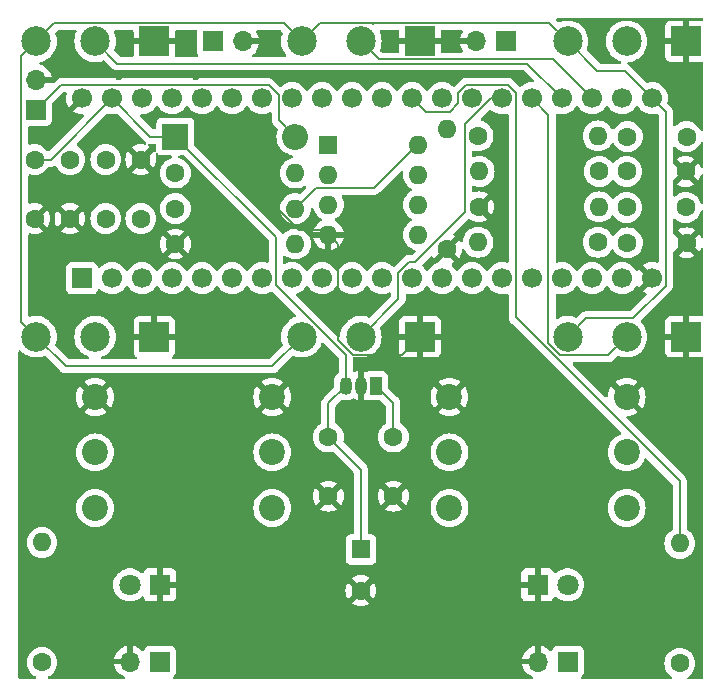
<source format=gbr>
%TF.GenerationSoftware,KiCad,Pcbnew,8.0.7*%
%TF.CreationDate,2025-02-19T13:31:19-05:00*%
%TF.ProjectId,OD1,4f44312e-6b69-4636-9164-5f7063625858,rev?*%
%TF.SameCoordinates,Original*%
%TF.FileFunction,Copper,L2,Bot*%
%TF.FilePolarity,Positive*%
%FSLAX46Y46*%
G04 Gerber Fmt 4.6, Leading zero omitted, Abs format (unit mm)*
G04 Created by KiCad (PCBNEW 8.0.7) date 2025-02-19 13:31:19*
%MOMM*%
%LPD*%
G01*
G04 APERTURE LIST*
%TA.AperFunction,ComponentPad*%
%ADD10R,2.500000X2.500000*%
%TD*%
%TA.AperFunction,ComponentPad*%
%ADD11C,2.500000*%
%TD*%
%TA.AperFunction,ComponentPad*%
%ADD12C,2.200000*%
%TD*%
%TA.AperFunction,ComponentPad*%
%ADD13R,2.200000X2.200000*%
%TD*%
%TA.AperFunction,ComponentPad*%
%ADD14O,2.200000X2.200000*%
%TD*%
%TA.AperFunction,ComponentPad*%
%ADD15C,1.600000*%
%TD*%
%TA.AperFunction,ComponentPad*%
%ADD16O,1.600000X1.600000*%
%TD*%
%TA.AperFunction,ComponentPad*%
%ADD17R,1.600000X1.600000*%
%TD*%
%TA.AperFunction,ComponentPad*%
%ADD18R,1.050000X1.500000*%
%TD*%
%TA.AperFunction,ComponentPad*%
%ADD19O,1.050000X1.500000*%
%TD*%
%TA.AperFunction,ComponentPad*%
%ADD20R,1.700000X1.700000*%
%TD*%
%TA.AperFunction,ComponentPad*%
%ADD21O,1.700000X1.700000*%
%TD*%
%TA.AperFunction,ComponentPad*%
%ADD22C,1.700000*%
%TD*%
%TA.AperFunction,ComponentPad*%
%ADD23R,1.800000X1.800000*%
%TD*%
%TA.AperFunction,ComponentPad*%
%ADD24C,1.800000*%
%TD*%
%TA.AperFunction,ViaPad*%
%ADD25C,0.600000*%
%TD*%
%TA.AperFunction,Conductor*%
%ADD26C,0.200000*%
%TD*%
%TA.AperFunction,Conductor*%
%ADD27C,0.150000*%
%TD*%
G04 APERTURE END LIST*
D10*
%TO.P,RV1,1,1*%
%TO.N,GND*%
X183500000Y-58500000D03*
D11*
%TO.P,RV1,2,2*%
%TO.N,/P1*%
X178500000Y-58500000D03*
%TO.P,RV1,3,3*%
%TO.N,/3v3_A*%
X173500000Y-58500000D03*
%TD*%
D10*
%TO.P,RV3,1,1*%
%TO.N,GND*%
X228500000Y-58500000D03*
D11*
%TO.P,RV3,2,2*%
%TO.N,/P3*%
X223500000Y-58500000D03*
%TO.P,RV3,3,3*%
%TO.N,/3v3_A*%
X218500000Y-58500000D03*
%TD*%
D12*
%TO.P,SW3,1,A*%
%TO.N,unconnected-(SW3-A-Pad1)*%
X193500000Y-98000000D03*
%TO.P,SW3,2,B*%
%TO.N,/SW3A*%
X193500000Y-93300000D03*
%TO.P,SW3,3,C*%
%TO.N,GND*%
X193500000Y-88600000D03*
%TD*%
D10*
%TO.P,RV5,1,1*%
%TO.N,GND*%
X206000000Y-83500000D03*
D11*
%TO.P,RV5,2,2*%
%TO.N,/P5*%
X201000000Y-83500000D03*
%TO.P,RV5,3,3*%
%TO.N,/3v3_A*%
X196000000Y-83500000D03*
%TD*%
D12*
%TO.P,SW2,1,A*%
%TO.N,unconnected-(SW2-A-Pad1)*%
X208500000Y-98000000D03*
%TO.P,SW2,2,B*%
%TO.N,/SW2A*%
X208500000Y-93300000D03*
%TO.P,SW2,3,C*%
%TO.N,GND*%
X208500000Y-88600000D03*
%TD*%
D13*
%TO.P,D1,1,K*%
%TO.N,VCC*%
X185290000Y-66550000D03*
D14*
%TO.P,D1,2,A*%
%TO.N,Net-(D1-A)*%
X195450000Y-66550000D03*
%TD*%
D15*
%TO.P,R11,1*%
%TO.N,GND*%
X211000000Y-72500000D03*
D16*
%TO.P,R11,2*%
%TO.N,Net-(U1B-+)*%
X221160000Y-72500000D03*
%TD*%
D10*
%TO.P,RV6,1,1*%
%TO.N,GND*%
X228500000Y-83500000D03*
D11*
%TO.P,RV6,2,2*%
%TO.N,/P6*%
X223500000Y-83500000D03*
%TO.P,RV6,3,3*%
%TO.N,/3v3_A*%
X218500000Y-83500000D03*
%TD*%
D15*
%TO.P,C15,1*%
%TO.N,GND*%
X198250000Y-97000000D03*
%TO.P,C15,2*%
%TO.N,VCC*%
X198250000Y-92000000D03*
%TD*%
D17*
%TO.P,C13,1*%
%TO.N,VCC*%
X201000000Y-101500000D03*
D15*
%TO.P,C13,2*%
%TO.N,GND*%
X201000000Y-105000000D03*
%TD*%
%TO.P,C8,1*%
%TO.N,Net-(C7-Pad1)*%
X228500000Y-72550000D03*
%TO.P,C8,2*%
%TO.N,Net-(U1B-+)*%
X223500000Y-72550000D03*
%TD*%
D10*
%TO.P,RV2,1,1*%
%TO.N,GND*%
X206000000Y-58500000D03*
D11*
%TO.P,RV2,2,2*%
%TO.N,/P2*%
X201000000Y-58500000D03*
%TO.P,RV2,3,3*%
%TO.N,/3v3_A*%
X196000000Y-58500000D03*
%TD*%
D15*
%TO.P,C7,1*%
%TO.N,Net-(C7-Pad1)*%
X223500000Y-69500000D03*
%TO.P,C7,2*%
%TO.N,GND*%
X228500000Y-69500000D03*
%TD*%
%TO.P,C9,1*%
%TO.N,Net-(C9-Pad1)*%
X223570000Y-66550000D03*
%TO.P,C9,2*%
%TO.N,/OUT*%
X228570000Y-66550000D03*
%TD*%
D12*
%TO.P,SW4,1,A*%
%TO.N,unconnected-(SW4-A-Pad1)*%
X178500000Y-98000000D03*
%TO.P,SW4,2,B*%
%TO.N,/SW4A*%
X178500000Y-93300000D03*
%TO.P,SW4,3,C*%
%TO.N,GND*%
X178500000Y-88600000D03*
%TD*%
D18*
%TO.P,U2,1,VO*%
%TO.N,/+5V*%
X202270000Y-87640000D03*
D19*
%TO.P,U2,2,GND*%
%TO.N,GND*%
X201000000Y-87640000D03*
%TO.P,U2,3,VI*%
%TO.N,VCC*%
X199730000Y-87640000D03*
%TD*%
D20*
%TO.P,J_OUT1,1,Pin_1*%
%TO.N,/OUT*%
X213275000Y-58500000D03*
D21*
%TO.P,J_OUT1,2,Pin_2*%
%TO.N,GND*%
X210735000Y-58500000D03*
%TD*%
D20*
%TO.P,A1,1,USB_ID*%
%TO.N,unconnected-(A1-USB_ID-Pad1)*%
X177390000Y-78550000D03*
D22*
%TO.P,A1,2,SD_DATA_3*%
%TO.N,unconnected-(A1-SD_DATA_3-Pad2)*%
X179930000Y-78550000D03*
%TO.P,A1,3,SD_DATA_2*%
%TO.N,unconnected-(A1-SD_DATA_2-Pad3)*%
X182470000Y-78550000D03*
%TO.P,A1,4,SD_DATA_1*%
%TO.N,/FS1_L*%
X185010000Y-78550000D03*
%TO.P,A1,5,SD_DATA_0*%
%TO.N,/FS2_L*%
X187550000Y-78550000D03*
%TO.P,A1,6,SD_CMD*%
%TO.N,unconnected-(A1-SD_CMD-Pad6)*%
X190090000Y-78550000D03*
%TO.P,A1,7,SD_CLK*%
%TO.N,unconnected-(A1-SD_CLK-Pad7)*%
X192630000Y-78550000D03*
%TO.P,A1,8,SPI1_CS*%
%TO.N,/SW4A*%
X195170000Y-78550000D03*
%TO.P,A1,9,SPI1_SCK*%
%TO.N,/SW3A*%
X197710000Y-78550000D03*
%TO.P,A1,10,SPI1_POCI*%
%TO.N,/SW2A*%
X200250000Y-78550000D03*
%TO.P,A1,11,SPI1_PICO*%
%TO.N,/SW1A*%
X202790000Y-78550000D03*
%TO.P,A1,12,I2C1_SCL*%
%TO.N,unconnected-(A1-I2C1_SCL-Pad12)*%
X205330000Y-78550000D03*
%TO.P,A1,13,I2C1_SDA*%
%TO.N,unconnected-(A1-I2C1_SDA-Pad13)*%
X207870000Y-78550000D03*
%TO.P,A1,14,USART1_TX*%
%TO.N,unconnected-(A1-USART1_TX-Pad14)*%
X210410000Y-78550000D03*
%TO.P,A1,15,USART1_RX*%
%TO.N,unconnected-(A1-USART1_RX-Pad15)*%
X212950000Y-78550000D03*
%TO.P,A1,16,AUDIO_IN_1*%
%TO.N,/BUFFER_IN*%
X215490000Y-78550000D03*
%TO.P,A1,17,AUDIO_IN_2*%
%TO.N,unconnected-(A1-AUDIO_IN_2-Pad17)*%
X218030000Y-78550000D03*
%TO.P,A1,18,AUDIO_OUT_1*%
%TO.N,/BUFFER_OUT*%
X220570000Y-78550000D03*
%TO.P,A1,19,AUDIO_OUT_2*%
%TO.N,unconnected-(A1-AUDIO_OUT_2-Pad19)*%
X223110000Y-78550000D03*
%TO.P,A1,20,AGND*%
%TO.N,GND*%
X225650000Y-78550000D03*
%TO.P,A1,21,3V3_A*%
%TO.N,/3v3_A*%
X225650000Y-63310000D03*
%TO.P,A1,22,ADC_0*%
%TO.N,/P3*%
X223110000Y-63310000D03*
%TO.P,A1,23,ADC_1*%
%TO.N,/P2*%
X220570000Y-63310000D03*
%TO.P,A1,24,ADC_2*%
%TO.N,/P1*%
X218030000Y-63310000D03*
%TO.P,A1,25,ADC_3*%
%TO.N,/P6*%
X215490000Y-63310000D03*
%TO.P,A1,26,ADC_4*%
%TO.N,/P5*%
X212950000Y-63310000D03*
%TO.P,A1,27,ADC_5*%
%TO.N,/P4*%
X210410000Y-63310000D03*
%TO.P,A1,28,ADC_6*%
%TO.N,unconnected-(A1-ADC_6-Pad28)*%
X207870000Y-63310000D03*
%TO.P,A1,29,DAC_OUT2*%
%TO.N,/LED2*%
X205330000Y-63310000D03*
%TO.P,A1,30,DAC_OUT1*%
%TO.N,/LED1*%
X202790000Y-63310000D03*
%TO.P,A1,31,SAI2_MCLK*%
%TO.N,unconnected-(A1-SAI2_MCLK-Pad31)*%
X200250000Y-63310000D03*
%TO.P,A1,32,SAI2_SD_B*%
%TO.N,unconnected-(A1-SAI2_SD_B-Pad32)*%
X197710000Y-63310000D03*
%TO.P,A1,33,SAI2_SD_A*%
%TO.N,unconnected-(A1-SAI2_SD_A-Pad33)*%
X195170000Y-63310000D03*
%TO.P,A1,34,SAI2_FS*%
%TO.N,unconnected-(A1-SAI2_FS-Pad34)*%
X192630000Y-63310000D03*
%TO.P,A1,35,SAI2_SCK*%
%TO.N,unconnected-(A1-SAI2_SCK-Pad35)*%
X190090000Y-63310000D03*
%TO.P,A1,36,USB_D_-*%
%TO.N,unconnected-(A1-USB_D_--Pad36)*%
X187550000Y-63310000D03*
%TO.P,A1,37,USB_D_+*%
%TO.N,unconnected-(A1-USB_D_+-Pad37)*%
X185010000Y-63310000D03*
%TO.P,A1,38,3V3_D*%
%TO.N,unconnected-(A1-3V3_D-Pad38)*%
X182470000Y-63310000D03*
%TO.P,A1,39,VIN*%
%TO.N,VCC*%
X179930000Y-63310000D03*
%TO.P,A1,40,DGND*%
%TO.N,GND*%
X177390000Y-63310000D03*
%TD*%
D15*
%TO.P,R1,1*%
%TO.N,Net-(LED1-A)*%
X174000000Y-111080000D03*
D16*
%TO.P,R1,2*%
%TO.N,/LED1*%
X174000000Y-100920000D03*
%TD*%
D15*
%TO.P,R3,1*%
%TO.N,Net-(C2-Pad2)*%
X185290000Y-69650000D03*
D16*
%TO.P,R3,2*%
%TO.N,Net-(U1A-+)*%
X195450000Y-69650000D03*
%TD*%
D15*
%TO.P,C3,1*%
%TO.N,Net-(U1A-+)*%
X182370000Y-73500000D03*
%TO.P,C3,2*%
%TO.N,GND*%
X182370000Y-68500000D03*
%TD*%
D10*
%TO.P,RV4,1,1*%
%TO.N,GND*%
X183500000Y-83500000D03*
D11*
%TO.P,RV4,2,2*%
%TO.N,/P4*%
X178500000Y-83500000D03*
%TO.P,RV4,3,3*%
%TO.N,/3v3_A*%
X173500000Y-83500000D03*
%TD*%
D20*
%TO.P,FS1,1,1*%
%TO.N,/FS1_L*%
X184000000Y-111000000D03*
D21*
%TO.P,FS1,2,2*%
%TO.N,GND*%
X181460000Y-111000000D03*
%TD*%
D15*
%TO.P,C16,1*%
%TO.N,GND*%
X203750000Y-97000000D03*
%TO.P,C16,2*%
%TO.N,/+5V*%
X203750000Y-92000000D03*
%TD*%
%TO.P,R12,1*%
%TO.N,Net-(U1B--)*%
X210920000Y-66500000D03*
D16*
%TO.P,R12,2*%
%TO.N,Net-(C9-Pad1)*%
X221080000Y-66500000D03*
%TD*%
D23*
%TO.P,LED2,1,K*%
%TO.N,GND*%
X215960000Y-104500000D03*
D24*
%TO.P,LED2,2,A*%
%TO.N,Net-(LED2-A)*%
X218500000Y-104500000D03*
%TD*%
D15*
%TO.P,C14,1*%
%TO.N,GND*%
X173370000Y-73500000D03*
%TO.P,C14,2*%
%TO.N,VCC*%
X173370000Y-68500000D03*
%TD*%
D23*
%TO.P,LED1,1,K*%
%TO.N,GND*%
X183975000Y-104500000D03*
D24*
%TO.P,LED1,2,A*%
%TO.N,Net-(LED1-A)*%
X181435000Y-104500000D03*
%TD*%
D15*
%TO.P,C1,1*%
%TO.N,/IN*%
X176370000Y-68500000D03*
%TO.P,C1,2*%
%TO.N,GND*%
X176370000Y-73500000D03*
%TD*%
D20*
%TO.P,FS2,1,1*%
%TO.N,/FS2_L*%
X218540000Y-111000000D03*
D21*
%TO.P,FS2,2,2*%
%TO.N,GND*%
X216000000Y-111000000D03*
%TD*%
D15*
%TO.P,C2,1*%
%TO.N,/IN*%
X179400000Y-68500000D03*
%TO.P,C2,2*%
%TO.N,Net-(C2-Pad2)*%
X179400000Y-73500000D03*
%TD*%
D20*
%TO.P,PWR1,1*%
%TO.N,Net-(D1-A)*%
X173500000Y-64290000D03*
D21*
%TO.P,PWR1,2*%
%TO.N,GND*%
X173500000Y-61750000D03*
%TD*%
D17*
%TO.P,U1,1*%
%TO.N,/BUFFER_IN*%
X198250000Y-67250000D03*
D16*
%TO.P,U1,2,-*%
X198250000Y-69790000D03*
%TO.P,U1,3,+*%
%TO.N,Net-(U1A-+)*%
X198250000Y-72330000D03*
%TO.P,U1,4,V-*%
%TO.N,GND*%
X198250000Y-74870000D03*
%TO.P,U1,5,+*%
%TO.N,Net-(U1B-+)*%
X205870000Y-74870000D03*
%TO.P,U1,6,-*%
%TO.N,Net-(U1B--)*%
X205870000Y-72330000D03*
%TO.P,U1,7*%
X205870000Y-69790000D03*
%TO.P,U1,8,V+*%
%TO.N,/+5V*%
X205870000Y-67250000D03*
%TD*%
D15*
%TO.P,C17,1*%
%TO.N,GND*%
X228570000Y-75550000D03*
%TO.P,C17,2*%
%TO.N,/+5V*%
X223570000Y-75550000D03*
%TD*%
D20*
%TO.P,J_IN1,1,Pin_1*%
%TO.N,/IN*%
X188500000Y-58500000D03*
D21*
%TO.P,J_IN1,2,Pin_2*%
%TO.N,GND*%
X191040000Y-58500000D03*
%TD*%
D15*
%TO.P,R4,1*%
%TO.N,Net-(U1A-+)*%
X185290000Y-72650000D03*
D16*
%TO.P,R4,2*%
%TO.N,/+5V*%
X195450000Y-72650000D03*
%TD*%
%TO.P,R13,2*%
%TO.N,/OUT*%
X208250000Y-65920000D03*
D15*
%TO.P,R13,1*%
%TO.N,GND*%
X208250000Y-76080000D03*
%TD*%
%TO.P,R2,1*%
%TO.N,Net-(LED2-A)*%
X228000000Y-111160000D03*
D16*
%TO.P,R2,2*%
%TO.N,/LED2*%
X228000000Y-101000000D03*
%TD*%
D15*
%TO.P,R9,1*%
%TO.N,/BUFFER_OUT*%
X221180000Y-69500000D03*
D16*
%TO.P,R9,2*%
%TO.N,Net-(C7-Pad1)*%
X211020000Y-69500000D03*
%TD*%
D12*
%TO.P,SW1,1,A*%
%TO.N,unconnected-(SW1-A-Pad1)*%
X223500000Y-98000000D03*
%TO.P,SW1,2,B*%
%TO.N,/SW1A*%
X223500000Y-93300000D03*
%TO.P,SW1,3,C*%
%TO.N,GND*%
X223500000Y-88600000D03*
%TD*%
D16*
%TO.P,R10,2*%
%TO.N,/+5V*%
X210920000Y-75500000D03*
D15*
%TO.P,R10,1*%
%TO.N,Net-(U1B-+)*%
X221080000Y-75500000D03*
%TD*%
%TO.P,R5,1*%
%TO.N,GND*%
X185290000Y-75650000D03*
D16*
%TO.P,R5,2*%
%TO.N,Net-(U1A-+)*%
X195450000Y-75650000D03*
%TD*%
D25*
%TO.N,GND*%
X187500000Y-65500000D03*
X187000000Y-61500000D03*
X180500000Y-61500000D03*
%TD*%
D26*
%TO.N,GND*%
X197880000Y-74500000D02*
X198250000Y-74870000D01*
X195744365Y-74500000D02*
X197880000Y-74500000D01*
X187500000Y-66255635D02*
X195744365Y-74500000D01*
X187500000Y-65500000D02*
X187500000Y-66255635D01*
X187000000Y-61500000D02*
X180500000Y-61500000D01*
X200357968Y-85050000D02*
X204450000Y-85050000D01*
X204450000Y-85050000D02*
X206000000Y-83500000D01*
X199049999Y-83742031D02*
X200357968Y-85050000D01*
X199049999Y-75669999D02*
X199049999Y-83742031D01*
X198250000Y-74870000D02*
X199049999Y-75669999D01*
%TO.N,/LED2*%
X214100000Y-62833654D02*
X214100000Y-81857717D01*
X214100000Y-81857717D02*
X228000000Y-95757717D01*
X213426346Y-62160000D02*
X214100000Y-62833654D01*
X228000000Y-95757717D02*
X228000000Y-101000000D01*
X209260000Y-62833654D02*
X209933654Y-62160000D01*
X209260000Y-63719340D02*
X209260000Y-62833654D01*
X209933654Y-62160000D02*
X213426346Y-62160000D01*
X208519340Y-64460000D02*
X209260000Y-63719340D01*
X206480000Y-64460000D02*
X208519340Y-64460000D01*
X205330000Y-63310000D02*
X206480000Y-64460000D01*
%TO.N,/P6*%
X217857968Y-85050000D02*
X216880000Y-84072032D01*
X216880000Y-64700000D02*
X215490000Y-63310000D01*
X221950000Y-85050000D02*
X217857968Y-85050000D01*
X216880000Y-84072032D02*
X216880000Y-64700000D01*
X223500000Y-83500000D02*
X221950000Y-85050000D01*
%TO.N,/P5*%
X212036346Y-63310000D02*
X212950000Y-63310000D01*
X209820000Y-65526346D02*
X212036346Y-63310000D01*
X205073654Y-77180000D02*
X205594365Y-77180000D01*
X205594365Y-77180000D02*
X209820000Y-72954365D01*
X204180000Y-78073654D02*
X205073654Y-77180000D01*
X209820000Y-72954365D02*
X209820000Y-65526346D01*
X201000000Y-83500000D02*
X204180000Y-80320000D01*
X204180000Y-80320000D02*
X204180000Y-78073654D01*
D27*
%TO.N,/P1*%
X215095000Y-60375000D02*
X180375000Y-60375000D01*
X218030000Y-63310000D02*
X215095000Y-60375000D01*
X180375000Y-60375000D02*
X178500000Y-58500000D01*
%TO.N,/P2*%
X202525000Y-60025000D02*
X201000000Y-58500000D01*
X217285000Y-60025000D02*
X202525000Y-60025000D01*
X220570000Y-63310000D02*
X217285000Y-60025000D01*
%TO.N,Net-(D1-A)*%
X194045000Y-65145000D02*
X195450000Y-66550000D01*
X193185000Y-62185000D02*
X194045000Y-63045000D01*
X194045000Y-63045000D02*
X194045000Y-65145000D01*
X175605000Y-62185000D02*
X193185000Y-62185000D01*
X173500000Y-64290000D02*
X175605000Y-62185000D01*
D26*
%TO.N,/3v3_A*%
X193500000Y-86000000D02*
X196000000Y-83500000D01*
X176000000Y-86000000D02*
X193500000Y-86000000D01*
X173500000Y-83500000D02*
X176000000Y-86000000D01*
X172250001Y-82250001D02*
X172250001Y-59749999D01*
X172250001Y-59749999D02*
X173500000Y-58500000D01*
X173500000Y-83500000D02*
X172250001Y-82250001D01*
X224050000Y-81950000D02*
X220050000Y-81950000D01*
X226800000Y-79200000D02*
X224050000Y-81950000D01*
X226800000Y-64460000D02*
X226800000Y-79200000D01*
X220050000Y-81950000D02*
X218500000Y-83500000D01*
X225650000Y-63310000D02*
X226800000Y-64460000D01*
X223340000Y-61000000D02*
X225650000Y-63310000D01*
X221000000Y-61000000D02*
X223340000Y-61000000D01*
X218500000Y-58500000D02*
X221000000Y-61000000D01*
X216950000Y-56950000D02*
X218500000Y-58500000D01*
X202000000Y-57000000D02*
X202050000Y-56950000D01*
X202050000Y-56950000D02*
X216950000Y-56950000D01*
X201950000Y-56950000D02*
X202000000Y-57000000D01*
X197550000Y-56950000D02*
X201950000Y-56950000D01*
X196000000Y-58500000D02*
X197550000Y-56950000D01*
X194450000Y-56950000D02*
X196000000Y-58500000D01*
X175050000Y-56950000D02*
X194450000Y-56950000D01*
X173500000Y-58500000D02*
X175050000Y-56950000D01*
%TO.N,VCC*%
X201000000Y-94750000D02*
X201000000Y-101500000D01*
X198250000Y-92000000D02*
X201000000Y-94750000D01*
X198250000Y-89120000D02*
X199730000Y-87640000D01*
X198250000Y-92000000D02*
X198250000Y-89120000D01*
X174740000Y-68500000D02*
X173370000Y-68500000D01*
X179930000Y-63310000D02*
X174740000Y-68500000D01*
X179930000Y-63310000D02*
X183170000Y-66550000D01*
X183170000Y-66550000D02*
X185290000Y-66550000D01*
%TO.N,/+5V*%
X203750000Y-89120000D02*
X202270000Y-87640000D01*
X203750000Y-92000000D02*
X203750000Y-89120000D01*
X205750000Y-67250000D02*
X202110000Y-70890000D01*
X202110000Y-70890000D02*
X197210000Y-70890000D01*
X205870000Y-67250000D02*
X205750000Y-67250000D01*
X197210000Y-70890000D02*
X195450000Y-72650000D01*
%TO.N,VCC*%
X193780000Y-75040000D02*
X193780000Y-79087968D01*
X199730000Y-85037968D02*
X199730000Y-87640000D01*
X185290000Y-66550000D02*
X193780000Y-75040000D01*
X193780000Y-79087968D02*
X199730000Y-85037968D01*
%TD*%
%TA.AperFunction,Conductor*%
%TO.N,GND*%
G36*
X228170000Y-75602661D02*
G01*
X228197259Y-75704394D01*
X228249920Y-75795606D01*
X228324394Y-75870080D01*
X228415606Y-75922741D01*
X228517339Y-75950000D01*
X228523553Y-75950000D01*
X227844526Y-76629025D01*
X227917513Y-76680132D01*
X227917521Y-76680136D01*
X228123668Y-76776264D01*
X228123682Y-76776269D01*
X228343389Y-76835139D01*
X228343400Y-76835141D01*
X228569998Y-76854966D01*
X228570002Y-76854966D01*
X228796599Y-76835141D01*
X228796610Y-76835139D01*
X229016317Y-76776269D01*
X229016331Y-76776264D01*
X229222478Y-76680136D01*
X229295471Y-76629024D01*
X228616447Y-75950000D01*
X228622661Y-75950000D01*
X228724394Y-75922741D01*
X228815606Y-75870080D01*
X228890080Y-75795606D01*
X228942741Y-75704394D01*
X228970000Y-75602661D01*
X228970000Y-75596447D01*
X229649024Y-76275471D01*
X229700136Y-76202478D01*
X229763118Y-76067414D01*
X229809290Y-76014974D01*
X229876483Y-75995822D01*
X229943365Y-76016038D01*
X229988699Y-76069203D01*
X229999500Y-76119818D01*
X229999500Y-81633636D01*
X229979815Y-81700675D01*
X229927011Y-81746430D01*
X229862244Y-81756925D01*
X229797844Y-81750000D01*
X228750000Y-81750000D01*
X228750000Y-82927058D01*
X228682306Y-82899019D01*
X228561557Y-82875000D01*
X228438443Y-82875000D01*
X228317694Y-82899019D01*
X228250000Y-82927058D01*
X228250000Y-81750000D01*
X227202155Y-81750000D01*
X227142627Y-81756401D01*
X227142620Y-81756403D01*
X227007913Y-81806645D01*
X227007906Y-81806649D01*
X226892812Y-81892809D01*
X226892809Y-81892812D01*
X226806649Y-82007906D01*
X226806645Y-82007913D01*
X226756403Y-82142620D01*
X226756401Y-82142627D01*
X226750000Y-82202155D01*
X226750000Y-83250000D01*
X227927058Y-83250000D01*
X227899019Y-83317694D01*
X227875000Y-83438443D01*
X227875000Y-83561557D01*
X227899019Y-83682306D01*
X227927058Y-83750000D01*
X226750000Y-83750000D01*
X226750000Y-84797844D01*
X226756401Y-84857372D01*
X226756403Y-84857379D01*
X226806645Y-84992086D01*
X226806649Y-84992093D01*
X226892809Y-85107187D01*
X226892812Y-85107190D01*
X227007906Y-85193350D01*
X227007913Y-85193354D01*
X227142620Y-85243596D01*
X227142627Y-85243598D01*
X227202155Y-85249999D01*
X227202172Y-85250000D01*
X228250000Y-85250000D01*
X228250000Y-84072941D01*
X228317694Y-84100981D01*
X228438443Y-84125000D01*
X228561557Y-84125000D01*
X228682306Y-84100981D01*
X228750000Y-84072941D01*
X228750000Y-85250000D01*
X229797828Y-85250000D01*
X229797839Y-85249999D01*
X229862242Y-85243074D01*
X229931002Y-85255478D01*
X229982140Y-85303087D01*
X229999500Y-85366363D01*
X229999500Y-112375500D01*
X229979815Y-112442539D01*
X229927011Y-112488294D01*
X229875500Y-112499500D01*
X228747625Y-112499500D01*
X228680586Y-112479815D01*
X228634831Y-112427011D01*
X228624887Y-112357853D01*
X228653912Y-112294297D01*
X228676498Y-112273927D01*
X228839139Y-112160047D01*
X229000047Y-111999139D01*
X229130568Y-111812734D01*
X229226739Y-111606496D01*
X229285635Y-111386692D01*
X229305468Y-111160000D01*
X229285635Y-110933308D01*
X229226739Y-110713504D01*
X229130568Y-110507266D01*
X229000047Y-110320861D01*
X229000045Y-110320858D01*
X228839141Y-110159954D01*
X228652734Y-110029432D01*
X228652732Y-110029431D01*
X228446497Y-109933261D01*
X228446488Y-109933258D01*
X228226697Y-109874366D01*
X228226693Y-109874365D01*
X228226692Y-109874365D01*
X228226691Y-109874364D01*
X228226686Y-109874364D01*
X228000002Y-109854532D01*
X227999998Y-109854532D01*
X227773313Y-109874364D01*
X227773302Y-109874366D01*
X227553511Y-109933258D01*
X227553502Y-109933261D01*
X227347267Y-110029431D01*
X227347265Y-110029432D01*
X227160858Y-110159954D01*
X226999954Y-110320858D01*
X226869432Y-110507265D01*
X226869431Y-110507267D01*
X226773261Y-110713502D01*
X226773258Y-110713511D01*
X226714366Y-110933302D01*
X226714364Y-110933313D01*
X226694532Y-111159998D01*
X226694532Y-111160001D01*
X226714364Y-111386686D01*
X226714366Y-111386697D01*
X226773258Y-111606488D01*
X226773261Y-111606497D01*
X226869431Y-111812732D01*
X226869432Y-111812734D01*
X226999954Y-111999141D01*
X227160858Y-112160045D01*
X227160861Y-112160047D01*
X227323499Y-112273926D01*
X227367123Y-112328501D01*
X227374317Y-112397999D01*
X227342795Y-112460354D01*
X227282565Y-112495769D01*
X227252375Y-112499500D01*
X219730103Y-112499500D01*
X219663064Y-112479815D01*
X219617309Y-112427011D01*
X219607365Y-112357853D01*
X219636390Y-112294297D01*
X219655792Y-112276234D01*
X219743510Y-112210567D01*
X219747546Y-112207546D01*
X219833796Y-112092331D01*
X219884091Y-111957483D01*
X219890500Y-111897873D01*
X219890499Y-110102128D01*
X219884091Y-110042517D01*
X219883002Y-110039598D01*
X219833797Y-109907671D01*
X219833793Y-109907664D01*
X219747547Y-109792455D01*
X219747544Y-109792452D01*
X219632335Y-109706206D01*
X219632328Y-109706202D01*
X219497482Y-109655908D01*
X219497483Y-109655908D01*
X219437883Y-109649501D01*
X219437881Y-109649500D01*
X219437873Y-109649500D01*
X219437864Y-109649500D01*
X217642129Y-109649500D01*
X217642123Y-109649501D01*
X217582516Y-109655908D01*
X217447671Y-109706202D01*
X217447664Y-109706206D01*
X217332455Y-109792452D01*
X217332452Y-109792455D01*
X217246206Y-109907664D01*
X217246202Y-109907671D01*
X217196997Y-110039598D01*
X217155126Y-110095532D01*
X217089661Y-110119949D01*
X217021388Y-110105097D01*
X216993134Y-110083946D01*
X216871082Y-109961894D01*
X216677578Y-109826399D01*
X216463492Y-109726570D01*
X216463486Y-109726567D01*
X216250000Y-109669364D01*
X216250000Y-110566988D01*
X216192993Y-110534075D01*
X216065826Y-110500000D01*
X215934174Y-110500000D01*
X215807007Y-110534075D01*
X215750000Y-110566988D01*
X215750000Y-109669364D01*
X215749999Y-109669364D01*
X215536513Y-109726567D01*
X215536507Y-109726570D01*
X215322422Y-109826399D01*
X215322420Y-109826400D01*
X215128926Y-109961886D01*
X215128920Y-109961891D01*
X214961891Y-110128920D01*
X214961886Y-110128926D01*
X214826400Y-110322420D01*
X214826399Y-110322422D01*
X214726570Y-110536507D01*
X214726567Y-110536513D01*
X214669364Y-110749999D01*
X214669364Y-110750000D01*
X215566988Y-110750000D01*
X215534075Y-110807007D01*
X215500000Y-110934174D01*
X215500000Y-111065826D01*
X215534075Y-111192993D01*
X215566988Y-111250000D01*
X214669364Y-111250000D01*
X214726567Y-111463486D01*
X214726570Y-111463492D01*
X214826399Y-111677578D01*
X214961894Y-111871082D01*
X215128917Y-112038105D01*
X215322421Y-112173600D01*
X215514393Y-112263118D01*
X215566832Y-112309290D01*
X215585984Y-112376484D01*
X215565768Y-112443365D01*
X215512603Y-112488700D01*
X215461988Y-112499500D01*
X185190103Y-112499500D01*
X185123064Y-112479815D01*
X185077309Y-112427011D01*
X185067365Y-112357853D01*
X185096390Y-112294297D01*
X185115792Y-112276234D01*
X185203510Y-112210567D01*
X185207546Y-112207546D01*
X185293796Y-112092331D01*
X185344091Y-111957483D01*
X185350500Y-111897873D01*
X185350499Y-110102128D01*
X185344091Y-110042517D01*
X185343002Y-110039598D01*
X185293797Y-109907671D01*
X185293793Y-109907664D01*
X185207547Y-109792455D01*
X185207544Y-109792452D01*
X185092335Y-109706206D01*
X185092328Y-109706202D01*
X184957482Y-109655908D01*
X184957483Y-109655908D01*
X184897883Y-109649501D01*
X184897881Y-109649500D01*
X184897873Y-109649500D01*
X184897864Y-109649500D01*
X183102129Y-109649500D01*
X183102123Y-109649501D01*
X183042516Y-109655908D01*
X182907671Y-109706202D01*
X182907664Y-109706206D01*
X182792455Y-109792452D01*
X182792452Y-109792455D01*
X182706206Y-109907664D01*
X182706202Y-109907671D01*
X182656997Y-110039598D01*
X182615126Y-110095532D01*
X182549661Y-110119949D01*
X182481388Y-110105097D01*
X182453134Y-110083946D01*
X182331082Y-109961894D01*
X182137578Y-109826399D01*
X181923492Y-109726570D01*
X181923486Y-109726567D01*
X181710000Y-109669364D01*
X181710000Y-110566988D01*
X181652993Y-110534075D01*
X181525826Y-110500000D01*
X181394174Y-110500000D01*
X181267007Y-110534075D01*
X181210000Y-110566988D01*
X181210000Y-109669364D01*
X181209999Y-109669364D01*
X180996513Y-109726567D01*
X180996507Y-109726570D01*
X180782422Y-109826399D01*
X180782420Y-109826400D01*
X180588926Y-109961886D01*
X180588920Y-109961891D01*
X180421891Y-110128920D01*
X180421886Y-110128926D01*
X180286400Y-110322420D01*
X180286399Y-110322422D01*
X180186570Y-110536507D01*
X180186567Y-110536513D01*
X180129364Y-110749999D01*
X180129364Y-110750000D01*
X181026988Y-110750000D01*
X180994075Y-110807007D01*
X180960000Y-110934174D01*
X180960000Y-111065826D01*
X180994075Y-111192993D01*
X181026988Y-111250000D01*
X180129364Y-111250000D01*
X180186567Y-111463486D01*
X180186570Y-111463492D01*
X180286399Y-111677578D01*
X180421894Y-111871082D01*
X180588917Y-112038105D01*
X180782421Y-112173600D01*
X180974393Y-112263118D01*
X181026832Y-112309290D01*
X181045984Y-112376484D01*
X181025768Y-112443365D01*
X180972603Y-112488700D01*
X180921988Y-112499500D01*
X174592445Y-112499500D01*
X174525406Y-112479815D01*
X174479651Y-112427011D01*
X174469707Y-112357853D01*
X174498732Y-112294297D01*
X174540038Y-112263119D01*
X174652734Y-112210568D01*
X174839139Y-112080047D01*
X175000047Y-111919139D01*
X175130568Y-111732734D01*
X175226739Y-111526496D01*
X175285635Y-111306692D01*
X175305468Y-111080000D01*
X175285635Y-110853308D01*
X175226739Y-110633504D01*
X175130568Y-110427266D01*
X175000047Y-110240861D01*
X175000045Y-110240858D01*
X174839141Y-110079954D01*
X174652734Y-109949432D01*
X174652732Y-109949431D01*
X174446497Y-109853261D01*
X174446488Y-109853258D01*
X174226697Y-109794366D01*
X174226693Y-109794365D01*
X174226692Y-109794365D01*
X174226691Y-109794364D01*
X174226686Y-109794364D01*
X174000002Y-109774532D01*
X173999998Y-109774532D01*
X173773313Y-109794364D01*
X173773302Y-109794366D01*
X173553511Y-109853258D01*
X173553502Y-109853261D01*
X173347267Y-109949431D01*
X173347265Y-109949432D01*
X173160858Y-110079954D01*
X172999954Y-110240858D01*
X172869432Y-110427265D01*
X172869431Y-110427267D01*
X172773261Y-110633502D01*
X172773258Y-110633511D01*
X172714366Y-110853302D01*
X172714364Y-110853313D01*
X172694532Y-111079998D01*
X172694532Y-111080001D01*
X172714364Y-111306686D01*
X172714366Y-111306697D01*
X172773258Y-111526488D01*
X172773261Y-111526497D01*
X172869431Y-111732732D01*
X172869432Y-111732734D01*
X172999954Y-111919141D01*
X173160858Y-112080045D01*
X173178410Y-112092335D01*
X173347266Y-112210568D01*
X173459961Y-112263118D01*
X173512399Y-112309290D01*
X173531551Y-112376484D01*
X173511335Y-112443365D01*
X173458170Y-112488700D01*
X173407555Y-112499500D01*
X172124500Y-112499500D01*
X172057461Y-112479815D01*
X172011706Y-112427011D01*
X172000500Y-112375500D01*
X172000500Y-104499993D01*
X180029700Y-104499993D01*
X180029700Y-104500006D01*
X180048864Y-104731297D01*
X180048866Y-104731308D01*
X180105842Y-104956300D01*
X180199075Y-105168848D01*
X180326016Y-105363147D01*
X180326019Y-105363151D01*
X180326021Y-105363153D01*
X180483216Y-105533913D01*
X180483219Y-105533915D01*
X180483222Y-105533918D01*
X180666365Y-105676464D01*
X180666371Y-105676468D01*
X180666374Y-105676470D01*
X180870497Y-105786936D01*
X180984487Y-105826068D01*
X181090015Y-105862297D01*
X181090017Y-105862297D01*
X181090019Y-105862298D01*
X181318951Y-105900500D01*
X181318952Y-105900500D01*
X181551048Y-105900500D01*
X181551049Y-105900500D01*
X181779981Y-105862298D01*
X181999503Y-105786936D01*
X182203626Y-105676470D01*
X182386784Y-105533913D01*
X182395511Y-105524432D01*
X182455394Y-105488441D01*
X182525232Y-105490538D01*
X182582850Y-105530060D01*
X182602924Y-105565080D01*
X182631645Y-105642086D01*
X182631649Y-105642093D01*
X182717809Y-105757187D01*
X182717812Y-105757190D01*
X182832906Y-105843350D01*
X182832913Y-105843354D01*
X182967620Y-105893596D01*
X182967627Y-105893598D01*
X183027155Y-105899999D01*
X183027172Y-105900000D01*
X183725000Y-105900000D01*
X183725000Y-104875277D01*
X183801306Y-104919333D01*
X183915756Y-104950000D01*
X184034244Y-104950000D01*
X184148694Y-104919333D01*
X184225000Y-104875277D01*
X184225000Y-105900000D01*
X184922828Y-105900000D01*
X184922844Y-105899999D01*
X184982372Y-105893598D01*
X184982379Y-105893596D01*
X185117086Y-105843354D01*
X185117093Y-105843350D01*
X185232187Y-105757190D01*
X185232190Y-105757187D01*
X185318350Y-105642093D01*
X185318354Y-105642086D01*
X185368596Y-105507379D01*
X185368598Y-105507372D01*
X185374999Y-105447844D01*
X185375000Y-105447827D01*
X185375000Y-104999997D01*
X199695034Y-104999997D01*
X199695034Y-105000002D01*
X199714858Y-105226599D01*
X199714860Y-105226610D01*
X199773730Y-105446317D01*
X199773735Y-105446331D01*
X199869863Y-105652478D01*
X199920974Y-105725472D01*
X200600000Y-105046446D01*
X200600000Y-105052661D01*
X200627259Y-105154394D01*
X200679920Y-105245606D01*
X200754394Y-105320080D01*
X200845606Y-105372741D01*
X200947339Y-105400000D01*
X200953553Y-105400000D01*
X200274526Y-106079025D01*
X200347513Y-106130132D01*
X200347521Y-106130136D01*
X200553668Y-106226264D01*
X200553682Y-106226269D01*
X200773389Y-106285139D01*
X200773400Y-106285141D01*
X200999998Y-106304966D01*
X201000002Y-106304966D01*
X201226599Y-106285141D01*
X201226610Y-106285139D01*
X201446317Y-106226269D01*
X201446331Y-106226264D01*
X201652478Y-106130136D01*
X201725471Y-106079024D01*
X201046447Y-105400000D01*
X201052661Y-105400000D01*
X201154394Y-105372741D01*
X201245606Y-105320080D01*
X201320080Y-105245606D01*
X201372741Y-105154394D01*
X201400000Y-105052661D01*
X201400000Y-105046447D01*
X202079024Y-105725471D01*
X202130136Y-105652478D01*
X202226264Y-105446331D01*
X202226269Y-105446317D01*
X202285139Y-105226610D01*
X202285141Y-105226599D01*
X202304966Y-105000002D01*
X202304966Y-104999997D01*
X202285141Y-104773400D01*
X202285139Y-104773389D01*
X202226269Y-104553682D01*
X202226264Y-104553668D01*
X202130136Y-104347521D01*
X202130132Y-104347513D01*
X202079025Y-104274526D01*
X201400000Y-104953551D01*
X201400000Y-104947339D01*
X201372741Y-104845606D01*
X201320080Y-104754394D01*
X201245606Y-104679920D01*
X201154394Y-104627259D01*
X201052661Y-104600000D01*
X201046445Y-104600000D01*
X201725472Y-103920974D01*
X201652478Y-103869863D01*
X201446331Y-103773735D01*
X201446317Y-103773730D01*
X201226610Y-103714860D01*
X201226599Y-103714858D01*
X201000002Y-103695034D01*
X200999998Y-103695034D01*
X200773400Y-103714858D01*
X200773389Y-103714860D01*
X200553682Y-103773730D01*
X200553673Y-103773734D01*
X200347516Y-103869866D01*
X200347512Y-103869868D01*
X200274526Y-103920973D01*
X200274526Y-103920974D01*
X200953553Y-104600000D01*
X200947339Y-104600000D01*
X200845606Y-104627259D01*
X200754394Y-104679920D01*
X200679920Y-104754394D01*
X200627259Y-104845606D01*
X200600000Y-104947339D01*
X200600000Y-104953552D01*
X199920974Y-104274526D01*
X199920973Y-104274526D01*
X199869868Y-104347512D01*
X199869866Y-104347516D01*
X199773734Y-104553673D01*
X199773730Y-104553682D01*
X199714860Y-104773389D01*
X199714858Y-104773400D01*
X199695034Y-104999997D01*
X185375000Y-104999997D01*
X185375000Y-104750000D01*
X184350278Y-104750000D01*
X184394333Y-104673694D01*
X184425000Y-104559244D01*
X184425000Y-104440756D01*
X184394333Y-104326306D01*
X184350278Y-104250000D01*
X185375000Y-104250000D01*
X185375000Y-103552172D01*
X185374999Y-103552155D01*
X214560000Y-103552155D01*
X214560000Y-104250000D01*
X215584722Y-104250000D01*
X215540667Y-104326306D01*
X215510000Y-104440756D01*
X215510000Y-104559244D01*
X215540667Y-104673694D01*
X215584722Y-104750000D01*
X214560000Y-104750000D01*
X214560000Y-105447844D01*
X214566401Y-105507372D01*
X214566403Y-105507379D01*
X214616645Y-105642086D01*
X214616649Y-105642093D01*
X214702809Y-105757187D01*
X214702812Y-105757190D01*
X214817906Y-105843350D01*
X214817913Y-105843354D01*
X214952620Y-105893596D01*
X214952627Y-105893598D01*
X215012155Y-105899999D01*
X215012172Y-105900000D01*
X215710000Y-105900000D01*
X215710000Y-104875277D01*
X215786306Y-104919333D01*
X215900756Y-104950000D01*
X216019244Y-104950000D01*
X216133694Y-104919333D01*
X216210000Y-104875277D01*
X216210000Y-105900000D01*
X216907828Y-105900000D01*
X216907844Y-105899999D01*
X216967372Y-105893598D01*
X216967379Y-105893596D01*
X217102086Y-105843354D01*
X217102093Y-105843350D01*
X217217187Y-105757190D01*
X217217190Y-105757187D01*
X217303350Y-105642093D01*
X217303355Y-105642084D01*
X217332075Y-105565081D01*
X217373945Y-105509147D01*
X217439409Y-105484729D01*
X217507682Y-105499580D01*
X217539484Y-105524428D01*
X217548216Y-105533913D01*
X217548219Y-105533915D01*
X217548222Y-105533918D01*
X217731365Y-105676464D01*
X217731371Y-105676468D01*
X217731374Y-105676470D01*
X217935497Y-105786936D01*
X218049487Y-105826068D01*
X218155015Y-105862297D01*
X218155017Y-105862297D01*
X218155019Y-105862298D01*
X218383951Y-105900500D01*
X218383952Y-105900500D01*
X218616048Y-105900500D01*
X218616049Y-105900500D01*
X218844981Y-105862298D01*
X219064503Y-105786936D01*
X219268626Y-105676470D01*
X219451784Y-105533913D01*
X219608979Y-105363153D01*
X219735924Y-105168849D01*
X219829157Y-104956300D01*
X219886134Y-104731305D01*
X219890908Y-104673694D01*
X219905300Y-104500006D01*
X219905300Y-104499993D01*
X219886135Y-104268702D01*
X219886133Y-104268691D01*
X219829157Y-104043699D01*
X219735924Y-103831151D01*
X219608983Y-103636852D01*
X219608980Y-103636849D01*
X219608979Y-103636847D01*
X219451784Y-103466087D01*
X219451779Y-103466083D01*
X219451777Y-103466081D01*
X219268634Y-103323535D01*
X219268628Y-103323531D01*
X219064504Y-103213064D01*
X219064495Y-103213061D01*
X218844984Y-103137702D01*
X218657404Y-103106401D01*
X218616049Y-103099500D01*
X218383951Y-103099500D01*
X218342596Y-103106401D01*
X218155015Y-103137702D01*
X217935504Y-103213061D01*
X217935495Y-103213064D01*
X217731371Y-103323531D01*
X217731365Y-103323535D01*
X217548222Y-103466081D01*
X217548215Y-103466087D01*
X217539484Y-103475572D01*
X217479595Y-103511561D01*
X217409757Y-103509458D01*
X217352143Y-103469932D01*
X217332075Y-103434918D01*
X217303355Y-103357915D01*
X217303350Y-103357906D01*
X217217190Y-103242812D01*
X217217187Y-103242809D01*
X217102093Y-103156649D01*
X217102086Y-103156645D01*
X216967379Y-103106403D01*
X216967372Y-103106401D01*
X216907844Y-103100000D01*
X216210000Y-103100000D01*
X216210000Y-104124722D01*
X216133694Y-104080667D01*
X216019244Y-104050000D01*
X215900756Y-104050000D01*
X215786306Y-104080667D01*
X215710000Y-104124722D01*
X215710000Y-103100000D01*
X215012155Y-103100000D01*
X214952627Y-103106401D01*
X214952620Y-103106403D01*
X214817913Y-103156645D01*
X214817906Y-103156649D01*
X214702812Y-103242809D01*
X214702809Y-103242812D01*
X214616649Y-103357906D01*
X214616645Y-103357913D01*
X214566403Y-103492620D01*
X214566401Y-103492627D01*
X214560000Y-103552155D01*
X185374999Y-103552155D01*
X185368598Y-103492627D01*
X185368596Y-103492620D01*
X185318354Y-103357913D01*
X185318350Y-103357906D01*
X185232190Y-103242812D01*
X185232187Y-103242809D01*
X185117093Y-103156649D01*
X185117086Y-103156645D01*
X184982379Y-103106403D01*
X184982372Y-103106401D01*
X184922844Y-103100000D01*
X184225000Y-103100000D01*
X184225000Y-104124722D01*
X184148694Y-104080667D01*
X184034244Y-104050000D01*
X183915756Y-104050000D01*
X183801306Y-104080667D01*
X183725000Y-104124722D01*
X183725000Y-103100000D01*
X183027155Y-103100000D01*
X182967627Y-103106401D01*
X182967620Y-103106403D01*
X182832913Y-103156645D01*
X182832906Y-103156649D01*
X182717812Y-103242809D01*
X182717809Y-103242812D01*
X182631649Y-103357906D01*
X182631646Y-103357911D01*
X182602924Y-103434920D01*
X182561052Y-103490853D01*
X182495588Y-103515270D01*
X182427315Y-103500418D01*
X182395514Y-103475571D01*
X182386784Y-103466087D01*
X182386779Y-103466083D01*
X182386777Y-103466081D01*
X182203634Y-103323535D01*
X182203628Y-103323531D01*
X181999504Y-103213064D01*
X181999495Y-103213061D01*
X181779984Y-103137702D01*
X181592404Y-103106401D01*
X181551049Y-103099500D01*
X181318951Y-103099500D01*
X181277596Y-103106401D01*
X181090015Y-103137702D01*
X180870504Y-103213061D01*
X180870495Y-103213064D01*
X180666371Y-103323531D01*
X180666365Y-103323535D01*
X180483222Y-103466081D01*
X180483219Y-103466084D01*
X180483216Y-103466086D01*
X180483216Y-103466087D01*
X180458791Y-103492620D01*
X180326016Y-103636852D01*
X180199075Y-103831151D01*
X180105842Y-104043699D01*
X180048866Y-104268691D01*
X180048864Y-104268702D01*
X180029700Y-104499993D01*
X172000500Y-104499993D01*
X172000500Y-100919998D01*
X172694532Y-100919998D01*
X172694532Y-100920001D01*
X172714364Y-101146686D01*
X172714366Y-101146697D01*
X172773258Y-101366488D01*
X172773261Y-101366497D01*
X172869431Y-101572732D01*
X172869432Y-101572734D01*
X172999954Y-101759141D01*
X173160858Y-101920045D01*
X173160861Y-101920047D01*
X173347266Y-102050568D01*
X173553504Y-102146739D01*
X173773308Y-102205635D01*
X173935230Y-102219801D01*
X173999998Y-102225468D01*
X174000000Y-102225468D01*
X174000002Y-102225468D01*
X174056673Y-102220509D01*
X174226692Y-102205635D01*
X174446496Y-102146739D01*
X174652734Y-102050568D01*
X174839139Y-101920047D01*
X175000047Y-101759139D01*
X175130568Y-101572734D01*
X175226739Y-101366496D01*
X175285635Y-101146692D01*
X175305468Y-100920000D01*
X175285635Y-100693308D01*
X175226739Y-100473504D01*
X175130568Y-100267266D01*
X175000047Y-100080861D01*
X175000045Y-100080858D01*
X174839141Y-99919954D01*
X174652734Y-99789432D01*
X174652732Y-99789431D01*
X174446497Y-99693261D01*
X174446488Y-99693258D01*
X174226697Y-99634366D01*
X174226693Y-99634365D01*
X174226692Y-99634365D01*
X174226691Y-99634364D01*
X174226686Y-99634364D01*
X174000002Y-99614532D01*
X173999998Y-99614532D01*
X173773313Y-99634364D01*
X173773302Y-99634366D01*
X173553511Y-99693258D01*
X173553502Y-99693261D01*
X173347267Y-99789431D01*
X173347265Y-99789432D01*
X173160858Y-99919954D01*
X172999954Y-100080858D01*
X172869432Y-100267265D01*
X172869431Y-100267267D01*
X172773261Y-100473502D01*
X172773258Y-100473511D01*
X172714366Y-100693302D01*
X172714364Y-100693313D01*
X172694532Y-100919998D01*
X172000500Y-100919998D01*
X172000500Y-98000000D01*
X176894551Y-98000000D01*
X176914317Y-98251151D01*
X176973126Y-98496110D01*
X177069533Y-98728859D01*
X177201160Y-98943653D01*
X177201161Y-98943656D01*
X177201164Y-98943659D01*
X177364776Y-99135224D01*
X177513066Y-99261875D01*
X177556343Y-99298838D01*
X177556346Y-99298839D01*
X177771140Y-99430466D01*
X178003889Y-99526873D01*
X178248852Y-99585683D01*
X178500000Y-99605449D01*
X178751148Y-99585683D01*
X178996111Y-99526873D01*
X179228859Y-99430466D01*
X179443659Y-99298836D01*
X179635224Y-99135224D01*
X179798836Y-98943659D01*
X179930466Y-98728859D01*
X180026873Y-98496111D01*
X180085683Y-98251148D01*
X180105449Y-98000000D01*
X191894551Y-98000000D01*
X191914317Y-98251151D01*
X191973126Y-98496110D01*
X192069533Y-98728859D01*
X192201160Y-98943653D01*
X192201161Y-98943656D01*
X192201164Y-98943659D01*
X192364776Y-99135224D01*
X192513066Y-99261875D01*
X192556343Y-99298838D01*
X192556346Y-99298839D01*
X192771140Y-99430466D01*
X193003889Y-99526873D01*
X193248852Y-99585683D01*
X193500000Y-99605449D01*
X193751148Y-99585683D01*
X193996111Y-99526873D01*
X194228859Y-99430466D01*
X194443659Y-99298836D01*
X194635224Y-99135224D01*
X194798836Y-98943659D01*
X194930466Y-98728859D01*
X195026873Y-98496111D01*
X195085683Y-98251148D01*
X195105449Y-98000000D01*
X195085683Y-97748852D01*
X195026873Y-97503889D01*
X194930466Y-97271141D01*
X194930466Y-97271140D01*
X194798839Y-97056346D01*
X194798838Y-97056343D01*
X194750714Y-96999997D01*
X196945034Y-96999997D01*
X196945034Y-97000002D01*
X196964858Y-97226599D01*
X196964860Y-97226610D01*
X197023730Y-97446317D01*
X197023735Y-97446331D01*
X197119863Y-97652478D01*
X197170974Y-97725472D01*
X197850000Y-97046446D01*
X197850000Y-97052661D01*
X197877259Y-97154394D01*
X197929920Y-97245606D01*
X198004394Y-97320080D01*
X198095606Y-97372741D01*
X198197339Y-97400000D01*
X198203553Y-97400000D01*
X197524526Y-98079025D01*
X197597513Y-98130132D01*
X197597521Y-98130136D01*
X197803668Y-98226264D01*
X197803682Y-98226269D01*
X198023389Y-98285139D01*
X198023400Y-98285141D01*
X198249998Y-98304966D01*
X198250002Y-98304966D01*
X198476599Y-98285141D01*
X198476610Y-98285139D01*
X198696317Y-98226269D01*
X198696331Y-98226264D01*
X198902478Y-98130136D01*
X198975471Y-98079024D01*
X198296447Y-97400000D01*
X198302661Y-97400000D01*
X198404394Y-97372741D01*
X198495606Y-97320080D01*
X198570080Y-97245606D01*
X198622741Y-97154394D01*
X198650000Y-97052661D01*
X198650000Y-97046447D01*
X199329024Y-97725471D01*
X199380136Y-97652478D01*
X199476264Y-97446331D01*
X199476269Y-97446317D01*
X199535139Y-97226610D01*
X199535141Y-97226599D01*
X199554966Y-97000002D01*
X199554966Y-96999997D01*
X199535141Y-96773400D01*
X199535139Y-96773389D01*
X199476269Y-96553682D01*
X199476264Y-96553668D01*
X199380136Y-96347521D01*
X199380132Y-96347513D01*
X199329025Y-96274526D01*
X198650000Y-96953551D01*
X198650000Y-96947339D01*
X198622741Y-96845606D01*
X198570080Y-96754394D01*
X198495606Y-96679920D01*
X198404394Y-96627259D01*
X198302661Y-96600000D01*
X198296445Y-96600000D01*
X198975472Y-95920974D01*
X198902478Y-95869863D01*
X198696331Y-95773735D01*
X198696317Y-95773730D01*
X198476610Y-95714860D01*
X198476599Y-95714858D01*
X198250002Y-95695034D01*
X198249998Y-95695034D01*
X198023400Y-95714858D01*
X198023389Y-95714860D01*
X197803682Y-95773730D01*
X197803673Y-95773734D01*
X197597516Y-95869866D01*
X197597512Y-95869868D01*
X197524526Y-95920973D01*
X197524526Y-95920974D01*
X198203553Y-96600000D01*
X198197339Y-96600000D01*
X198095606Y-96627259D01*
X198004394Y-96679920D01*
X197929920Y-96754394D01*
X197877259Y-96845606D01*
X197850000Y-96947339D01*
X197850000Y-96953552D01*
X197170974Y-96274526D01*
X197170973Y-96274526D01*
X197119868Y-96347512D01*
X197119866Y-96347516D01*
X197023734Y-96553673D01*
X197023730Y-96553682D01*
X196964860Y-96773389D01*
X196964858Y-96773400D01*
X196945034Y-96999997D01*
X194750714Y-96999997D01*
X194705739Y-96947339D01*
X194635224Y-96864776D01*
X194505983Y-96754394D01*
X194443656Y-96701161D01*
X194443653Y-96701160D01*
X194228859Y-96569533D01*
X193996110Y-96473126D01*
X193751151Y-96414317D01*
X193500000Y-96394551D01*
X193248848Y-96414317D01*
X193003889Y-96473126D01*
X192771140Y-96569533D01*
X192556346Y-96701160D01*
X192556343Y-96701161D01*
X192364776Y-96864776D01*
X192201161Y-97056343D01*
X192201160Y-97056346D01*
X192069533Y-97271140D01*
X191973126Y-97503889D01*
X191914317Y-97748848D01*
X191894551Y-98000000D01*
X180105449Y-98000000D01*
X180085683Y-97748852D01*
X180026873Y-97503889D01*
X179930466Y-97271141D01*
X179930466Y-97271140D01*
X179798839Y-97056346D01*
X179798838Y-97056343D01*
X179705739Y-96947339D01*
X179635224Y-96864776D01*
X179505983Y-96754394D01*
X179443656Y-96701161D01*
X179443653Y-96701160D01*
X179228859Y-96569533D01*
X178996110Y-96473126D01*
X178751151Y-96414317D01*
X178500000Y-96394551D01*
X178248848Y-96414317D01*
X178003889Y-96473126D01*
X177771140Y-96569533D01*
X177556346Y-96701160D01*
X177556343Y-96701161D01*
X177364776Y-96864776D01*
X177201161Y-97056343D01*
X177201160Y-97056346D01*
X177069533Y-97271140D01*
X176973126Y-97503889D01*
X176914317Y-97748848D01*
X176894551Y-98000000D01*
X172000500Y-98000000D01*
X172000500Y-93300000D01*
X176894551Y-93300000D01*
X176914317Y-93551151D01*
X176973126Y-93796110D01*
X177069533Y-94028859D01*
X177201160Y-94243653D01*
X177201161Y-94243656D01*
X177223217Y-94269480D01*
X177364776Y-94435224D01*
X177513066Y-94561875D01*
X177556343Y-94598838D01*
X177556346Y-94598839D01*
X177771140Y-94730466D01*
X178003889Y-94826873D01*
X178248852Y-94885683D01*
X178500000Y-94905449D01*
X178751148Y-94885683D01*
X178996111Y-94826873D01*
X179228859Y-94730466D01*
X179443659Y-94598836D01*
X179635224Y-94435224D01*
X179798836Y-94243659D01*
X179930466Y-94028859D01*
X180026873Y-93796111D01*
X180085683Y-93551148D01*
X180105449Y-93300000D01*
X191894551Y-93300000D01*
X191914317Y-93551151D01*
X191973126Y-93796110D01*
X192069533Y-94028859D01*
X192201160Y-94243653D01*
X192201161Y-94243656D01*
X192223217Y-94269480D01*
X192364776Y-94435224D01*
X192513066Y-94561875D01*
X192556343Y-94598838D01*
X192556346Y-94598839D01*
X192771140Y-94730466D01*
X193003889Y-94826873D01*
X193248852Y-94885683D01*
X193500000Y-94905449D01*
X193751148Y-94885683D01*
X193996111Y-94826873D01*
X194228859Y-94730466D01*
X194443659Y-94598836D01*
X194635224Y-94435224D01*
X194798836Y-94243659D01*
X194930466Y-94028859D01*
X195026873Y-93796111D01*
X195085683Y-93551148D01*
X195105449Y-93300000D01*
X195085683Y-93048852D01*
X195026873Y-92803889D01*
X194930466Y-92571141D01*
X194930466Y-92571140D01*
X194798839Y-92356346D01*
X194798838Y-92356343D01*
X194761875Y-92313066D01*
X194635224Y-92164776D01*
X194508571Y-92056604D01*
X194443656Y-92001161D01*
X194443653Y-92001160D01*
X194228859Y-91869533D01*
X193996110Y-91773126D01*
X193751151Y-91714317D01*
X193500000Y-91694551D01*
X193248848Y-91714317D01*
X193003889Y-91773126D01*
X192771140Y-91869533D01*
X192556346Y-92001160D01*
X192556343Y-92001161D01*
X192364776Y-92164776D01*
X192201161Y-92356343D01*
X192201160Y-92356346D01*
X192069533Y-92571140D01*
X191973126Y-92803889D01*
X191914317Y-93048848D01*
X191894551Y-93300000D01*
X180105449Y-93300000D01*
X180085683Y-93048852D01*
X180026873Y-92803889D01*
X179930466Y-92571141D01*
X179930466Y-92571140D01*
X179798839Y-92356346D01*
X179798838Y-92356343D01*
X179761875Y-92313066D01*
X179635224Y-92164776D01*
X179508571Y-92056604D01*
X179443656Y-92001161D01*
X179443653Y-92001160D01*
X179228859Y-91869533D01*
X178996110Y-91773126D01*
X178751151Y-91714317D01*
X178500000Y-91694551D01*
X178248848Y-91714317D01*
X178003889Y-91773126D01*
X177771140Y-91869533D01*
X177556346Y-92001160D01*
X177556343Y-92001161D01*
X177364776Y-92164776D01*
X177201161Y-92356343D01*
X177201160Y-92356346D01*
X177069533Y-92571140D01*
X176973126Y-92803889D01*
X176914317Y-93048848D01*
X176894551Y-93300000D01*
X172000500Y-93300000D01*
X172000500Y-88600000D01*
X176895052Y-88600000D01*
X176914812Y-88851072D01*
X176973603Y-89095956D01*
X177069980Y-89328631D01*
X177201568Y-89543362D01*
X177202266Y-89544179D01*
X177860689Y-88885755D01*
X177879668Y-88931574D01*
X177956274Y-89046224D01*
X178053776Y-89143726D01*
X178168426Y-89220332D01*
X178214242Y-89239309D01*
X177555819Y-89897732D01*
X177555819Y-89897733D01*
X177556634Y-89898429D01*
X177771368Y-90030019D01*
X178004043Y-90126396D01*
X178248927Y-90185187D01*
X178500000Y-90204947D01*
X178751072Y-90185187D01*
X178995956Y-90126396D01*
X179228631Y-90030019D01*
X179443361Y-89898432D01*
X179443363Y-89898430D01*
X179444180Y-89897732D01*
X178785757Y-89239309D01*
X178831574Y-89220332D01*
X178946224Y-89143726D01*
X179043726Y-89046224D01*
X179120332Y-88931574D01*
X179139309Y-88885757D01*
X179797732Y-89544180D01*
X179798430Y-89543363D01*
X179798432Y-89543361D01*
X179930019Y-89328631D01*
X180026396Y-89095956D01*
X180085187Y-88851072D01*
X180104947Y-88600000D01*
X191895052Y-88600000D01*
X191914812Y-88851072D01*
X191973603Y-89095956D01*
X192069980Y-89328631D01*
X192201568Y-89543362D01*
X192202266Y-89544179D01*
X192860689Y-88885755D01*
X192879668Y-88931574D01*
X192956274Y-89046224D01*
X193053776Y-89143726D01*
X193168426Y-89220332D01*
X193214242Y-89239309D01*
X192555819Y-89897732D01*
X192555819Y-89897733D01*
X192556634Y-89898429D01*
X192771368Y-90030019D01*
X193004043Y-90126396D01*
X193248927Y-90185187D01*
X193500000Y-90204947D01*
X193751072Y-90185187D01*
X193995956Y-90126396D01*
X194228631Y-90030019D01*
X194443361Y-89898432D01*
X194443363Y-89898430D01*
X194444180Y-89897732D01*
X193785757Y-89239309D01*
X193831574Y-89220332D01*
X193946224Y-89143726D01*
X194043726Y-89046224D01*
X194120332Y-88931574D01*
X194139309Y-88885757D01*
X194797732Y-89544180D01*
X194798430Y-89543363D01*
X194798432Y-89543361D01*
X194930019Y-89328631D01*
X195026396Y-89095956D01*
X195085187Y-88851072D01*
X195104947Y-88600000D01*
X195085187Y-88348927D01*
X195026396Y-88104043D01*
X194930019Y-87871368D01*
X194798429Y-87656634D01*
X194797733Y-87655819D01*
X194797732Y-87655819D01*
X194139309Y-88314242D01*
X194120332Y-88268426D01*
X194043726Y-88153776D01*
X193946224Y-88056274D01*
X193831574Y-87979668D01*
X193785755Y-87960689D01*
X194444179Y-87302266D01*
X194443362Y-87301568D01*
X194228631Y-87169980D01*
X193995956Y-87073603D01*
X193751072Y-87014812D01*
X193500000Y-86995052D01*
X193248927Y-87014812D01*
X193004043Y-87073603D01*
X192771368Y-87169980D01*
X192556637Y-87301567D01*
X192555818Y-87302266D01*
X193214242Y-87960690D01*
X193168426Y-87979668D01*
X193053776Y-88056274D01*
X192956274Y-88153776D01*
X192879668Y-88268426D01*
X192860690Y-88314242D01*
X192202266Y-87655818D01*
X192201567Y-87656637D01*
X192069980Y-87871368D01*
X191973603Y-88104043D01*
X191914812Y-88348927D01*
X191895052Y-88600000D01*
X180104947Y-88600000D01*
X180085187Y-88348927D01*
X180026396Y-88104043D01*
X179930019Y-87871368D01*
X179798429Y-87656634D01*
X179797733Y-87655819D01*
X179797732Y-87655819D01*
X179139309Y-88314242D01*
X179120332Y-88268426D01*
X179043726Y-88153776D01*
X178946224Y-88056274D01*
X178831574Y-87979668D01*
X178785755Y-87960689D01*
X179444179Y-87302266D01*
X179443362Y-87301568D01*
X179228631Y-87169980D01*
X178995956Y-87073603D01*
X178751072Y-87014812D01*
X178500000Y-86995052D01*
X178248927Y-87014812D01*
X178004043Y-87073603D01*
X177771368Y-87169980D01*
X177556637Y-87301567D01*
X177555818Y-87302266D01*
X178214242Y-87960690D01*
X178168426Y-87979668D01*
X178053776Y-88056274D01*
X177956274Y-88153776D01*
X177879668Y-88268426D01*
X177860690Y-88314242D01*
X177202266Y-87655818D01*
X177201567Y-87656637D01*
X177069980Y-87871368D01*
X176973603Y-88104043D01*
X176914812Y-88348927D01*
X176895052Y-88600000D01*
X172000500Y-88600000D01*
X172000500Y-84780697D01*
X172020185Y-84713658D01*
X172072989Y-84667903D01*
X172142147Y-84657959D01*
X172205703Y-84686984D01*
X172209737Y-84690885D01*
X172209793Y-84690825D01*
X172325133Y-84797844D01*
X172405521Y-84872433D01*
X172622296Y-85020228D01*
X172622301Y-85020230D01*
X172622302Y-85020231D01*
X172622303Y-85020232D01*
X172747843Y-85080688D01*
X172858673Y-85134061D01*
X172858674Y-85134061D01*
X172858677Y-85134063D01*
X173109385Y-85211396D01*
X173368818Y-85250500D01*
X173631182Y-85250500D01*
X173890615Y-85211396D01*
X174141323Y-85134063D01*
X174158909Y-85125593D01*
X174227846Y-85114238D01*
X174291983Y-85141956D01*
X174300395Y-85149630D01*
X175515139Y-86364374D01*
X175515149Y-86364385D01*
X175519479Y-86368715D01*
X175519480Y-86368716D01*
X175631284Y-86480520D01*
X175702634Y-86521713D01*
X175718095Y-86530639D01*
X175718097Y-86530641D01*
X175756151Y-86552611D01*
X175768215Y-86559577D01*
X175920943Y-86600501D01*
X175920946Y-86600501D01*
X176086653Y-86600501D01*
X176086669Y-86600500D01*
X193413331Y-86600500D01*
X193413347Y-86600501D01*
X193420943Y-86600501D01*
X193579054Y-86600501D01*
X193579057Y-86600501D01*
X193731785Y-86559577D01*
X193781904Y-86530639D01*
X193868716Y-86480520D01*
X193980520Y-86368716D01*
X193980520Y-86368714D01*
X193990728Y-86358507D01*
X193990730Y-86358504D01*
X195199605Y-85149628D01*
X195260926Y-85116145D01*
X195330618Y-85121129D01*
X195341079Y-85125588D01*
X195358677Y-85134063D01*
X195609385Y-85211396D01*
X195868818Y-85250500D01*
X196131182Y-85250500D01*
X196390615Y-85211396D01*
X196641323Y-85134063D01*
X196877704Y-85020228D01*
X197094479Y-84872433D01*
X197286805Y-84693981D01*
X197450386Y-84488857D01*
X197581568Y-84261643D01*
X197659751Y-84062433D01*
X197702563Y-84007226D01*
X197768433Y-83983925D01*
X197836444Y-83999935D01*
X197862857Y-84020061D01*
X199093181Y-85250384D01*
X199126666Y-85311707D01*
X199129500Y-85338065D01*
X199129500Y-86516603D01*
X199109815Y-86583642D01*
X199080279Y-86613711D01*
X199080990Y-86614578D01*
X199076278Y-86618444D01*
X198933441Y-86761281D01*
X198821217Y-86929237D01*
X198821212Y-86929247D01*
X198743909Y-87115872D01*
X198743907Y-87115880D01*
X198704500Y-87313992D01*
X198704500Y-87764902D01*
X198684815Y-87831941D01*
X198668181Y-87852583D01*
X198274318Y-88246446D01*
X197881286Y-88639478D01*
X197881284Y-88639480D01*
X197851820Y-88668944D01*
X197769481Y-88751282D01*
X197769480Y-88751284D01*
X197756489Y-88773786D01*
X197690423Y-88888215D01*
X197649499Y-89040943D01*
X197649499Y-89040945D01*
X197649499Y-89209046D01*
X197649500Y-89209059D01*
X197649500Y-90768306D01*
X197629815Y-90835345D01*
X197596623Y-90869881D01*
X197410859Y-90999953D01*
X197249954Y-91160858D01*
X197119432Y-91347265D01*
X197119431Y-91347267D01*
X197023261Y-91553502D01*
X197023258Y-91553511D01*
X196964366Y-91773302D01*
X196964364Y-91773313D01*
X196944532Y-91999998D01*
X196944532Y-92000001D01*
X196964364Y-92226686D01*
X196964366Y-92226697D01*
X197023258Y-92446488D01*
X197023261Y-92446497D01*
X197119431Y-92652732D01*
X197119432Y-92652734D01*
X197249954Y-92839141D01*
X197410858Y-93000045D01*
X197410861Y-93000047D01*
X197597266Y-93130568D01*
X197803504Y-93226739D01*
X198023308Y-93285635D01*
X198185230Y-93299801D01*
X198249998Y-93305468D01*
X198250000Y-93305468D01*
X198250002Y-93305468D01*
X198312499Y-93300000D01*
X198476692Y-93285635D01*
X198572932Y-93259847D01*
X198642781Y-93261510D01*
X198692706Y-93291941D01*
X200363181Y-94962416D01*
X200396666Y-95023739D01*
X200399500Y-95050097D01*
X200399500Y-100075500D01*
X200379815Y-100142539D01*
X200327011Y-100188294D01*
X200275501Y-100199500D01*
X200152130Y-100199500D01*
X200152123Y-100199501D01*
X200092516Y-100205908D01*
X199957671Y-100256202D01*
X199957664Y-100256206D01*
X199842455Y-100342452D01*
X199842452Y-100342455D01*
X199756206Y-100457664D01*
X199756202Y-100457671D01*
X199705908Y-100592517D01*
X199699501Y-100652116D01*
X199699501Y-100652123D01*
X199699500Y-100652135D01*
X199699500Y-102347870D01*
X199699501Y-102347876D01*
X199705908Y-102407483D01*
X199756202Y-102542328D01*
X199756206Y-102542335D01*
X199842452Y-102657544D01*
X199842455Y-102657547D01*
X199957664Y-102743793D01*
X199957671Y-102743797D01*
X200092517Y-102794091D01*
X200092516Y-102794091D01*
X200099444Y-102794835D01*
X200152127Y-102800500D01*
X201847872Y-102800499D01*
X201907483Y-102794091D01*
X202042331Y-102743796D01*
X202157546Y-102657546D01*
X202243796Y-102542331D01*
X202294091Y-102407483D01*
X202300500Y-102347873D01*
X202300499Y-100652128D01*
X202294091Y-100592517D01*
X202279539Y-100553502D01*
X202243797Y-100457671D01*
X202243793Y-100457664D01*
X202157547Y-100342455D01*
X202157544Y-100342452D01*
X202042335Y-100256206D01*
X202042328Y-100256202D01*
X201907482Y-100205908D01*
X201907483Y-100205908D01*
X201847883Y-100199501D01*
X201847881Y-100199500D01*
X201847873Y-100199500D01*
X201847865Y-100199500D01*
X201724500Y-100199500D01*
X201657461Y-100179815D01*
X201611706Y-100127011D01*
X201600500Y-100075500D01*
X201600500Y-96999997D01*
X202445034Y-96999997D01*
X202445034Y-97000002D01*
X202464858Y-97226599D01*
X202464860Y-97226610D01*
X202523730Y-97446317D01*
X202523735Y-97446331D01*
X202619863Y-97652478D01*
X202670974Y-97725472D01*
X203350000Y-97046446D01*
X203350000Y-97052661D01*
X203377259Y-97154394D01*
X203429920Y-97245606D01*
X203504394Y-97320080D01*
X203595606Y-97372741D01*
X203697339Y-97400000D01*
X203703553Y-97400000D01*
X203024526Y-98079025D01*
X203097513Y-98130132D01*
X203097521Y-98130136D01*
X203303668Y-98226264D01*
X203303682Y-98226269D01*
X203523389Y-98285139D01*
X203523400Y-98285141D01*
X203749998Y-98304966D01*
X203750002Y-98304966D01*
X203976599Y-98285141D01*
X203976610Y-98285139D01*
X204196317Y-98226269D01*
X204196331Y-98226264D01*
X204402478Y-98130136D01*
X204475471Y-98079024D01*
X204396447Y-98000000D01*
X206894551Y-98000000D01*
X206914317Y-98251151D01*
X206973126Y-98496110D01*
X207069533Y-98728859D01*
X207201160Y-98943653D01*
X207201161Y-98943656D01*
X207201164Y-98943659D01*
X207364776Y-99135224D01*
X207513066Y-99261875D01*
X207556343Y-99298838D01*
X207556346Y-99298839D01*
X207771140Y-99430466D01*
X208003889Y-99526873D01*
X208248852Y-99585683D01*
X208500000Y-99605449D01*
X208751148Y-99585683D01*
X208996111Y-99526873D01*
X209228859Y-99430466D01*
X209443659Y-99298836D01*
X209635224Y-99135224D01*
X209798836Y-98943659D01*
X209930466Y-98728859D01*
X210026873Y-98496111D01*
X210085683Y-98251148D01*
X210105449Y-98000000D01*
X221894551Y-98000000D01*
X221914317Y-98251151D01*
X221973126Y-98496110D01*
X222069533Y-98728859D01*
X222201160Y-98943653D01*
X222201161Y-98943656D01*
X222201164Y-98943659D01*
X222364776Y-99135224D01*
X222513066Y-99261875D01*
X222556343Y-99298838D01*
X222556346Y-99298839D01*
X222771140Y-99430466D01*
X223003889Y-99526873D01*
X223248852Y-99585683D01*
X223500000Y-99605449D01*
X223751148Y-99585683D01*
X223996111Y-99526873D01*
X224228859Y-99430466D01*
X224443659Y-99298836D01*
X224635224Y-99135224D01*
X224798836Y-98943659D01*
X224930466Y-98728859D01*
X225026873Y-98496111D01*
X225085683Y-98251148D01*
X225105449Y-98000000D01*
X225085683Y-97748852D01*
X225026873Y-97503889D01*
X224930466Y-97271141D01*
X224930466Y-97271140D01*
X224798839Y-97056346D01*
X224798838Y-97056343D01*
X224705739Y-96947339D01*
X224635224Y-96864776D01*
X224505983Y-96754394D01*
X224443656Y-96701161D01*
X224443653Y-96701160D01*
X224228859Y-96569533D01*
X223996110Y-96473126D01*
X223751151Y-96414317D01*
X223500000Y-96394551D01*
X223248848Y-96414317D01*
X223003889Y-96473126D01*
X222771140Y-96569533D01*
X222556346Y-96701160D01*
X222556343Y-96701161D01*
X222364776Y-96864776D01*
X222201161Y-97056343D01*
X222201160Y-97056346D01*
X222069533Y-97271140D01*
X221973126Y-97503889D01*
X221914317Y-97748848D01*
X221894551Y-98000000D01*
X210105449Y-98000000D01*
X210085683Y-97748852D01*
X210026873Y-97503889D01*
X209930466Y-97271141D01*
X209930466Y-97271140D01*
X209798839Y-97056346D01*
X209798838Y-97056343D01*
X209705739Y-96947339D01*
X209635224Y-96864776D01*
X209505983Y-96754394D01*
X209443656Y-96701161D01*
X209443653Y-96701160D01*
X209228859Y-96569533D01*
X208996110Y-96473126D01*
X208751151Y-96414317D01*
X208500000Y-96394551D01*
X208248848Y-96414317D01*
X208003889Y-96473126D01*
X207771140Y-96569533D01*
X207556346Y-96701160D01*
X207556343Y-96701161D01*
X207364776Y-96864776D01*
X207201161Y-97056343D01*
X207201160Y-97056346D01*
X207069533Y-97271140D01*
X206973126Y-97503889D01*
X206914317Y-97748848D01*
X206894551Y-98000000D01*
X204396447Y-98000000D01*
X203796447Y-97400000D01*
X203802661Y-97400000D01*
X203904394Y-97372741D01*
X203995606Y-97320080D01*
X204070080Y-97245606D01*
X204122741Y-97154394D01*
X204150000Y-97052661D01*
X204150000Y-97046447D01*
X204829024Y-97725471D01*
X204880136Y-97652478D01*
X204976264Y-97446331D01*
X204976269Y-97446317D01*
X205035139Y-97226610D01*
X205035141Y-97226599D01*
X205054966Y-97000002D01*
X205054966Y-96999997D01*
X205035141Y-96773400D01*
X205035139Y-96773389D01*
X204976269Y-96553682D01*
X204976264Y-96553668D01*
X204880136Y-96347521D01*
X204880132Y-96347513D01*
X204829025Y-96274526D01*
X204150000Y-96953551D01*
X204150000Y-96947339D01*
X204122741Y-96845606D01*
X204070080Y-96754394D01*
X203995606Y-96679920D01*
X203904394Y-96627259D01*
X203802661Y-96600000D01*
X203796445Y-96600000D01*
X204475472Y-95920974D01*
X204402478Y-95869863D01*
X204196331Y-95773735D01*
X204196317Y-95773730D01*
X203976610Y-95714860D01*
X203976599Y-95714858D01*
X203750002Y-95695034D01*
X203749998Y-95695034D01*
X203523400Y-95714858D01*
X203523389Y-95714860D01*
X203303682Y-95773730D01*
X203303673Y-95773734D01*
X203097516Y-95869866D01*
X203097512Y-95869868D01*
X203024526Y-95920973D01*
X203024526Y-95920974D01*
X203703553Y-96600000D01*
X203697339Y-96600000D01*
X203595606Y-96627259D01*
X203504394Y-96679920D01*
X203429920Y-96754394D01*
X203377259Y-96845606D01*
X203350000Y-96947339D01*
X203350000Y-96953552D01*
X202670974Y-96274526D01*
X202670973Y-96274526D01*
X202619868Y-96347512D01*
X202619866Y-96347516D01*
X202523734Y-96553673D01*
X202523730Y-96553682D01*
X202464860Y-96773389D01*
X202464858Y-96773400D01*
X202445034Y-96999997D01*
X201600500Y-96999997D01*
X201600500Y-94670945D01*
X201600500Y-94670943D01*
X201559577Y-94518216D01*
X201559577Y-94518215D01*
X201559577Y-94518214D01*
X201511662Y-94435224D01*
X201511661Y-94435223D01*
X201480521Y-94381285D01*
X201364385Y-94265149D01*
X201364374Y-94265139D01*
X199541941Y-92442706D01*
X199508456Y-92381383D01*
X199509847Y-92322931D01*
X199535635Y-92226692D01*
X199555366Y-92001164D01*
X199555468Y-92000001D01*
X199555468Y-91999998D01*
X199544054Y-91869534D01*
X199535635Y-91773308D01*
X199476739Y-91553504D01*
X199380568Y-91347266D01*
X199250047Y-91160861D01*
X199250045Y-91160858D01*
X199089140Y-90999953D01*
X198903377Y-90869881D01*
X198859752Y-90815304D01*
X198850500Y-90768306D01*
X198850500Y-89420096D01*
X198870185Y-89353057D01*
X198886815Y-89332419D01*
X199331685Y-88887548D01*
X199393006Y-88854065D01*
X199443555Y-88853614D01*
X199628992Y-88890499D01*
X199628996Y-88890500D01*
X199628997Y-88890500D01*
X199831004Y-88890500D01*
X199831005Y-88890499D01*
X200029127Y-88851091D01*
X200215756Y-88773786D01*
X200296562Y-88719792D01*
X200363234Y-88698917D01*
X200430614Y-88717401D01*
X200434340Y-88719795D01*
X200514479Y-88773343D01*
X200514486Y-88773347D01*
X200701016Y-88850609D01*
X200701025Y-88850612D01*
X200750000Y-88860353D01*
X200750000Y-88005865D01*
X200752383Y-87981671D01*
X200752782Y-87979668D01*
X200755500Y-87966003D01*
X200755500Y-87925830D01*
X200769745Y-87940075D01*
X200855255Y-87989444D01*
X200950630Y-88015000D01*
X201049370Y-88015000D01*
X201144745Y-87989444D01*
X201230255Y-87940075D01*
X201244501Y-87925829D01*
X201244501Y-88437874D01*
X201249290Y-88482421D01*
X201250000Y-88495675D01*
X201250000Y-88860352D01*
X201298974Y-88850611D01*
X201298978Y-88850610D01*
X201379333Y-88817326D01*
X201448802Y-88809857D01*
X201494725Y-88829845D01*
X201494888Y-88829547D01*
X201498220Y-88831366D01*
X201501095Y-88832618D01*
X201502668Y-88833795D01*
X201502670Y-88833797D01*
X201637517Y-88884091D01*
X201637516Y-88884091D01*
X201644444Y-88884835D01*
X201697127Y-88890500D01*
X202619902Y-88890499D01*
X202686941Y-88910183D01*
X202707583Y-88926818D01*
X203113181Y-89332416D01*
X203146666Y-89393739D01*
X203149500Y-89420097D01*
X203149500Y-90768306D01*
X203129815Y-90835345D01*
X203096623Y-90869881D01*
X202910859Y-90999953D01*
X202749954Y-91160858D01*
X202619432Y-91347265D01*
X202619431Y-91347267D01*
X202523261Y-91553502D01*
X202523258Y-91553511D01*
X202464366Y-91773302D01*
X202464364Y-91773313D01*
X202444532Y-91999998D01*
X202444532Y-92000001D01*
X202464364Y-92226686D01*
X202464366Y-92226697D01*
X202523258Y-92446488D01*
X202523261Y-92446497D01*
X202619431Y-92652732D01*
X202619432Y-92652734D01*
X202749954Y-92839141D01*
X202910858Y-93000045D01*
X202910861Y-93000047D01*
X203097266Y-93130568D01*
X203303504Y-93226739D01*
X203523308Y-93285635D01*
X203685230Y-93299801D01*
X203749998Y-93305468D01*
X203750000Y-93305468D01*
X203750002Y-93305468D01*
X203812499Y-93300000D01*
X206894551Y-93300000D01*
X206914317Y-93551151D01*
X206973126Y-93796110D01*
X207069533Y-94028859D01*
X207201160Y-94243653D01*
X207201161Y-94243656D01*
X207223217Y-94269480D01*
X207364776Y-94435224D01*
X207513066Y-94561875D01*
X207556343Y-94598838D01*
X207556346Y-94598839D01*
X207771140Y-94730466D01*
X208003889Y-94826873D01*
X208248852Y-94885683D01*
X208500000Y-94905449D01*
X208751148Y-94885683D01*
X208996111Y-94826873D01*
X209228859Y-94730466D01*
X209443659Y-94598836D01*
X209635224Y-94435224D01*
X209798836Y-94243659D01*
X209930466Y-94028859D01*
X210026873Y-93796111D01*
X210085683Y-93551148D01*
X210105449Y-93300000D01*
X210085683Y-93048852D01*
X210026873Y-92803889D01*
X209930466Y-92571141D01*
X209930466Y-92571140D01*
X209798839Y-92356346D01*
X209798838Y-92356343D01*
X209761875Y-92313066D01*
X209635224Y-92164776D01*
X209508571Y-92056604D01*
X209443656Y-92001161D01*
X209443653Y-92001160D01*
X209228859Y-91869533D01*
X208996110Y-91773126D01*
X208751151Y-91714317D01*
X208500000Y-91694551D01*
X208248848Y-91714317D01*
X208003889Y-91773126D01*
X207771140Y-91869533D01*
X207556346Y-92001160D01*
X207556343Y-92001161D01*
X207364776Y-92164776D01*
X207201161Y-92356343D01*
X207201160Y-92356346D01*
X207069533Y-92571140D01*
X206973126Y-92803889D01*
X206914317Y-93048848D01*
X206894551Y-93300000D01*
X203812499Y-93300000D01*
X203976692Y-93285635D01*
X204196496Y-93226739D01*
X204402734Y-93130568D01*
X204589139Y-93000047D01*
X204750047Y-92839139D01*
X204880568Y-92652734D01*
X204976739Y-92446496D01*
X205035635Y-92226692D01*
X205055366Y-92001164D01*
X205055468Y-92000001D01*
X205055468Y-91999998D01*
X205044054Y-91869534D01*
X205035635Y-91773308D01*
X204976739Y-91553504D01*
X204880568Y-91347266D01*
X204750047Y-91160861D01*
X204750045Y-91160858D01*
X204589140Y-90999953D01*
X204403377Y-90869881D01*
X204359752Y-90815304D01*
X204350500Y-90768306D01*
X204350500Y-89040945D01*
X204350500Y-89040943D01*
X204310189Y-88890499D01*
X204309577Y-88888215D01*
X204287866Y-88850611D01*
X204243511Y-88773786D01*
X204230520Y-88751284D01*
X204230518Y-88751282D01*
X204230517Y-88751280D01*
X204114397Y-88635160D01*
X204114374Y-88635139D01*
X204079235Y-88600000D01*
X206895052Y-88600000D01*
X206914812Y-88851072D01*
X206973603Y-89095956D01*
X207069980Y-89328631D01*
X207201568Y-89543362D01*
X207202266Y-89544179D01*
X207860689Y-88885755D01*
X207879668Y-88931574D01*
X207956274Y-89046224D01*
X208053776Y-89143726D01*
X208168426Y-89220332D01*
X208214242Y-89239309D01*
X207555819Y-89897732D01*
X207555819Y-89897733D01*
X207556634Y-89898429D01*
X207771368Y-90030019D01*
X208004043Y-90126396D01*
X208248927Y-90185187D01*
X208500000Y-90204947D01*
X208751072Y-90185187D01*
X208995956Y-90126396D01*
X209228631Y-90030019D01*
X209443361Y-89898432D01*
X209443363Y-89898430D01*
X209444180Y-89897732D01*
X208785757Y-89239309D01*
X208831574Y-89220332D01*
X208946224Y-89143726D01*
X209043726Y-89046224D01*
X209120332Y-88931574D01*
X209139309Y-88885757D01*
X209797732Y-89544180D01*
X209798430Y-89543363D01*
X209798432Y-89543361D01*
X209930019Y-89328631D01*
X210026396Y-89095956D01*
X210085187Y-88851072D01*
X210104947Y-88600000D01*
X210085187Y-88348927D01*
X210026396Y-88104043D01*
X209930019Y-87871368D01*
X209798429Y-87656634D01*
X209797733Y-87655819D01*
X209797732Y-87655819D01*
X209139309Y-88314242D01*
X209120332Y-88268426D01*
X209043726Y-88153776D01*
X208946224Y-88056274D01*
X208831574Y-87979668D01*
X208785755Y-87960689D01*
X209444179Y-87302266D01*
X209443362Y-87301568D01*
X209228631Y-87169980D01*
X208995956Y-87073603D01*
X208751072Y-87014812D01*
X208500000Y-86995052D01*
X208248927Y-87014812D01*
X208004043Y-87073603D01*
X207771368Y-87169980D01*
X207556637Y-87301567D01*
X207555818Y-87302266D01*
X208214242Y-87960690D01*
X208168426Y-87979668D01*
X208053776Y-88056274D01*
X207956274Y-88153776D01*
X207879668Y-88268426D01*
X207860690Y-88314242D01*
X207202266Y-87655818D01*
X207201567Y-87656637D01*
X207069980Y-87871368D01*
X206973603Y-88104043D01*
X206914812Y-88348927D01*
X206895052Y-88600000D01*
X204079235Y-88600000D01*
X203331818Y-87852583D01*
X203298333Y-87791260D01*
X203295499Y-87764902D01*
X203295499Y-86842129D01*
X203295498Y-86842123D01*
X203295497Y-86842117D01*
X203289091Y-86782517D01*
X203281170Y-86761281D01*
X203238797Y-86647671D01*
X203238793Y-86647664D01*
X203152547Y-86532455D01*
X203152544Y-86532452D01*
X203037335Y-86446206D01*
X203037328Y-86446202D01*
X202902482Y-86395908D01*
X202902483Y-86395908D01*
X202842883Y-86389501D01*
X202842881Y-86389500D01*
X202842873Y-86389500D01*
X202842864Y-86389500D01*
X201697129Y-86389500D01*
X201697123Y-86389501D01*
X201637516Y-86395908D01*
X201502671Y-86446202D01*
X201502666Y-86446205D01*
X201501096Y-86447381D01*
X201499258Y-86448066D01*
X201494886Y-86450454D01*
X201494542Y-86449825D01*
X201435631Y-86471796D01*
X201379336Y-86462673D01*
X201298984Y-86429390D01*
X201298977Y-86429388D01*
X201250000Y-86419645D01*
X201250000Y-86784329D01*
X201249289Y-86797584D01*
X201244500Y-86842127D01*
X201244500Y-87354170D01*
X201230255Y-87339925D01*
X201144745Y-87290556D01*
X201049370Y-87265000D01*
X200950630Y-87265000D01*
X200855255Y-87290556D01*
X200769745Y-87339925D01*
X200755500Y-87354170D01*
X200755500Y-87313997D01*
X200752383Y-87298326D01*
X200750000Y-87274134D01*
X200750000Y-86419646D01*
X200749999Y-86419645D01*
X200701022Y-86429388D01*
X200701015Y-86429390D01*
X200514478Y-86506656D01*
X200512946Y-86507475D01*
X200512052Y-86507661D01*
X200508851Y-86508987D01*
X200508599Y-86508379D01*
X200444542Y-86521713D01*
X200379300Y-86496708D01*
X200337933Y-86440400D01*
X200330500Y-86398113D01*
X200330500Y-85293385D01*
X200350185Y-85226346D01*
X200402989Y-85180591D01*
X200472147Y-85170647D01*
X200491043Y-85174892D01*
X200609385Y-85211396D01*
X200868818Y-85250500D01*
X201131182Y-85250500D01*
X201390615Y-85211396D01*
X201641323Y-85134063D01*
X201877704Y-85020228D01*
X202094479Y-84872433D01*
X202286805Y-84693981D01*
X202450386Y-84488857D01*
X202581568Y-84261643D01*
X202677420Y-84017416D01*
X202735802Y-83761630D01*
X202738937Y-83719795D01*
X202755408Y-83500004D01*
X202755408Y-83499995D01*
X202735803Y-83238379D01*
X202735802Y-83238374D01*
X202735802Y-83238370D01*
X202677420Y-82982584D01*
X202619488Y-82834976D01*
X202613320Y-82765384D01*
X202645758Y-82703500D01*
X202647176Y-82702057D01*
X203147078Y-82202155D01*
X204250000Y-82202155D01*
X204250000Y-83250000D01*
X205427058Y-83250000D01*
X205399019Y-83317694D01*
X205375000Y-83438443D01*
X205375000Y-83561557D01*
X205399019Y-83682306D01*
X205427058Y-83750000D01*
X204250000Y-83750000D01*
X204250000Y-84797844D01*
X204256401Y-84857372D01*
X204256403Y-84857379D01*
X204306645Y-84992086D01*
X204306649Y-84992093D01*
X204392809Y-85107187D01*
X204392812Y-85107190D01*
X204507906Y-85193350D01*
X204507913Y-85193354D01*
X204642620Y-85243596D01*
X204642627Y-85243598D01*
X204702155Y-85249999D01*
X204702172Y-85250000D01*
X205750000Y-85250000D01*
X205750000Y-84072941D01*
X205817694Y-84100981D01*
X205938443Y-84125000D01*
X206061557Y-84125000D01*
X206182306Y-84100981D01*
X206250000Y-84072941D01*
X206250000Y-85250000D01*
X207297828Y-85250000D01*
X207297844Y-85249999D01*
X207357372Y-85243598D01*
X207357379Y-85243596D01*
X207492086Y-85193354D01*
X207492093Y-85193350D01*
X207607187Y-85107190D01*
X207607190Y-85107187D01*
X207693350Y-84992093D01*
X207693354Y-84992086D01*
X207743596Y-84857379D01*
X207743598Y-84857372D01*
X207749999Y-84797844D01*
X207750000Y-84797827D01*
X207750000Y-83750000D01*
X206572942Y-83750000D01*
X206600981Y-83682306D01*
X206625000Y-83561557D01*
X206625000Y-83438443D01*
X206600981Y-83317694D01*
X206572942Y-83250000D01*
X207750000Y-83250000D01*
X207750000Y-82202172D01*
X207749999Y-82202155D01*
X207743598Y-82142627D01*
X207743596Y-82142620D01*
X207693354Y-82007913D01*
X207693350Y-82007906D01*
X207607190Y-81892812D01*
X207607187Y-81892809D01*
X207492093Y-81806649D01*
X207492086Y-81806645D01*
X207357379Y-81756403D01*
X207357372Y-81756401D01*
X207297844Y-81750000D01*
X206250000Y-81750000D01*
X206250000Y-82927058D01*
X206182306Y-82899019D01*
X206061557Y-82875000D01*
X205938443Y-82875000D01*
X205817694Y-82899019D01*
X205750000Y-82927058D01*
X205750000Y-81750000D01*
X204702155Y-81750000D01*
X204642627Y-81756401D01*
X204642620Y-81756403D01*
X204507913Y-81806645D01*
X204507906Y-81806649D01*
X204392812Y-81892809D01*
X204392809Y-81892812D01*
X204306649Y-82007906D01*
X204306645Y-82007913D01*
X204256403Y-82142620D01*
X204256401Y-82142627D01*
X204250000Y-82202155D01*
X203147078Y-82202155D01*
X204548713Y-80800521D01*
X204548716Y-80800520D01*
X204660520Y-80688716D01*
X204710639Y-80601904D01*
X204739577Y-80551785D01*
X204780500Y-80399057D01*
X204780500Y-80240943D01*
X204780500Y-79962503D01*
X204800185Y-79895464D01*
X204852989Y-79849709D01*
X204922147Y-79839765D01*
X204936593Y-79842728D01*
X204940583Y-79843797D01*
X205094592Y-79885063D01*
X205271034Y-79900500D01*
X205329999Y-79905659D01*
X205330000Y-79905659D01*
X205330001Y-79905659D01*
X205369234Y-79902226D01*
X205565408Y-79885063D01*
X205793663Y-79823903D01*
X206007830Y-79724035D01*
X206201401Y-79588495D01*
X206368495Y-79421401D01*
X206498425Y-79235842D01*
X206553002Y-79192217D01*
X206622500Y-79185023D01*
X206684855Y-79216546D01*
X206701575Y-79235842D01*
X206731834Y-79279057D01*
X206831505Y-79421401D01*
X206998599Y-79588495D01*
X207080499Y-79645842D01*
X207192165Y-79724032D01*
X207192167Y-79724033D01*
X207192170Y-79724035D01*
X207406337Y-79823903D01*
X207634592Y-79885063D01*
X207811034Y-79900500D01*
X207869999Y-79905659D01*
X207870000Y-79905659D01*
X207870001Y-79905659D01*
X207909234Y-79902226D01*
X208105408Y-79885063D01*
X208333663Y-79823903D01*
X208547830Y-79724035D01*
X208741401Y-79588495D01*
X208908495Y-79421401D01*
X209038425Y-79235842D01*
X209093002Y-79192217D01*
X209162500Y-79185023D01*
X209224855Y-79216546D01*
X209241575Y-79235842D01*
X209271834Y-79279057D01*
X209371505Y-79421401D01*
X209538599Y-79588495D01*
X209620499Y-79645842D01*
X209732165Y-79724032D01*
X209732167Y-79724033D01*
X209732170Y-79724035D01*
X209946337Y-79823903D01*
X210174592Y-79885063D01*
X210351034Y-79900500D01*
X210409999Y-79905659D01*
X210410000Y-79905659D01*
X210410001Y-79905659D01*
X210449234Y-79902226D01*
X210645408Y-79885063D01*
X210873663Y-79823903D01*
X211087830Y-79724035D01*
X211281401Y-79588495D01*
X211448495Y-79421401D01*
X211578425Y-79235842D01*
X211633002Y-79192217D01*
X211702500Y-79185023D01*
X211764855Y-79216546D01*
X211781575Y-79235842D01*
X211811834Y-79279057D01*
X211911505Y-79421401D01*
X212078599Y-79588495D01*
X212160499Y-79645842D01*
X212272165Y-79724032D01*
X212272167Y-79724033D01*
X212272170Y-79724035D01*
X212486337Y-79823903D01*
X212714592Y-79885063D01*
X212891034Y-79900500D01*
X212949999Y-79905659D01*
X212950000Y-79905659D01*
X212950001Y-79905659D01*
X212989234Y-79902226D01*
X213185408Y-79885063D01*
X213339417Y-79843797D01*
X213343407Y-79842728D01*
X213413257Y-79844391D01*
X213471119Y-79883554D01*
X213498623Y-79947782D01*
X213499500Y-79962503D01*
X213499500Y-81771047D01*
X213499499Y-81771065D01*
X213499499Y-81936771D01*
X213499498Y-81936771D01*
X213540424Y-82089506D01*
X213540425Y-82089507D01*
X213562399Y-82127566D01*
X213562400Y-82127568D01*
X213619475Y-82226426D01*
X213619481Y-82226434D01*
X213738349Y-82345302D01*
X213738355Y-82345307D01*
X222987418Y-91594370D01*
X223020903Y-91655693D01*
X223015919Y-91725385D01*
X222974047Y-91781318D01*
X222947190Y-91796612D01*
X222771140Y-91869533D01*
X222556346Y-92001160D01*
X222556343Y-92001161D01*
X222364776Y-92164776D01*
X222201161Y-92356343D01*
X222201160Y-92356346D01*
X222069533Y-92571140D01*
X221973126Y-92803889D01*
X221914317Y-93048848D01*
X221894551Y-93300000D01*
X221914317Y-93551151D01*
X221973126Y-93796110D01*
X222069533Y-94028859D01*
X222201160Y-94243653D01*
X222201161Y-94243656D01*
X222223217Y-94269480D01*
X222364776Y-94435224D01*
X222513066Y-94561875D01*
X222556343Y-94598838D01*
X222556346Y-94598839D01*
X222771140Y-94730466D01*
X223003889Y-94826873D01*
X223248852Y-94885683D01*
X223500000Y-94905449D01*
X223751148Y-94885683D01*
X223996111Y-94826873D01*
X224228859Y-94730466D01*
X224443659Y-94598836D01*
X224635224Y-94435224D01*
X224798836Y-94243659D01*
X224930466Y-94028859D01*
X225003388Y-93852808D01*
X225047227Y-93798406D01*
X225113521Y-93776341D01*
X225181221Y-93793620D01*
X225205629Y-93812581D01*
X227363181Y-95970133D01*
X227396666Y-96031456D01*
X227399500Y-96057814D01*
X227399500Y-99768306D01*
X227379815Y-99835345D01*
X227346623Y-99869881D01*
X227160859Y-99999953D01*
X226999954Y-100160858D01*
X226869432Y-100347265D01*
X226869431Y-100347267D01*
X226773261Y-100553502D01*
X226773258Y-100553511D01*
X226714366Y-100773302D01*
X226714364Y-100773313D01*
X226694532Y-100999998D01*
X226694532Y-101000001D01*
X226714364Y-101226686D01*
X226714366Y-101226697D01*
X226773258Y-101446488D01*
X226773261Y-101446497D01*
X226869431Y-101652732D01*
X226869432Y-101652734D01*
X226999954Y-101839141D01*
X227160858Y-102000045D01*
X227160861Y-102000047D01*
X227347266Y-102130568D01*
X227553504Y-102226739D01*
X227773308Y-102285635D01*
X227935230Y-102299801D01*
X227999998Y-102305468D01*
X228000000Y-102305468D01*
X228000002Y-102305468D01*
X228056673Y-102300509D01*
X228226692Y-102285635D01*
X228446496Y-102226739D01*
X228652734Y-102130568D01*
X228839139Y-102000047D01*
X229000047Y-101839139D01*
X229130568Y-101652734D01*
X229226739Y-101446496D01*
X229285635Y-101226692D01*
X229305468Y-101000000D01*
X229285635Y-100773308D01*
X229226739Y-100553504D01*
X229130568Y-100347266D01*
X229000047Y-100160861D01*
X229000045Y-100160858D01*
X228839140Y-99999953D01*
X228653377Y-99869881D01*
X228609752Y-99815304D01*
X228600500Y-99768306D01*
X228600500Y-95846777D01*
X228600501Y-95846764D01*
X228600501Y-95678661D01*
X228559576Y-95525931D01*
X228559573Y-95525926D01*
X228480524Y-95389007D01*
X228480518Y-95388999D01*
X223501511Y-90409992D01*
X223468026Y-90348669D01*
X223473010Y-90278977D01*
X223514882Y-90223044D01*
X223579463Y-90198693D01*
X223751072Y-90185187D01*
X223995956Y-90126396D01*
X224228631Y-90030019D01*
X224443361Y-89898432D01*
X224443363Y-89898430D01*
X224444180Y-89897732D01*
X223785756Y-89239309D01*
X223831574Y-89220332D01*
X223946224Y-89143726D01*
X224043726Y-89046224D01*
X224120332Y-88931574D01*
X224139309Y-88885757D01*
X224797732Y-89544180D01*
X224798430Y-89543363D01*
X224798432Y-89543361D01*
X224930019Y-89328631D01*
X225026396Y-89095956D01*
X225085187Y-88851072D01*
X225104947Y-88600000D01*
X225085187Y-88348927D01*
X225026396Y-88104043D01*
X224930019Y-87871368D01*
X224798429Y-87656634D01*
X224797733Y-87655819D01*
X224797732Y-87655819D01*
X224139309Y-88314242D01*
X224120332Y-88268426D01*
X224043726Y-88153776D01*
X223946224Y-88056274D01*
X223831574Y-87979668D01*
X223785755Y-87960689D01*
X224444179Y-87302266D01*
X224443362Y-87301568D01*
X224228631Y-87169980D01*
X223995956Y-87073603D01*
X223751072Y-87014812D01*
X223500000Y-86995052D01*
X223248927Y-87014812D01*
X223004043Y-87073603D01*
X222771368Y-87169980D01*
X222556637Y-87301567D01*
X222555818Y-87302266D01*
X223214242Y-87960690D01*
X223168426Y-87979668D01*
X223053776Y-88056274D01*
X222956274Y-88153776D01*
X222879668Y-88268426D01*
X222860690Y-88314243D01*
X222202266Y-87655818D01*
X222201567Y-87656637D01*
X222069980Y-87871368D01*
X221973603Y-88104043D01*
X221914813Y-88348927D01*
X221901306Y-88520537D01*
X221876422Y-88585825D01*
X221820190Y-88627295D01*
X221750465Y-88631782D01*
X221690007Y-88598488D01*
X218953699Y-85862181D01*
X218920214Y-85800858D01*
X218925198Y-85731166D01*
X218967070Y-85675233D01*
X219032534Y-85650816D01*
X219041380Y-85650500D01*
X221863331Y-85650500D01*
X221863347Y-85650501D01*
X221870943Y-85650501D01*
X222029054Y-85650501D01*
X222029057Y-85650501D01*
X222181785Y-85609577D01*
X222231904Y-85580639D01*
X222318716Y-85530520D01*
X222430520Y-85418716D01*
X222430520Y-85418714D01*
X222440728Y-85408507D01*
X222440730Y-85408504D01*
X222699605Y-85149628D01*
X222760926Y-85116145D01*
X222830618Y-85121129D01*
X222841079Y-85125588D01*
X222858677Y-85134063D01*
X223109385Y-85211396D01*
X223368818Y-85250500D01*
X223631182Y-85250500D01*
X223890615Y-85211396D01*
X224141323Y-85134063D01*
X224377704Y-85020228D01*
X224594479Y-84872433D01*
X224786805Y-84693981D01*
X224950386Y-84488857D01*
X225081568Y-84261643D01*
X225177420Y-84017416D01*
X225235802Y-83761630D01*
X225238937Y-83719795D01*
X225255408Y-83500004D01*
X225255408Y-83499995D01*
X225235803Y-83238379D01*
X225235802Y-83238374D01*
X225235802Y-83238370D01*
X225177420Y-82982584D01*
X225081568Y-82738357D01*
X224950386Y-82511143D01*
X224786805Y-82306019D01*
X224786800Y-82306014D01*
X224754814Y-82276335D01*
X224719061Y-82216306D01*
X224721437Y-82146477D01*
X224751474Y-82097759D01*
X227158506Y-79690728D01*
X227158511Y-79690724D01*
X227168714Y-79680520D01*
X227168716Y-79680520D01*
X227280520Y-79568716D01*
X227350289Y-79447872D01*
X227359577Y-79431785D01*
X227400500Y-79279058D01*
X227400500Y-79120943D01*
X227400500Y-76402879D01*
X227420185Y-76335840D01*
X227472989Y-76290085D01*
X227477063Y-76289383D01*
X228170000Y-75596446D01*
X228170000Y-75602661D01*
G37*
%TD.AperFunction*%
%TA.AperFunction,Conductor*%
G36*
X179566238Y-64610670D02*
G01*
X179694592Y-64645063D01*
X179882918Y-64661539D01*
X179929999Y-64665659D01*
X179930000Y-64665659D01*
X179930001Y-64665659D01*
X179969234Y-64662226D01*
X180165408Y-64645063D01*
X180293757Y-64610672D01*
X180363606Y-64612335D01*
X180413531Y-64642766D01*
X182685139Y-66914374D01*
X182685149Y-66914385D01*
X182689479Y-66918715D01*
X182689480Y-66918716D01*
X182800783Y-67030019D01*
X182834267Y-67091340D01*
X182829283Y-67161032D01*
X182787412Y-67216966D01*
X182721948Y-67241383D01*
X182681008Y-67237474D01*
X182596610Y-67214860D01*
X182596599Y-67214858D01*
X182370002Y-67195034D01*
X182369998Y-67195034D01*
X182143400Y-67214858D01*
X182143389Y-67214860D01*
X181923682Y-67273730D01*
X181923673Y-67273734D01*
X181717516Y-67369866D01*
X181717512Y-67369868D01*
X181644526Y-67420973D01*
X181644526Y-67420974D01*
X182323553Y-68100000D01*
X182317339Y-68100000D01*
X182215606Y-68127259D01*
X182124394Y-68179920D01*
X182049920Y-68254394D01*
X181997259Y-68345606D01*
X181970000Y-68447339D01*
X181970000Y-68453552D01*
X181290974Y-67774526D01*
X181290973Y-67774526D01*
X181239868Y-67847512D01*
X181239866Y-67847516D01*
X181143734Y-68053673D01*
X181143730Y-68053682D01*
X181084860Y-68273389D01*
X181084858Y-68273400D01*
X181065034Y-68499997D01*
X181065034Y-68500002D01*
X181084858Y-68726599D01*
X181084860Y-68726610D01*
X181143730Y-68946317D01*
X181143735Y-68946331D01*
X181239863Y-69152478D01*
X181290974Y-69225472D01*
X181970000Y-68546446D01*
X181970000Y-68552661D01*
X181997259Y-68654394D01*
X182049920Y-68745606D01*
X182124394Y-68820080D01*
X182215606Y-68872741D01*
X182317339Y-68900000D01*
X182323553Y-68900000D01*
X181644526Y-69579025D01*
X181717513Y-69630132D01*
X181717521Y-69630136D01*
X181923668Y-69726264D01*
X181923682Y-69726269D01*
X182143389Y-69785139D01*
X182143400Y-69785141D01*
X182369998Y-69804966D01*
X182370002Y-69804966D01*
X182596599Y-69785141D01*
X182596610Y-69785139D01*
X182816317Y-69726269D01*
X182816331Y-69726264D01*
X183022478Y-69630136D01*
X183095471Y-69579024D01*
X182416447Y-68900000D01*
X182422661Y-68900000D01*
X182524394Y-68872741D01*
X182615606Y-68820080D01*
X182690080Y-68745606D01*
X182742741Y-68654394D01*
X182770000Y-68552661D01*
X182770000Y-68546447D01*
X183449024Y-69225471D01*
X183500136Y-69152478D01*
X183596264Y-68946331D01*
X183596269Y-68946317D01*
X183655139Y-68726610D01*
X183655141Y-68726599D01*
X183674966Y-68500002D01*
X183674966Y-68499997D01*
X183655141Y-68273400D01*
X183655140Y-68273393D01*
X183611863Y-68111881D01*
X183613526Y-68042031D01*
X183652688Y-67984168D01*
X183716917Y-67956664D01*
X183785819Y-67968250D01*
X183826017Y-68001440D01*
X183826183Y-68001275D01*
X183827915Y-68003007D01*
X183830904Y-68005475D01*
X183832455Y-68007547D01*
X183947664Y-68093793D01*
X183947671Y-68093797D01*
X184082517Y-68144091D01*
X184082516Y-68144091D01*
X184089444Y-68144835D01*
X184142127Y-68150500D01*
X184919591Y-68150499D01*
X184986628Y-68170183D01*
X185032383Y-68222987D01*
X185042327Y-68292146D01*
X185013302Y-68355702D01*
X184954524Y-68393476D01*
X184951683Y-68394274D01*
X184843509Y-68423259D01*
X184843502Y-68423261D01*
X184637267Y-68519431D01*
X184637265Y-68519432D01*
X184450858Y-68649954D01*
X184289954Y-68810858D01*
X184159432Y-68997265D01*
X184159431Y-68997267D01*
X184063261Y-69203502D01*
X184063258Y-69203511D01*
X184004366Y-69423302D01*
X184004364Y-69423313D01*
X183984532Y-69649998D01*
X183984532Y-69650001D01*
X184004364Y-69876686D01*
X184004366Y-69876697D01*
X184063258Y-70096488D01*
X184063261Y-70096497D01*
X184159431Y-70302732D01*
X184159432Y-70302734D01*
X184289954Y-70489141D01*
X184450858Y-70650045D01*
X184450861Y-70650047D01*
X184637266Y-70780568D01*
X184843504Y-70876739D01*
X185063308Y-70935635D01*
X185225230Y-70949801D01*
X185289998Y-70955468D01*
X185290000Y-70955468D01*
X185290002Y-70955468D01*
X185346673Y-70950509D01*
X185516692Y-70935635D01*
X185736496Y-70876739D01*
X185942734Y-70780568D01*
X186129139Y-70650047D01*
X186290047Y-70489139D01*
X186420568Y-70302734D01*
X186516739Y-70096496D01*
X186575635Y-69876692D01*
X186595468Y-69650000D01*
X186575635Y-69423308D01*
X186516739Y-69203504D01*
X186420568Y-68997266D01*
X186290047Y-68810861D01*
X186290045Y-68810858D01*
X186129141Y-68649954D01*
X185942734Y-68519432D01*
X185942732Y-68519431D01*
X185736497Y-68423261D01*
X185736488Y-68423258D01*
X185628315Y-68394274D01*
X185568654Y-68357909D01*
X185538125Y-68295062D01*
X185546420Y-68225687D01*
X185590905Y-68171809D01*
X185657457Y-68150534D01*
X185660391Y-68150499D01*
X185989902Y-68150499D01*
X186056941Y-68170184D01*
X186077583Y-68186818D01*
X193143181Y-75252416D01*
X193176666Y-75313739D01*
X193179500Y-75340097D01*
X193179500Y-77137496D01*
X193159815Y-77204535D01*
X193107011Y-77250290D01*
X193037853Y-77260234D01*
X193023408Y-77257271D01*
X192865416Y-77214939D01*
X192865412Y-77214938D01*
X192865408Y-77214937D01*
X192865406Y-77214936D01*
X192865403Y-77214936D01*
X192630001Y-77194341D01*
X192629999Y-77194341D01*
X192394596Y-77214936D01*
X192394586Y-77214938D01*
X192166344Y-77276094D01*
X192166335Y-77276098D01*
X191952171Y-77375964D01*
X191952169Y-77375965D01*
X191758597Y-77511505D01*
X191591505Y-77678597D01*
X191461575Y-77864158D01*
X191406998Y-77907783D01*
X191337500Y-77914977D01*
X191275145Y-77883454D01*
X191258425Y-77864158D01*
X191128494Y-77678597D01*
X190961402Y-77511506D01*
X190961395Y-77511501D01*
X190943373Y-77498882D01*
X190884518Y-77457671D01*
X190767834Y-77375967D01*
X190767830Y-77375965D01*
X190703094Y-77345778D01*
X190553663Y-77276097D01*
X190553659Y-77276096D01*
X190553655Y-77276094D01*
X190325413Y-77214938D01*
X190325403Y-77214936D01*
X190090001Y-77194341D01*
X190089999Y-77194341D01*
X189854596Y-77214936D01*
X189854586Y-77214938D01*
X189626344Y-77276094D01*
X189626335Y-77276098D01*
X189412171Y-77375964D01*
X189412169Y-77375965D01*
X189218597Y-77511505D01*
X189051505Y-77678597D01*
X188921575Y-77864158D01*
X188866998Y-77907783D01*
X188797500Y-77914977D01*
X188735145Y-77883454D01*
X188718425Y-77864158D01*
X188588494Y-77678597D01*
X188421402Y-77511506D01*
X188421395Y-77511501D01*
X188403373Y-77498882D01*
X188344518Y-77457671D01*
X188227834Y-77375967D01*
X188227830Y-77375965D01*
X188163094Y-77345778D01*
X188013663Y-77276097D01*
X188013659Y-77276096D01*
X188013655Y-77276094D01*
X187785413Y-77214938D01*
X187785403Y-77214936D01*
X187550001Y-77194341D01*
X187549999Y-77194341D01*
X187314596Y-77214936D01*
X187314586Y-77214938D01*
X187086344Y-77276094D01*
X187086335Y-77276098D01*
X186872171Y-77375964D01*
X186872169Y-77375965D01*
X186678597Y-77511505D01*
X186511505Y-77678597D01*
X186381575Y-77864158D01*
X186326998Y-77907783D01*
X186257500Y-77914977D01*
X186195145Y-77883454D01*
X186178425Y-77864158D01*
X186048494Y-77678597D01*
X185881402Y-77511506D01*
X185881395Y-77511501D01*
X185863373Y-77498882D01*
X185804518Y-77457671D01*
X185687834Y-77375967D01*
X185687830Y-77375965D01*
X185623094Y-77345778D01*
X185473663Y-77276097D01*
X185473659Y-77276096D01*
X185473655Y-77276094D01*
X185245413Y-77214938D01*
X185245403Y-77214936D01*
X185010001Y-77194341D01*
X185009999Y-77194341D01*
X184774596Y-77214936D01*
X184774586Y-77214938D01*
X184546344Y-77276094D01*
X184546335Y-77276098D01*
X184332171Y-77375964D01*
X184332169Y-77375965D01*
X184138597Y-77511505D01*
X183971505Y-77678597D01*
X183841575Y-77864158D01*
X183786998Y-77907783D01*
X183717500Y-77914977D01*
X183655145Y-77883454D01*
X183638425Y-77864158D01*
X183508494Y-77678597D01*
X183341402Y-77511506D01*
X183341395Y-77511501D01*
X183323373Y-77498882D01*
X183264518Y-77457671D01*
X183147834Y-77375967D01*
X183147830Y-77375965D01*
X183083094Y-77345778D01*
X182933663Y-77276097D01*
X182933659Y-77276096D01*
X182933655Y-77276094D01*
X182705413Y-77214938D01*
X182705403Y-77214936D01*
X182470001Y-77194341D01*
X182469999Y-77194341D01*
X182234596Y-77214936D01*
X182234586Y-77214938D01*
X182006344Y-77276094D01*
X182006335Y-77276098D01*
X181792171Y-77375964D01*
X181792169Y-77375965D01*
X181598597Y-77511505D01*
X181431505Y-77678597D01*
X181301575Y-77864158D01*
X181246998Y-77907783D01*
X181177500Y-77914977D01*
X181115145Y-77883454D01*
X181098425Y-77864158D01*
X180968494Y-77678597D01*
X180801402Y-77511506D01*
X180801395Y-77511501D01*
X180783373Y-77498882D01*
X180724518Y-77457671D01*
X180607834Y-77375967D01*
X180607830Y-77375965D01*
X180543094Y-77345778D01*
X180393663Y-77276097D01*
X180393659Y-77276096D01*
X180393655Y-77276094D01*
X180165413Y-77214938D01*
X180165403Y-77214936D01*
X179930001Y-77194341D01*
X179929999Y-77194341D01*
X179694596Y-77214936D01*
X179694586Y-77214938D01*
X179466344Y-77276094D01*
X179466335Y-77276098D01*
X179252171Y-77375964D01*
X179252169Y-77375965D01*
X179058600Y-77511503D01*
X178936673Y-77633430D01*
X178875350Y-77666914D01*
X178805658Y-77661930D01*
X178749725Y-77620058D01*
X178732810Y-77589081D01*
X178683797Y-77457671D01*
X178683793Y-77457664D01*
X178597547Y-77342455D01*
X178597544Y-77342452D01*
X178482335Y-77256206D01*
X178482328Y-77256202D01*
X178347482Y-77205908D01*
X178347483Y-77205908D01*
X178287883Y-77199501D01*
X178287881Y-77199500D01*
X178287873Y-77199500D01*
X178287864Y-77199500D01*
X176492129Y-77199500D01*
X176492123Y-77199501D01*
X176432516Y-77205908D01*
X176297671Y-77256202D01*
X176297664Y-77256206D01*
X176182455Y-77342452D01*
X176182452Y-77342455D01*
X176096206Y-77457664D01*
X176096202Y-77457671D01*
X176045908Y-77592517D01*
X176039501Y-77652116D01*
X176039500Y-77652135D01*
X176039500Y-79447870D01*
X176039501Y-79447872D01*
X176045908Y-79507483D01*
X176096202Y-79642328D01*
X176096206Y-79642335D01*
X176182452Y-79757544D01*
X176182455Y-79757547D01*
X176297664Y-79843793D01*
X176297671Y-79843797D01*
X176432517Y-79894091D01*
X176432516Y-79894091D01*
X176439444Y-79894835D01*
X176492127Y-79900500D01*
X178287872Y-79900499D01*
X178347483Y-79894091D01*
X178482331Y-79843796D01*
X178597546Y-79757546D01*
X178683796Y-79642331D01*
X178732810Y-79510916D01*
X178774681Y-79454984D01*
X178840145Y-79430566D01*
X178908418Y-79445417D01*
X178936673Y-79466569D01*
X179058599Y-79588495D01*
X179140499Y-79645842D01*
X179252165Y-79724032D01*
X179252167Y-79724033D01*
X179252170Y-79724035D01*
X179466337Y-79823903D01*
X179694592Y-79885063D01*
X179871034Y-79900500D01*
X179929999Y-79905659D01*
X179930000Y-79905659D01*
X179930001Y-79905659D01*
X179969234Y-79902226D01*
X180165408Y-79885063D01*
X180393663Y-79823903D01*
X180607830Y-79724035D01*
X180801401Y-79588495D01*
X180968495Y-79421401D01*
X181098425Y-79235842D01*
X181153002Y-79192217D01*
X181222500Y-79185023D01*
X181284855Y-79216546D01*
X181301575Y-79235842D01*
X181331834Y-79279057D01*
X181431505Y-79421401D01*
X181598599Y-79588495D01*
X181680499Y-79645842D01*
X181792165Y-79724032D01*
X181792167Y-79724033D01*
X181792170Y-79724035D01*
X182006337Y-79823903D01*
X182234592Y-79885063D01*
X182411034Y-79900500D01*
X182469999Y-79905659D01*
X182470000Y-79905659D01*
X182470001Y-79905659D01*
X182509234Y-79902226D01*
X182705408Y-79885063D01*
X182933663Y-79823903D01*
X183147830Y-79724035D01*
X183341401Y-79588495D01*
X183508495Y-79421401D01*
X183638425Y-79235842D01*
X183693002Y-79192217D01*
X183762500Y-79185023D01*
X183824855Y-79216546D01*
X183841575Y-79235842D01*
X183871834Y-79279057D01*
X183971505Y-79421401D01*
X184138599Y-79588495D01*
X184220499Y-79645842D01*
X184332165Y-79724032D01*
X184332167Y-79724033D01*
X184332170Y-79724035D01*
X184546337Y-79823903D01*
X184774592Y-79885063D01*
X184951034Y-79900500D01*
X185009999Y-79905659D01*
X185010000Y-79905659D01*
X185010001Y-79905659D01*
X185049234Y-79902226D01*
X185245408Y-79885063D01*
X185473663Y-79823903D01*
X185687830Y-79724035D01*
X185881401Y-79588495D01*
X186048495Y-79421401D01*
X186178425Y-79235842D01*
X186233002Y-79192217D01*
X186302500Y-79185023D01*
X186364855Y-79216546D01*
X186381575Y-79235842D01*
X186411834Y-79279057D01*
X186511505Y-79421401D01*
X186678599Y-79588495D01*
X186760499Y-79645842D01*
X186872165Y-79724032D01*
X186872167Y-79724033D01*
X186872170Y-79724035D01*
X187086337Y-79823903D01*
X187314592Y-79885063D01*
X187491034Y-79900500D01*
X187549999Y-79905659D01*
X187550000Y-79905659D01*
X187550001Y-79905659D01*
X187589234Y-79902226D01*
X187785408Y-79885063D01*
X188013663Y-79823903D01*
X188227830Y-79724035D01*
X188421401Y-79588495D01*
X188588495Y-79421401D01*
X188718425Y-79235842D01*
X188773002Y-79192217D01*
X188842500Y-79185023D01*
X188904855Y-79216546D01*
X188921575Y-79235842D01*
X188951834Y-79279057D01*
X189051505Y-79421401D01*
X189218599Y-79588495D01*
X189300499Y-79645842D01*
X189412165Y-79724032D01*
X189412167Y-79724033D01*
X189412170Y-79724035D01*
X189626337Y-79823903D01*
X189854592Y-79885063D01*
X190031034Y-79900500D01*
X190089999Y-79905659D01*
X190090000Y-79905659D01*
X190090001Y-79905659D01*
X190129234Y-79902226D01*
X190325408Y-79885063D01*
X190553663Y-79823903D01*
X190767830Y-79724035D01*
X190961401Y-79588495D01*
X191128495Y-79421401D01*
X191258425Y-79235842D01*
X191313002Y-79192217D01*
X191382500Y-79185023D01*
X191444855Y-79216546D01*
X191461575Y-79235842D01*
X191491834Y-79279057D01*
X191591505Y-79421401D01*
X191758599Y-79588495D01*
X191840499Y-79645842D01*
X191952165Y-79724032D01*
X191952167Y-79724033D01*
X191952170Y-79724035D01*
X192166337Y-79823903D01*
X192394592Y-79885063D01*
X192571034Y-79900500D01*
X192629999Y-79905659D01*
X192630000Y-79905659D01*
X192630001Y-79905659D01*
X192669234Y-79902226D01*
X192865408Y-79885063D01*
X193093663Y-79823903D01*
X193307830Y-79724035D01*
X193374935Y-79677046D01*
X193441138Y-79654720D01*
X193508905Y-79671729D01*
X193533738Y-79690941D01*
X195480695Y-81637899D01*
X195514180Y-81699222D01*
X195509196Y-81768914D01*
X195467324Y-81824847D01*
X195429565Y-81844070D01*
X195408036Y-81850712D01*
X195358671Y-81865939D01*
X195122303Y-81979767D01*
X195122302Y-81979768D01*
X195122296Y-81979771D01*
X195122296Y-81979772D01*
X194905521Y-82127567D01*
X194885141Y-82146477D01*
X194713198Y-82306014D01*
X194549614Y-82511143D01*
X194418432Y-82738356D01*
X194322582Y-82982578D01*
X194322576Y-82982597D01*
X194264197Y-83238374D01*
X194264196Y-83238379D01*
X194244592Y-83499995D01*
X194244592Y-83500004D01*
X194264196Y-83761620D01*
X194264197Y-83761625D01*
X194322578Y-84017412D01*
X194380509Y-84165019D01*
X194386677Y-84234616D01*
X194354239Y-84296500D01*
X194352761Y-84298002D01*
X193287584Y-85363181D01*
X193226261Y-85396666D01*
X193199903Y-85399500D01*
X185089269Y-85399500D01*
X185022230Y-85379815D01*
X184976475Y-85327011D01*
X184966531Y-85257853D01*
X184995556Y-85194297D01*
X185014958Y-85176234D01*
X185107187Y-85107190D01*
X185107190Y-85107187D01*
X185193350Y-84992093D01*
X185193354Y-84992086D01*
X185243596Y-84857379D01*
X185243598Y-84857372D01*
X185249999Y-84797844D01*
X185250000Y-84797827D01*
X185250000Y-83750000D01*
X184072942Y-83750000D01*
X184100981Y-83682306D01*
X184125000Y-83561557D01*
X184125000Y-83438443D01*
X184100981Y-83317694D01*
X184072942Y-83250000D01*
X185250000Y-83250000D01*
X185250000Y-82202172D01*
X185249999Y-82202155D01*
X185243598Y-82142627D01*
X185243596Y-82142620D01*
X185193354Y-82007913D01*
X185193350Y-82007906D01*
X185107190Y-81892812D01*
X185107187Y-81892809D01*
X184992093Y-81806649D01*
X184992086Y-81806645D01*
X184857379Y-81756403D01*
X184857372Y-81756401D01*
X184797844Y-81750000D01*
X183750000Y-81750000D01*
X183750000Y-82927058D01*
X183682306Y-82899019D01*
X183561557Y-82875000D01*
X183438443Y-82875000D01*
X183317694Y-82899019D01*
X183250000Y-82927058D01*
X183250000Y-81750000D01*
X182202155Y-81750000D01*
X182142627Y-81756401D01*
X182142620Y-81756403D01*
X182007913Y-81806645D01*
X182007906Y-81806649D01*
X181892812Y-81892809D01*
X181892809Y-81892812D01*
X181806649Y-82007906D01*
X181806645Y-82007913D01*
X181756403Y-82142620D01*
X181756401Y-82142627D01*
X181750000Y-82202155D01*
X181750000Y-83250000D01*
X182927058Y-83250000D01*
X182899019Y-83317694D01*
X182875000Y-83438443D01*
X182875000Y-83561557D01*
X182899019Y-83682306D01*
X182927058Y-83750000D01*
X181750000Y-83750000D01*
X181750000Y-84797844D01*
X181756401Y-84857372D01*
X181756403Y-84857379D01*
X181806645Y-84992086D01*
X181806649Y-84992093D01*
X181892809Y-85107187D01*
X181892812Y-85107190D01*
X181985042Y-85176234D01*
X182026913Y-85232168D01*
X182031897Y-85301859D01*
X181998411Y-85363182D01*
X181937088Y-85396666D01*
X181910731Y-85399500D01*
X179103483Y-85399500D01*
X179036444Y-85379815D01*
X178990689Y-85327011D01*
X178980745Y-85257853D01*
X179009770Y-85194297D01*
X179066932Y-85157009D01*
X179141323Y-85134063D01*
X179377704Y-85020228D01*
X179594479Y-84872433D01*
X179786805Y-84693981D01*
X179950386Y-84488857D01*
X180081568Y-84261643D01*
X180177420Y-84017416D01*
X180235802Y-83761630D01*
X180238937Y-83719795D01*
X180255408Y-83500004D01*
X180255408Y-83499995D01*
X180235803Y-83238379D01*
X180235802Y-83238374D01*
X180235802Y-83238370D01*
X180177420Y-82982584D01*
X180081568Y-82738357D01*
X179950386Y-82511143D01*
X179786805Y-82306019D01*
X179786804Y-82306018D01*
X179786801Y-82306014D01*
X179614859Y-82146477D01*
X179594479Y-82127567D01*
X179377704Y-81979772D01*
X179377700Y-81979770D01*
X179377697Y-81979768D01*
X179377696Y-81979767D01*
X179141325Y-81865938D01*
X179141327Y-81865938D01*
X178890623Y-81788606D01*
X178890619Y-81788605D01*
X178890615Y-81788604D01*
X178759983Y-81768914D01*
X178631187Y-81749500D01*
X178631182Y-81749500D01*
X178368818Y-81749500D01*
X178368812Y-81749500D01*
X178225746Y-81771065D01*
X178109385Y-81788604D01*
X178109382Y-81788605D01*
X178109376Y-81788606D01*
X177858673Y-81865938D01*
X177622303Y-81979767D01*
X177622302Y-81979768D01*
X177622296Y-81979771D01*
X177622296Y-81979772D01*
X177405521Y-82127567D01*
X177385141Y-82146477D01*
X177213198Y-82306014D01*
X177049614Y-82511143D01*
X176918432Y-82738356D01*
X176822582Y-82982578D01*
X176822576Y-82982597D01*
X176764197Y-83238374D01*
X176764196Y-83238379D01*
X176744592Y-83499995D01*
X176744592Y-83500004D01*
X176764196Y-83761620D01*
X176764197Y-83761625D01*
X176822576Y-84017402D01*
X176822578Y-84017411D01*
X176822580Y-84017416D01*
X176918432Y-84261643D01*
X177049614Y-84488857D01*
X177181736Y-84654533D01*
X177213198Y-84693985D01*
X177389289Y-84857372D01*
X177405521Y-84872433D01*
X177622296Y-85020228D01*
X177622301Y-85020230D01*
X177622302Y-85020231D01*
X177622303Y-85020232D01*
X177747843Y-85080688D01*
X177858673Y-85134061D01*
X177858674Y-85134061D01*
X177858677Y-85134063D01*
X177933067Y-85157009D01*
X177991326Y-85195580D01*
X178019484Y-85259524D01*
X178008600Y-85328541D01*
X177962131Y-85380718D01*
X177896517Y-85399500D01*
X176300097Y-85399500D01*
X176233058Y-85379815D01*
X176212416Y-85363181D01*
X175147237Y-84298002D01*
X175113752Y-84236679D01*
X175118736Y-84166987D01*
X175119490Y-84165019D01*
X175159749Y-84062440D01*
X175177420Y-84017416D01*
X175235802Y-83761630D01*
X175238937Y-83719795D01*
X175255408Y-83500004D01*
X175255408Y-83499995D01*
X175235803Y-83238379D01*
X175235802Y-83238374D01*
X175235802Y-83238370D01*
X175177420Y-82982584D01*
X175081568Y-82738357D01*
X174950386Y-82511143D01*
X174786805Y-82306019D01*
X174786804Y-82306018D01*
X174786801Y-82306014D01*
X174614859Y-82146477D01*
X174594479Y-82127567D01*
X174377704Y-81979772D01*
X174377700Y-81979770D01*
X174377697Y-81979768D01*
X174377696Y-81979767D01*
X174141325Y-81865938D01*
X174141327Y-81865938D01*
X173890623Y-81788606D01*
X173890619Y-81788605D01*
X173890615Y-81788604D01*
X173759983Y-81768914D01*
X173631187Y-81749500D01*
X173631182Y-81749500D01*
X173368818Y-81749500D01*
X173368812Y-81749500D01*
X173225746Y-81771065D01*
X173109385Y-81788604D01*
X173109382Y-81788605D01*
X173109372Y-81788607D01*
X173011050Y-81818935D01*
X172941187Y-81819885D01*
X172881901Y-81782913D01*
X172852014Y-81719758D01*
X172850501Y-81700444D01*
X172850501Y-75649997D01*
X183985034Y-75649997D01*
X183985034Y-75650002D01*
X184004858Y-75876599D01*
X184004860Y-75876610D01*
X184063730Y-76096317D01*
X184063735Y-76096331D01*
X184159863Y-76302478D01*
X184210974Y-76375472D01*
X184890000Y-75696446D01*
X184890000Y-75702661D01*
X184917259Y-75804394D01*
X184969920Y-75895606D01*
X185044394Y-75970080D01*
X185135606Y-76022741D01*
X185237339Y-76050000D01*
X185243553Y-76050000D01*
X184564526Y-76729025D01*
X184637513Y-76780132D01*
X184637521Y-76780136D01*
X184843668Y-76876264D01*
X184843682Y-76876269D01*
X185063389Y-76935139D01*
X185063400Y-76935141D01*
X185289998Y-76954966D01*
X185290002Y-76954966D01*
X185516599Y-76935141D01*
X185516610Y-76935139D01*
X185736317Y-76876269D01*
X185736331Y-76876264D01*
X185942478Y-76780136D01*
X186015471Y-76729024D01*
X185336447Y-76050000D01*
X185342661Y-76050000D01*
X185444394Y-76022741D01*
X185535606Y-75970080D01*
X185610080Y-75895606D01*
X185662741Y-75804394D01*
X185690000Y-75702661D01*
X185690000Y-75696447D01*
X186369024Y-76375471D01*
X186420136Y-76302478D01*
X186516264Y-76096331D01*
X186516269Y-76096317D01*
X186575139Y-75876610D01*
X186575141Y-75876599D01*
X186594966Y-75650002D01*
X186594966Y-75649997D01*
X186575141Y-75423400D01*
X186575139Y-75423389D01*
X186516269Y-75203682D01*
X186516264Y-75203668D01*
X186420136Y-74997521D01*
X186420132Y-74997513D01*
X186369025Y-74924526D01*
X185690000Y-75603551D01*
X185690000Y-75597339D01*
X185662741Y-75495606D01*
X185610080Y-75404394D01*
X185535606Y-75329920D01*
X185444394Y-75277259D01*
X185342661Y-75250000D01*
X185336445Y-75250000D01*
X186015472Y-74570974D01*
X185942478Y-74519863D01*
X185736331Y-74423735D01*
X185736317Y-74423730D01*
X185516610Y-74364860D01*
X185516599Y-74364858D01*
X185290002Y-74345034D01*
X185289998Y-74345034D01*
X185063400Y-74364858D01*
X185063389Y-74364860D01*
X184843682Y-74423730D01*
X184843673Y-74423734D01*
X184637516Y-74519866D01*
X184637512Y-74519868D01*
X184564526Y-74570973D01*
X184564526Y-74570974D01*
X185243553Y-75250000D01*
X185237339Y-75250000D01*
X185135606Y-75277259D01*
X185044394Y-75329920D01*
X184969920Y-75404394D01*
X184917259Y-75495606D01*
X184890000Y-75597339D01*
X184890000Y-75603552D01*
X184210974Y-74924526D01*
X184210973Y-74924526D01*
X184159868Y-74997512D01*
X184159866Y-74997516D01*
X184063734Y-75203673D01*
X184063730Y-75203682D01*
X184004860Y-75423389D01*
X184004858Y-75423400D01*
X183985034Y-75649997D01*
X172850501Y-75649997D01*
X172850501Y-74868260D01*
X172870186Y-74801221D01*
X172922990Y-74755466D01*
X172992148Y-74745522D01*
X173006595Y-74748485D01*
X173143393Y-74785140D01*
X173143400Y-74785141D01*
X173369998Y-74804966D01*
X173370002Y-74804966D01*
X173596599Y-74785141D01*
X173596610Y-74785139D01*
X173816317Y-74726269D01*
X173816331Y-74726264D01*
X174022478Y-74630136D01*
X174095471Y-74579024D01*
X173416447Y-73900000D01*
X173422661Y-73900000D01*
X173524394Y-73872741D01*
X173615606Y-73820080D01*
X173690080Y-73745606D01*
X173742741Y-73654394D01*
X173770000Y-73552661D01*
X173770000Y-73546447D01*
X174449024Y-74225471D01*
X174500136Y-74152478D01*
X174596264Y-73946331D01*
X174596269Y-73946317D01*
X174655139Y-73726610D01*
X174655141Y-73726599D01*
X174674966Y-73500002D01*
X174674966Y-73499997D01*
X175065034Y-73499997D01*
X175065034Y-73500002D01*
X175084858Y-73726599D01*
X175084860Y-73726610D01*
X175143730Y-73946317D01*
X175143735Y-73946331D01*
X175239863Y-74152478D01*
X175290974Y-74225472D01*
X175970000Y-73546446D01*
X175970000Y-73552661D01*
X175997259Y-73654394D01*
X176049920Y-73745606D01*
X176124394Y-73820080D01*
X176215606Y-73872741D01*
X176317339Y-73900000D01*
X176323553Y-73900000D01*
X175644526Y-74579025D01*
X175717513Y-74630132D01*
X175717521Y-74630136D01*
X175923668Y-74726264D01*
X175923682Y-74726269D01*
X176143389Y-74785139D01*
X176143400Y-74785141D01*
X176369998Y-74804966D01*
X176370002Y-74804966D01*
X176596599Y-74785141D01*
X176596610Y-74785139D01*
X176816317Y-74726269D01*
X176816331Y-74726264D01*
X177022478Y-74630136D01*
X177095471Y-74579024D01*
X176416447Y-73900000D01*
X176422661Y-73900000D01*
X176524394Y-73872741D01*
X176615606Y-73820080D01*
X176690080Y-73745606D01*
X176742741Y-73654394D01*
X176770000Y-73552661D01*
X176770000Y-73546447D01*
X177449024Y-74225471D01*
X177500136Y-74152478D01*
X177596264Y-73946331D01*
X177596269Y-73946317D01*
X177655139Y-73726610D01*
X177655141Y-73726599D01*
X177674966Y-73500002D01*
X177674966Y-73499998D01*
X178094532Y-73499998D01*
X178094532Y-73500001D01*
X178114364Y-73726686D01*
X178114366Y-73726697D01*
X178173258Y-73946488D01*
X178173261Y-73946497D01*
X178269431Y-74152732D01*
X178269432Y-74152734D01*
X178399954Y-74339141D01*
X178560858Y-74500045D01*
X178560861Y-74500047D01*
X178747266Y-74630568D01*
X178953504Y-74726739D01*
X179173308Y-74785635D01*
X179327031Y-74799084D01*
X179399998Y-74805468D01*
X179400000Y-74805468D01*
X179400002Y-74805468D01*
X179472969Y-74799084D01*
X179626692Y-74785635D01*
X179846496Y-74726739D01*
X180052734Y-74630568D01*
X180239139Y-74500047D01*
X180400047Y-74339139D01*
X180530568Y-74152734D01*
X180626739Y-73946496D01*
X180685635Y-73726692D01*
X180705468Y-73500000D01*
X180705468Y-73499998D01*
X181064532Y-73499998D01*
X181064532Y-73500001D01*
X181084364Y-73726686D01*
X181084366Y-73726697D01*
X181143258Y-73946488D01*
X181143261Y-73946497D01*
X181239431Y-74152732D01*
X181239432Y-74152734D01*
X181369954Y-74339141D01*
X181530858Y-74500045D01*
X181530861Y-74500047D01*
X181717266Y-74630568D01*
X181923504Y-74726739D01*
X182143308Y-74785635D01*
X182297031Y-74799084D01*
X182369998Y-74805468D01*
X182370000Y-74805468D01*
X182370002Y-74805468D01*
X182442969Y-74799084D01*
X182596692Y-74785635D01*
X182816496Y-74726739D01*
X183022734Y-74630568D01*
X183209139Y-74500047D01*
X183370047Y-74339139D01*
X183500568Y-74152734D01*
X183596739Y-73946496D01*
X183655635Y-73726692D01*
X183675468Y-73500000D01*
X183655635Y-73273308D01*
X183596739Y-73053504D01*
X183500568Y-72847266D01*
X183370047Y-72660861D01*
X183370045Y-72660858D01*
X183359185Y-72649998D01*
X183984532Y-72649998D01*
X183984532Y-72650001D01*
X184004364Y-72876686D01*
X184004366Y-72876697D01*
X184063258Y-73096488D01*
X184063261Y-73096497D01*
X184159431Y-73302732D01*
X184159432Y-73302734D01*
X184289954Y-73489141D01*
X184450858Y-73650045D01*
X184450861Y-73650047D01*
X184637266Y-73780568D01*
X184843504Y-73876739D01*
X185063308Y-73935635D01*
X185225230Y-73949801D01*
X185289998Y-73955468D01*
X185290000Y-73955468D01*
X185290002Y-73955468D01*
X185346673Y-73950509D01*
X185516692Y-73935635D01*
X185736496Y-73876739D01*
X185942734Y-73780568D01*
X186129139Y-73650047D01*
X186290047Y-73489139D01*
X186420568Y-73302734D01*
X186516739Y-73096496D01*
X186575635Y-72876692D01*
X186595468Y-72650000D01*
X186575635Y-72423308D01*
X186519692Y-72214523D01*
X186516741Y-72203511D01*
X186516738Y-72203502D01*
X186512555Y-72194532D01*
X186420568Y-71997266D01*
X186290047Y-71810861D01*
X186290045Y-71810858D01*
X186129141Y-71649954D01*
X185942734Y-71519432D01*
X185942732Y-71519431D01*
X185736497Y-71423261D01*
X185736488Y-71423258D01*
X185516697Y-71364366D01*
X185516693Y-71364365D01*
X185516692Y-71364365D01*
X185516691Y-71364364D01*
X185516686Y-71364364D01*
X185290002Y-71344532D01*
X185289998Y-71344532D01*
X185063313Y-71364364D01*
X185063302Y-71364366D01*
X184843511Y-71423258D01*
X184843502Y-71423261D01*
X184637267Y-71519431D01*
X184637265Y-71519432D01*
X184450858Y-71649954D01*
X184289954Y-71810858D01*
X184159432Y-71997265D01*
X184159431Y-71997267D01*
X184063261Y-72203502D01*
X184063258Y-72203511D01*
X184004366Y-72423302D01*
X184004364Y-72423313D01*
X183984532Y-72649998D01*
X183359185Y-72649998D01*
X183209141Y-72499954D01*
X183022734Y-72369432D01*
X183022732Y-72369431D01*
X182816497Y-72273261D01*
X182816488Y-72273258D01*
X182596697Y-72214366D01*
X182596693Y-72214365D01*
X182596692Y-72214365D01*
X182596691Y-72214364D01*
X182596686Y-72214364D01*
X182370002Y-72194532D01*
X182369998Y-72194532D01*
X182143313Y-72214364D01*
X182143302Y-72214366D01*
X181923511Y-72273258D01*
X181923502Y-72273261D01*
X181717267Y-72369431D01*
X181717265Y-72369432D01*
X181530858Y-72499954D01*
X181369954Y-72660858D01*
X181239432Y-72847265D01*
X181239431Y-72847267D01*
X181143261Y-73053502D01*
X181143258Y-73053511D01*
X181084366Y-73273302D01*
X181084364Y-73273313D01*
X181064532Y-73499998D01*
X180705468Y-73499998D01*
X180685635Y-73273308D01*
X180626739Y-73053504D01*
X180530568Y-72847266D01*
X180400047Y-72660861D01*
X180400045Y-72660858D01*
X180239141Y-72499954D01*
X180052734Y-72369432D01*
X180052732Y-72369431D01*
X179846497Y-72273261D01*
X179846488Y-72273258D01*
X179626697Y-72214366D01*
X179626693Y-72214365D01*
X179626692Y-72214365D01*
X179626691Y-72214364D01*
X179626686Y-72214364D01*
X179400002Y-72194532D01*
X179399998Y-72194532D01*
X179173313Y-72214364D01*
X179173302Y-72214366D01*
X178953511Y-72273258D01*
X178953502Y-72273261D01*
X178747267Y-72369431D01*
X178747265Y-72369432D01*
X178560858Y-72499954D01*
X178399954Y-72660858D01*
X178269432Y-72847265D01*
X178269431Y-72847267D01*
X178173261Y-73053502D01*
X178173258Y-73053511D01*
X178114366Y-73273302D01*
X178114364Y-73273313D01*
X178094532Y-73499998D01*
X177674966Y-73499998D01*
X177674966Y-73499997D01*
X177655141Y-73273400D01*
X177655139Y-73273389D01*
X177596269Y-73053682D01*
X177596264Y-73053668D01*
X177500136Y-72847521D01*
X177500132Y-72847513D01*
X177449025Y-72774526D01*
X176770000Y-73453551D01*
X176770000Y-73447339D01*
X176742741Y-73345606D01*
X176690080Y-73254394D01*
X176615606Y-73179920D01*
X176524394Y-73127259D01*
X176422661Y-73100000D01*
X176416445Y-73100000D01*
X177095472Y-72420974D01*
X177022478Y-72369863D01*
X176816331Y-72273735D01*
X176816317Y-72273730D01*
X176596610Y-72214860D01*
X176596599Y-72214858D01*
X176370002Y-72195034D01*
X176369998Y-72195034D01*
X176143400Y-72214858D01*
X176143389Y-72214860D01*
X175923682Y-72273730D01*
X175923673Y-72273734D01*
X175717516Y-72369866D01*
X175717512Y-72369868D01*
X175644526Y-72420973D01*
X175644526Y-72420974D01*
X176323553Y-73100000D01*
X176317339Y-73100000D01*
X176215606Y-73127259D01*
X176124394Y-73179920D01*
X176049920Y-73254394D01*
X175997259Y-73345606D01*
X175970000Y-73447339D01*
X175970000Y-73453552D01*
X175290974Y-72774526D01*
X175290973Y-72774526D01*
X175239868Y-72847512D01*
X175239866Y-72847516D01*
X175143734Y-73053673D01*
X175143730Y-73053682D01*
X175084860Y-73273389D01*
X175084858Y-73273400D01*
X175065034Y-73499997D01*
X174674966Y-73499997D01*
X174655141Y-73273400D01*
X174655139Y-73273389D01*
X174596269Y-73053682D01*
X174596264Y-73053668D01*
X174500136Y-72847521D01*
X174500132Y-72847513D01*
X174449025Y-72774526D01*
X173770000Y-73453551D01*
X173770000Y-73447339D01*
X173742741Y-73345606D01*
X173690080Y-73254394D01*
X173615606Y-73179920D01*
X173524394Y-73127259D01*
X173422661Y-73100000D01*
X173416446Y-73100000D01*
X174095472Y-72420974D01*
X174022478Y-72369863D01*
X173816331Y-72273735D01*
X173816317Y-72273730D01*
X173596610Y-72214860D01*
X173596599Y-72214858D01*
X173370002Y-72195034D01*
X173369998Y-72195034D01*
X173143400Y-72214858D01*
X173143389Y-72214860D01*
X173006594Y-72251514D01*
X172936744Y-72249851D01*
X172878882Y-72210688D01*
X172851378Y-72146459D01*
X172850501Y-72131739D01*
X172850501Y-69868777D01*
X172870186Y-69801738D01*
X172922990Y-69755983D01*
X172992148Y-69746039D01*
X173006578Y-69748998D01*
X173143308Y-69785635D01*
X173295808Y-69798977D01*
X173369998Y-69805468D01*
X173370000Y-69805468D01*
X173370002Y-69805468D01*
X173444192Y-69798977D01*
X173596692Y-69785635D01*
X173816496Y-69726739D01*
X174022734Y-69630568D01*
X174209139Y-69500047D01*
X174370047Y-69339139D01*
X174500118Y-69153375D01*
X174554693Y-69109752D01*
X174601692Y-69100500D01*
X174653331Y-69100500D01*
X174653347Y-69100501D01*
X174660943Y-69100501D01*
X174819054Y-69100501D01*
X174819057Y-69100501D01*
X174971785Y-69059577D01*
X175021904Y-69030639D01*
X175031238Y-69025249D01*
X175099133Y-69008775D01*
X175165161Y-69031624D01*
X175205622Y-69080229D01*
X175239432Y-69152734D01*
X175249039Y-69166454D01*
X175369954Y-69339141D01*
X175530858Y-69500045D01*
X175530861Y-69500047D01*
X175717266Y-69630568D01*
X175923504Y-69726739D01*
X176143308Y-69785635D01*
X176295808Y-69798977D01*
X176369998Y-69805468D01*
X176370000Y-69805468D01*
X176370002Y-69805468D01*
X176444192Y-69798977D01*
X176596692Y-69785635D01*
X176816496Y-69726739D01*
X177022734Y-69630568D01*
X177209139Y-69500047D01*
X177370047Y-69339139D01*
X177500568Y-69152734D01*
X177596739Y-68946496D01*
X177655635Y-68726692D01*
X177675468Y-68500000D01*
X177675468Y-68499998D01*
X178094532Y-68499998D01*
X178094532Y-68500001D01*
X178114364Y-68726686D01*
X178114366Y-68726697D01*
X178173258Y-68946488D01*
X178173261Y-68946497D01*
X178269431Y-69152732D01*
X178269432Y-69152734D01*
X178399954Y-69339141D01*
X178560858Y-69500045D01*
X178560861Y-69500047D01*
X178747266Y-69630568D01*
X178953504Y-69726739D01*
X179173308Y-69785635D01*
X179325808Y-69798977D01*
X179399998Y-69805468D01*
X179400000Y-69805468D01*
X179400002Y-69805468D01*
X179474192Y-69798977D01*
X179626692Y-69785635D01*
X179846496Y-69726739D01*
X180052734Y-69630568D01*
X180239139Y-69500047D01*
X180400047Y-69339139D01*
X180530568Y-69152734D01*
X180626739Y-68946496D01*
X180685635Y-68726692D01*
X180705468Y-68500000D01*
X180685635Y-68273308D01*
X180626739Y-68053504D01*
X180530568Y-67847266D01*
X180400047Y-67660861D01*
X180400045Y-67660858D01*
X180239141Y-67499954D01*
X180052734Y-67369432D01*
X180052732Y-67369431D01*
X179846497Y-67273261D01*
X179846488Y-67273258D01*
X179626697Y-67214366D01*
X179626693Y-67214365D01*
X179626692Y-67214365D01*
X179626691Y-67214364D01*
X179626686Y-67214364D01*
X179400002Y-67194532D01*
X179399998Y-67194532D01*
X179173313Y-67214364D01*
X179173302Y-67214366D01*
X178953511Y-67273258D01*
X178953502Y-67273261D01*
X178747267Y-67369431D01*
X178747265Y-67369432D01*
X178560858Y-67499954D01*
X178399954Y-67660858D01*
X178269432Y-67847265D01*
X178269431Y-67847267D01*
X178173261Y-68053502D01*
X178173258Y-68053511D01*
X178114366Y-68273302D01*
X178114364Y-68273313D01*
X178094532Y-68499998D01*
X177675468Y-68499998D01*
X177655635Y-68273308D01*
X177596739Y-68053504D01*
X177500568Y-67847266D01*
X177370047Y-67660861D01*
X177370045Y-67660858D01*
X177209141Y-67499954D01*
X177022734Y-67369432D01*
X177022732Y-67369431D01*
X176976636Y-67347936D01*
X176924197Y-67301763D01*
X176905045Y-67234569D01*
X176925261Y-67167688D01*
X176941355Y-67147878D01*
X179446470Y-64642763D01*
X179507791Y-64609280D01*
X179566238Y-64610670D01*
G37*
%TD.AperFunction*%
%TA.AperFunction,Conductor*%
G36*
X201604855Y-79216546D02*
G01*
X201621575Y-79235842D01*
X201651834Y-79279057D01*
X201751505Y-79421401D01*
X201918599Y-79588495D01*
X202000499Y-79645842D01*
X202112165Y-79724032D01*
X202112167Y-79724033D01*
X202112170Y-79724035D01*
X202326337Y-79823903D01*
X202554592Y-79885063D01*
X202731034Y-79900500D01*
X202789999Y-79905659D01*
X202790000Y-79905659D01*
X202790001Y-79905659D01*
X202829234Y-79902226D01*
X203025408Y-79885063D01*
X203253663Y-79823903D01*
X203403096Y-79754220D01*
X203472172Y-79743729D01*
X203535956Y-79772249D01*
X203574196Y-79830725D01*
X203579500Y-79866603D01*
X203579500Y-80019902D01*
X203559815Y-80086941D01*
X203543181Y-80107583D01*
X201800395Y-81850368D01*
X201739072Y-81883853D01*
X201669380Y-81878869D01*
X201658916Y-81874409D01*
X201641324Y-81865937D01*
X201390623Y-81788606D01*
X201390619Y-81788605D01*
X201390615Y-81788604D01*
X201259983Y-81768914D01*
X201131187Y-81749500D01*
X201131182Y-81749500D01*
X200868818Y-81749500D01*
X200868812Y-81749500D01*
X200725746Y-81771065D01*
X200609385Y-81788604D01*
X200609382Y-81788605D01*
X200609376Y-81788606D01*
X200358673Y-81865938D01*
X200122303Y-81979767D01*
X200122302Y-81979768D01*
X200122296Y-81979771D01*
X200122296Y-81979772D01*
X199905521Y-82127567D01*
X199885141Y-82146477D01*
X199713198Y-82306014D01*
X199549614Y-82511143D01*
X199418432Y-82738356D01*
X199322582Y-82982578D01*
X199322576Y-82982597D01*
X199264197Y-83238374D01*
X199264196Y-83238379D01*
X199250616Y-83419600D01*
X199225977Y-83484981D01*
X199169901Y-83526662D01*
X199100193Y-83531410D01*
X199039282Y-83498015D01*
X195573777Y-80032510D01*
X195540292Y-79971187D01*
X195545276Y-79901495D01*
X195587148Y-79845562D01*
X195629370Y-79825053D01*
X195633663Y-79823903D01*
X195847830Y-79724035D01*
X196041401Y-79588495D01*
X196208495Y-79421401D01*
X196338425Y-79235842D01*
X196393002Y-79192217D01*
X196462500Y-79185023D01*
X196524855Y-79216546D01*
X196541575Y-79235842D01*
X196571834Y-79279057D01*
X196671505Y-79421401D01*
X196838599Y-79588495D01*
X196920499Y-79645842D01*
X197032165Y-79724032D01*
X197032167Y-79724033D01*
X197032170Y-79724035D01*
X197246337Y-79823903D01*
X197474592Y-79885063D01*
X197651034Y-79900500D01*
X197709999Y-79905659D01*
X197710000Y-79905659D01*
X197710001Y-79905659D01*
X197749234Y-79902226D01*
X197945408Y-79885063D01*
X198173663Y-79823903D01*
X198387830Y-79724035D01*
X198581401Y-79588495D01*
X198748495Y-79421401D01*
X198878425Y-79235842D01*
X198933002Y-79192217D01*
X199002500Y-79185023D01*
X199064855Y-79216546D01*
X199081575Y-79235842D01*
X199111834Y-79279057D01*
X199211505Y-79421401D01*
X199378599Y-79588495D01*
X199460499Y-79645842D01*
X199572165Y-79724032D01*
X199572167Y-79724033D01*
X199572170Y-79724035D01*
X199786337Y-79823903D01*
X200014592Y-79885063D01*
X200191034Y-79900500D01*
X200249999Y-79905659D01*
X200250000Y-79905659D01*
X200250001Y-79905659D01*
X200289234Y-79902226D01*
X200485408Y-79885063D01*
X200713663Y-79823903D01*
X200927830Y-79724035D01*
X201121401Y-79588495D01*
X201288495Y-79421401D01*
X201418425Y-79235842D01*
X201473002Y-79192217D01*
X201542500Y-79185023D01*
X201604855Y-79216546D01*
G37*
%TD.AperFunction*%
%TA.AperFunction,Conductor*%
G36*
X225137482Y-78762292D02*
G01*
X225209890Y-78887708D01*
X225312292Y-78990110D01*
X225437708Y-79062518D01*
X225479764Y-79073787D01*
X224888626Y-79664926D01*
X224972417Y-79723598D01*
X224972425Y-79723602D01*
X225122050Y-79793373D01*
X225174490Y-79839545D01*
X225193642Y-79906738D01*
X225173427Y-79973619D01*
X225157327Y-79993436D01*
X223837584Y-81313181D01*
X223776261Y-81346666D01*
X223749903Y-81349500D01*
X220136669Y-81349500D01*
X220136653Y-81349499D01*
X220129057Y-81349499D01*
X219970943Y-81349499D01*
X219863587Y-81378265D01*
X219818210Y-81390424D01*
X219818209Y-81390425D01*
X219768096Y-81419359D01*
X219768095Y-81419360D01*
X219724689Y-81444420D01*
X219681285Y-81469479D01*
X219681282Y-81469481D01*
X219569478Y-81581286D01*
X219300395Y-81850368D01*
X219239072Y-81883853D01*
X219169380Y-81878869D01*
X219158916Y-81874409D01*
X219141324Y-81865937D01*
X218890623Y-81788606D01*
X218890619Y-81788605D01*
X218890615Y-81788604D01*
X218759983Y-81768914D01*
X218631187Y-81749500D01*
X218631182Y-81749500D01*
X218368818Y-81749500D01*
X218368812Y-81749500D01*
X218225746Y-81771065D01*
X218109385Y-81788604D01*
X218109382Y-81788605D01*
X218109376Y-81788606D01*
X217858673Y-81865938D01*
X217658301Y-81962432D01*
X217589360Y-81973784D01*
X217525225Y-81946062D01*
X217486260Y-81888066D01*
X217480500Y-81850712D01*
X217480500Y-79962503D01*
X217500185Y-79895464D01*
X217552989Y-79849709D01*
X217622147Y-79839765D01*
X217636593Y-79842728D01*
X217640583Y-79843797D01*
X217794592Y-79885063D01*
X217971034Y-79900500D01*
X218029999Y-79905659D01*
X218030000Y-79905659D01*
X218030001Y-79905659D01*
X218069234Y-79902226D01*
X218265408Y-79885063D01*
X218493663Y-79823903D01*
X218707830Y-79724035D01*
X218901401Y-79588495D01*
X219068495Y-79421401D01*
X219198425Y-79235842D01*
X219253002Y-79192217D01*
X219322500Y-79185023D01*
X219384855Y-79216546D01*
X219401575Y-79235842D01*
X219431834Y-79279057D01*
X219531505Y-79421401D01*
X219698599Y-79588495D01*
X219780499Y-79645842D01*
X219892165Y-79724032D01*
X219892167Y-79724033D01*
X219892170Y-79724035D01*
X220106337Y-79823903D01*
X220334592Y-79885063D01*
X220511034Y-79900500D01*
X220569999Y-79905659D01*
X220570000Y-79905659D01*
X220570001Y-79905659D01*
X220609234Y-79902226D01*
X220805408Y-79885063D01*
X221033663Y-79823903D01*
X221247830Y-79724035D01*
X221441401Y-79588495D01*
X221608495Y-79421401D01*
X221738425Y-79235842D01*
X221793002Y-79192217D01*
X221862500Y-79185023D01*
X221924855Y-79216546D01*
X221941575Y-79235842D01*
X221971834Y-79279057D01*
X222071505Y-79421401D01*
X222238599Y-79588495D01*
X222320499Y-79645842D01*
X222432165Y-79724032D01*
X222432167Y-79724033D01*
X222432170Y-79724035D01*
X222646337Y-79823903D01*
X222874592Y-79885063D01*
X223051034Y-79900500D01*
X223109999Y-79905659D01*
X223110000Y-79905659D01*
X223110001Y-79905659D01*
X223149234Y-79902226D01*
X223345408Y-79885063D01*
X223573663Y-79823903D01*
X223787830Y-79724035D01*
X223981401Y-79588495D01*
X224148495Y-79421401D01*
X224278730Y-79235405D01*
X224333307Y-79191781D01*
X224402805Y-79184587D01*
X224465160Y-79216110D01*
X224481879Y-79235405D01*
X224535072Y-79311372D01*
X224535073Y-79311372D01*
X225126212Y-78720233D01*
X225137482Y-78762292D01*
G37*
%TD.AperFunction*%
%TA.AperFunction,Conductor*%
G36*
X224464855Y-63976546D02*
G01*
X224481575Y-63995842D01*
X224548408Y-64091290D01*
X224611505Y-64181401D01*
X224778599Y-64348495D01*
X224801431Y-64364482D01*
X224972165Y-64484032D01*
X224972167Y-64484033D01*
X224972170Y-64484035D01*
X225186337Y-64583903D01*
X225414592Y-64645063D01*
X225602918Y-64661539D01*
X225649999Y-64665659D01*
X225650000Y-64665659D01*
X225650001Y-64665659D01*
X225689234Y-64662226D01*
X225885408Y-64645063D01*
X226013756Y-64610672D01*
X226083604Y-64612335D01*
X226133528Y-64642764D01*
X226163180Y-64672415D01*
X226196666Y-64733738D01*
X226199500Y-64760098D01*
X226199500Y-77138014D01*
X226179815Y-77205053D01*
X226127011Y-77250808D01*
X226057853Y-77260752D01*
X226043407Y-77257789D01*
X225885326Y-77215432D01*
X225885315Y-77215430D01*
X225650002Y-77194843D01*
X225649998Y-77194843D01*
X225414684Y-77215430D01*
X225414673Y-77215432D01*
X225186516Y-77276566D01*
X225186507Y-77276570D01*
X224972423Y-77376399D01*
X224972421Y-77376400D01*
X224888627Y-77435073D01*
X224888626Y-77435073D01*
X225479765Y-78026212D01*
X225437708Y-78037482D01*
X225312292Y-78109890D01*
X225209890Y-78212292D01*
X225137482Y-78337708D01*
X225126212Y-78379765D01*
X224535073Y-77788626D01*
X224535072Y-77788627D01*
X224481880Y-77864595D01*
X224427303Y-77908220D01*
X224357805Y-77915414D01*
X224295450Y-77883891D01*
X224278730Y-77864595D01*
X224148494Y-77678597D01*
X223981402Y-77511506D01*
X223981395Y-77511501D01*
X223963373Y-77498882D01*
X223904518Y-77457671D01*
X223787834Y-77375967D01*
X223787830Y-77375965D01*
X223723094Y-77345778D01*
X223573663Y-77276097D01*
X223573659Y-77276096D01*
X223573655Y-77276094D01*
X223345413Y-77214938D01*
X223345403Y-77214936D01*
X223110001Y-77194341D01*
X223109999Y-77194341D01*
X222874596Y-77214936D01*
X222874586Y-77214938D01*
X222646344Y-77276094D01*
X222646335Y-77276098D01*
X222432171Y-77375964D01*
X222432169Y-77375965D01*
X222238597Y-77511505D01*
X222071505Y-77678597D01*
X221941575Y-77864158D01*
X221886998Y-77907783D01*
X221817500Y-77914977D01*
X221755145Y-77883454D01*
X221738425Y-77864158D01*
X221608494Y-77678597D01*
X221441402Y-77511506D01*
X221441395Y-77511501D01*
X221423373Y-77498882D01*
X221364518Y-77457671D01*
X221247834Y-77375967D01*
X221247830Y-77375965D01*
X221183094Y-77345778D01*
X221033663Y-77276097D01*
X221033659Y-77276096D01*
X221033655Y-77276094D01*
X220805413Y-77214938D01*
X220805403Y-77214936D01*
X220570001Y-77194341D01*
X220569999Y-77194341D01*
X220334596Y-77214936D01*
X220334586Y-77214938D01*
X220106344Y-77276094D01*
X220106335Y-77276098D01*
X219892171Y-77375964D01*
X219892169Y-77375965D01*
X219698597Y-77511505D01*
X219531505Y-77678597D01*
X219401575Y-77864158D01*
X219346998Y-77907783D01*
X219277500Y-77914977D01*
X219215145Y-77883454D01*
X219198425Y-77864158D01*
X219068494Y-77678597D01*
X218901402Y-77511506D01*
X218901395Y-77511501D01*
X218883373Y-77498882D01*
X218824518Y-77457671D01*
X218707834Y-77375967D01*
X218707830Y-77375965D01*
X218643094Y-77345778D01*
X218493663Y-77276097D01*
X218493659Y-77276096D01*
X218493655Y-77276094D01*
X218265413Y-77214938D01*
X218265403Y-77214936D01*
X218030001Y-77194341D01*
X218029999Y-77194341D01*
X217794596Y-77214936D01*
X217794583Y-77214939D01*
X217636592Y-77257271D01*
X217566742Y-77255608D01*
X217508880Y-77216445D01*
X217481377Y-77152216D01*
X217480500Y-77137496D01*
X217480500Y-75499998D01*
X219774532Y-75499998D01*
X219774532Y-75500001D01*
X219794364Y-75726686D01*
X219794366Y-75726697D01*
X219853258Y-75946488D01*
X219853261Y-75946497D01*
X219949431Y-76152732D01*
X219949432Y-76152734D01*
X220079954Y-76339141D01*
X220240858Y-76500045D01*
X220240861Y-76500047D01*
X220427266Y-76630568D01*
X220633504Y-76726739D01*
X220633509Y-76726740D01*
X220633511Y-76726741D01*
X220686415Y-76740916D01*
X220853308Y-76785635D01*
X221015230Y-76799801D01*
X221079998Y-76805468D01*
X221080000Y-76805468D01*
X221080002Y-76805468D01*
X221136673Y-76800509D01*
X221306692Y-76785635D01*
X221526496Y-76726739D01*
X221732734Y-76630568D01*
X221919139Y-76500047D01*
X222080047Y-76339139D01*
X222210568Y-76152734D01*
X222210570Y-76152730D01*
X222210760Y-76152459D01*
X222265336Y-76108834D01*
X222334835Y-76101640D01*
X222397189Y-76133162D01*
X222424717Y-76171177D01*
X222439431Y-76202732D01*
X222439432Y-76202734D01*
X222569954Y-76389141D01*
X222730858Y-76550045D01*
X222730861Y-76550047D01*
X222917266Y-76680568D01*
X223123504Y-76776739D01*
X223123509Y-76776740D01*
X223123511Y-76776741D01*
X223137790Y-76780567D01*
X223343308Y-76835635D01*
X223505230Y-76849801D01*
X223569998Y-76855468D01*
X223570000Y-76855468D01*
X223570002Y-76855468D01*
X223626673Y-76850509D01*
X223796692Y-76835635D01*
X224016496Y-76776739D01*
X224222734Y-76680568D01*
X224409139Y-76550047D01*
X224570047Y-76389139D01*
X224700568Y-76202734D01*
X224796739Y-75996496D01*
X224855635Y-75776692D01*
X224875468Y-75550000D01*
X224873060Y-75522482D01*
X224862729Y-75404394D01*
X224855635Y-75323308D01*
X224796739Y-75103504D01*
X224700568Y-74897266D01*
X224580832Y-74726264D01*
X224570045Y-74710858D01*
X224409141Y-74549954D01*
X224222734Y-74419432D01*
X224222732Y-74419431D01*
X224016497Y-74323261D01*
X224016488Y-74323258D01*
X223796697Y-74264366D01*
X223796693Y-74264365D01*
X223796692Y-74264365D01*
X223796691Y-74264364D01*
X223796686Y-74264364D01*
X223570002Y-74244532D01*
X223569998Y-74244532D01*
X223343313Y-74264364D01*
X223343302Y-74264366D01*
X223123511Y-74323258D01*
X223123502Y-74323261D01*
X222917267Y-74419431D01*
X222917265Y-74419432D01*
X222730858Y-74549954D01*
X222569953Y-74710859D01*
X222439239Y-74897540D01*
X222384662Y-74941165D01*
X222315164Y-74948359D01*
X222252809Y-74916836D01*
X222225283Y-74878823D01*
X222210568Y-74847266D01*
X222080047Y-74660861D01*
X222080045Y-74660858D01*
X221919141Y-74499954D01*
X221732734Y-74369432D01*
X221732732Y-74369431D01*
X221526497Y-74273261D01*
X221526488Y-74273258D01*
X221306697Y-74214366D01*
X221306693Y-74214365D01*
X221306692Y-74214365D01*
X221306691Y-74214364D01*
X221306686Y-74214364D01*
X221080002Y-74194532D01*
X221079998Y-74194532D01*
X220853313Y-74214364D01*
X220853302Y-74214366D01*
X220633511Y-74273258D01*
X220633502Y-74273261D01*
X220427267Y-74369431D01*
X220427265Y-74369432D01*
X220240858Y-74499954D01*
X220079954Y-74660858D01*
X219949432Y-74847265D01*
X219949431Y-74847267D01*
X219853261Y-75053502D01*
X219853258Y-75053511D01*
X219794366Y-75273302D01*
X219794364Y-75273313D01*
X219774532Y-75499998D01*
X217480500Y-75499998D01*
X217480500Y-72499998D01*
X219854532Y-72499998D01*
X219854532Y-72500001D01*
X219874364Y-72726686D01*
X219874366Y-72726697D01*
X219933258Y-72946488D01*
X219933261Y-72946497D01*
X220029431Y-73152732D01*
X220029432Y-73152734D01*
X220159954Y-73339141D01*
X220320858Y-73500045D01*
X220352228Y-73522010D01*
X220507266Y-73630568D01*
X220713504Y-73726739D01*
X220933308Y-73785635D01*
X221095230Y-73799801D01*
X221159998Y-73805468D01*
X221160000Y-73805468D01*
X221160002Y-73805468D01*
X221216673Y-73800509D01*
X221386692Y-73785635D01*
X221606496Y-73726739D01*
X221812734Y-73630568D01*
X221999139Y-73500047D01*
X222160047Y-73339139D01*
X222210920Y-73266483D01*
X222265496Y-73222859D01*
X222334994Y-73215665D01*
X222397349Y-73247187D01*
X222414069Y-73266482D01*
X222423456Y-73279889D01*
X222499954Y-73389141D01*
X222660858Y-73550045D01*
X222660861Y-73550047D01*
X222847266Y-73680568D01*
X223053504Y-73776739D01*
X223273308Y-73835635D01*
X223435230Y-73849801D01*
X223499998Y-73855468D01*
X223500000Y-73855468D01*
X223500002Y-73855468D01*
X223556673Y-73850509D01*
X223726692Y-73835635D01*
X223946496Y-73776739D01*
X224152734Y-73680568D01*
X224339139Y-73550047D01*
X224500047Y-73389139D01*
X224630568Y-73202734D01*
X224726739Y-72996496D01*
X224785635Y-72776692D01*
X224805468Y-72550000D01*
X224801093Y-72499999D01*
X224794180Y-72420974D01*
X224785635Y-72323308D01*
X224726739Y-72103504D01*
X224630568Y-71897266D01*
X224500047Y-71710861D01*
X224500046Y-71710860D01*
X224500045Y-71710858D01*
X224339141Y-71549954D01*
X224152734Y-71419432D01*
X224152732Y-71419431D01*
X223946497Y-71323261D01*
X223946488Y-71323258D01*
X223726697Y-71264366D01*
X223726693Y-71264365D01*
X223726692Y-71264365D01*
X223726691Y-71264364D01*
X223726686Y-71264364D01*
X223500002Y-71244532D01*
X223499998Y-71244532D01*
X223273313Y-71264364D01*
X223273302Y-71264366D01*
X223053511Y-71323258D01*
X223053502Y-71323261D01*
X222847267Y-71419431D01*
X222847265Y-71419432D01*
X222660858Y-71549954D01*
X222499952Y-71710860D01*
X222449078Y-71783516D01*
X222394501Y-71827141D01*
X222325003Y-71834333D01*
X222262648Y-71802811D01*
X222245929Y-71783515D01*
X222160045Y-71660858D01*
X221999141Y-71499954D01*
X221812734Y-71369432D01*
X221812732Y-71369431D01*
X221606497Y-71273261D01*
X221606488Y-71273258D01*
X221386697Y-71214366D01*
X221386693Y-71214365D01*
X221386692Y-71214365D01*
X221386691Y-71214364D01*
X221386686Y-71214364D01*
X221160002Y-71194532D01*
X221159998Y-71194532D01*
X220933313Y-71214364D01*
X220933302Y-71214366D01*
X220713511Y-71273258D01*
X220713502Y-71273261D01*
X220507267Y-71369431D01*
X220507265Y-71369432D01*
X220320858Y-71499954D01*
X220159954Y-71660858D01*
X220029432Y-71847265D01*
X220029431Y-71847267D01*
X219933261Y-72053502D01*
X219933258Y-72053511D01*
X219890026Y-72214860D01*
X219874379Y-72273258D01*
X219874367Y-72273301D01*
X219874364Y-72273313D01*
X219854532Y-72499998D01*
X217480500Y-72499998D01*
X217480500Y-69499998D01*
X219874532Y-69499998D01*
X219874532Y-69500001D01*
X219894364Y-69726686D01*
X219894366Y-69726697D01*
X219953258Y-69946488D01*
X219953261Y-69946497D01*
X220049431Y-70152732D01*
X220049432Y-70152734D01*
X220179954Y-70339141D01*
X220340858Y-70500045D01*
X220340861Y-70500047D01*
X220527266Y-70630568D01*
X220733504Y-70726739D01*
X220733509Y-70726740D01*
X220733511Y-70726741D01*
X220762648Y-70734548D01*
X220953308Y-70785635D01*
X221115230Y-70799801D01*
X221179998Y-70805468D01*
X221180000Y-70805468D01*
X221180002Y-70805468D01*
X221236673Y-70800509D01*
X221406692Y-70785635D01*
X221626496Y-70726739D01*
X221832734Y-70630568D01*
X222019139Y-70500047D01*
X222180047Y-70339139D01*
X222238425Y-70255764D01*
X222293001Y-70212140D01*
X222362499Y-70204946D01*
X222424854Y-70236468D01*
X222441571Y-70255760D01*
X222479032Y-70309260D01*
X222499955Y-70339142D01*
X222660858Y-70500045D01*
X222660861Y-70500047D01*
X222847266Y-70630568D01*
X223053504Y-70726739D01*
X223053509Y-70726740D01*
X223053511Y-70726741D01*
X223082648Y-70734548D01*
X223273308Y-70785635D01*
X223435230Y-70799801D01*
X223499998Y-70805468D01*
X223500000Y-70805468D01*
X223500002Y-70805468D01*
X223556673Y-70800509D01*
X223726692Y-70785635D01*
X223946496Y-70726739D01*
X224152734Y-70630568D01*
X224339139Y-70500047D01*
X224500047Y-70339139D01*
X224630568Y-70152734D01*
X224726739Y-69946496D01*
X224785635Y-69726692D01*
X224805468Y-69500000D01*
X224803469Y-69477157D01*
X224791776Y-69343502D01*
X224785635Y-69273308D01*
X224726739Y-69053504D01*
X224630568Y-68847266D01*
X224500047Y-68660861D01*
X224500045Y-68660858D01*
X224339141Y-68499954D01*
X224152734Y-68369432D01*
X224152732Y-68369431D01*
X223946497Y-68273261D01*
X223946488Y-68273258D01*
X223726697Y-68214366D01*
X223726693Y-68214365D01*
X223726692Y-68214365D01*
X223726691Y-68214364D01*
X223726686Y-68214364D01*
X223500002Y-68194532D01*
X223499998Y-68194532D01*
X223273313Y-68214364D01*
X223273302Y-68214366D01*
X223053511Y-68273258D01*
X223053502Y-68273261D01*
X222847267Y-68369431D01*
X222847265Y-68369432D01*
X222660858Y-68499954D01*
X222499954Y-68660858D01*
X222441575Y-68744234D01*
X222386999Y-68787859D01*
X222317500Y-68795053D01*
X222255145Y-68763531D01*
X222238425Y-68744234D01*
X222180045Y-68660858D01*
X222019141Y-68499954D01*
X221832734Y-68369432D01*
X221832732Y-68369431D01*
X221626497Y-68273261D01*
X221626488Y-68273258D01*
X221406697Y-68214366D01*
X221406693Y-68214365D01*
X221406692Y-68214365D01*
X221406691Y-68214364D01*
X221406686Y-68214364D01*
X221180002Y-68194532D01*
X221179998Y-68194532D01*
X220953313Y-68214364D01*
X220953302Y-68214366D01*
X220733511Y-68273258D01*
X220733502Y-68273261D01*
X220527267Y-68369431D01*
X220527265Y-68369432D01*
X220340858Y-68499954D01*
X220179954Y-68660858D01*
X220049432Y-68847265D01*
X220049431Y-68847267D01*
X219953261Y-69053502D01*
X219953258Y-69053511D01*
X219894366Y-69273302D01*
X219894364Y-69273313D01*
X219874532Y-69499998D01*
X217480500Y-69499998D01*
X217480500Y-66499998D01*
X219774532Y-66499998D01*
X219774532Y-66500001D01*
X219794364Y-66726686D01*
X219794366Y-66726697D01*
X219853258Y-66946488D01*
X219853261Y-66946497D01*
X219949431Y-67152732D01*
X219949432Y-67152734D01*
X220079954Y-67339141D01*
X220240858Y-67500045D01*
X220261211Y-67514296D01*
X220427266Y-67630568D01*
X220633504Y-67726739D01*
X220853308Y-67785635D01*
X221011374Y-67799464D01*
X221079998Y-67805468D01*
X221080000Y-67805468D01*
X221080002Y-67805468D01*
X221148626Y-67799464D01*
X221306692Y-67785635D01*
X221526496Y-67726739D01*
X221732734Y-67630568D01*
X221919139Y-67500047D01*
X222080047Y-67339139D01*
X222210568Y-67152734D01*
X222210569Y-67152731D01*
X222210760Y-67152459D01*
X222265336Y-67108834D01*
X222334835Y-67101640D01*
X222397189Y-67133162D01*
X222424715Y-67171175D01*
X222435607Y-67194532D01*
X222439431Y-67202732D01*
X222439432Y-67202734D01*
X222569954Y-67389141D01*
X222730858Y-67550045D01*
X222730861Y-67550047D01*
X222917266Y-67680568D01*
X223123504Y-67776739D01*
X223343308Y-67835635D01*
X223505230Y-67849801D01*
X223569998Y-67855468D01*
X223570000Y-67855468D01*
X223570002Y-67855468D01*
X223626673Y-67850509D01*
X223796692Y-67835635D01*
X224016496Y-67776739D01*
X224222734Y-67680568D01*
X224409139Y-67550047D01*
X224570047Y-67389139D01*
X224700568Y-67202734D01*
X224796739Y-66996496D01*
X224855635Y-66776692D01*
X224875468Y-66550000D01*
X224855635Y-66323308D01*
X224796739Y-66103504D01*
X224700568Y-65897266D01*
X224570047Y-65710861D01*
X224570045Y-65710858D01*
X224409141Y-65549954D01*
X224222734Y-65419432D01*
X224222732Y-65419431D01*
X224016497Y-65323261D01*
X224016488Y-65323258D01*
X223796697Y-65264366D01*
X223796693Y-65264365D01*
X223796692Y-65264365D01*
X223796691Y-65264364D01*
X223796686Y-65264364D01*
X223570002Y-65244532D01*
X223569998Y-65244532D01*
X223343313Y-65264364D01*
X223343302Y-65264366D01*
X223123511Y-65323258D01*
X223123502Y-65323261D01*
X222917267Y-65419431D01*
X222917265Y-65419432D01*
X222730858Y-65549954D01*
X222569953Y-65710859D01*
X222439239Y-65897540D01*
X222384662Y-65941165D01*
X222315164Y-65948359D01*
X222252809Y-65916836D01*
X222225283Y-65878823D01*
X222210568Y-65847266D01*
X222112839Y-65707693D01*
X222080045Y-65660858D01*
X221919141Y-65499954D01*
X221732734Y-65369432D01*
X221732732Y-65369431D01*
X221526497Y-65273261D01*
X221526488Y-65273258D01*
X221306697Y-65214366D01*
X221306693Y-65214365D01*
X221306692Y-65214365D01*
X221306691Y-65214364D01*
X221306686Y-65214364D01*
X221080002Y-65194532D01*
X221079998Y-65194532D01*
X220853313Y-65214364D01*
X220853302Y-65214366D01*
X220633511Y-65273258D01*
X220633502Y-65273261D01*
X220427267Y-65369431D01*
X220427265Y-65369432D01*
X220240858Y-65499954D01*
X220079954Y-65660858D01*
X219949432Y-65847265D01*
X219949431Y-65847267D01*
X219853261Y-66053502D01*
X219853258Y-66053511D01*
X219794366Y-66273302D01*
X219794364Y-66273313D01*
X219774532Y-66499998D01*
X217480500Y-66499998D01*
X217480500Y-64789059D01*
X217480501Y-64789046D01*
X217480501Y-64722503D01*
X217500186Y-64655464D01*
X217552990Y-64609709D01*
X217622148Y-64599765D01*
X217636592Y-64602727D01*
X217794592Y-64645063D01*
X217982918Y-64661539D01*
X218029999Y-64665659D01*
X218030000Y-64665659D01*
X218030001Y-64665659D01*
X218069234Y-64662226D01*
X218265408Y-64645063D01*
X218493663Y-64583903D01*
X218707830Y-64484035D01*
X218901401Y-64348495D01*
X219068495Y-64181401D01*
X219198425Y-63995842D01*
X219253002Y-63952217D01*
X219322500Y-63945023D01*
X219384855Y-63976546D01*
X219401575Y-63995842D01*
X219468408Y-64091290D01*
X219531505Y-64181401D01*
X219698599Y-64348495D01*
X219721431Y-64364482D01*
X219892165Y-64484032D01*
X219892167Y-64484033D01*
X219892170Y-64484035D01*
X220106337Y-64583903D01*
X220334592Y-64645063D01*
X220522918Y-64661539D01*
X220569999Y-64665659D01*
X220570000Y-64665659D01*
X220570001Y-64665659D01*
X220609234Y-64662226D01*
X220805408Y-64645063D01*
X221033663Y-64583903D01*
X221247830Y-64484035D01*
X221441401Y-64348495D01*
X221608495Y-64181401D01*
X221738425Y-63995842D01*
X221793002Y-63952217D01*
X221862500Y-63945023D01*
X221924855Y-63976546D01*
X221941575Y-63995842D01*
X222008408Y-64091290D01*
X222071505Y-64181401D01*
X222238599Y-64348495D01*
X222261431Y-64364482D01*
X222432165Y-64484032D01*
X222432167Y-64484033D01*
X222432170Y-64484035D01*
X222646337Y-64583903D01*
X222874592Y-64645063D01*
X223062918Y-64661539D01*
X223109999Y-64665659D01*
X223110000Y-64665659D01*
X223110001Y-64665659D01*
X223149234Y-64662226D01*
X223345408Y-64645063D01*
X223573663Y-64583903D01*
X223787830Y-64484035D01*
X223981401Y-64348495D01*
X224148495Y-64181401D01*
X224278425Y-63995842D01*
X224333002Y-63952217D01*
X224402500Y-63945023D01*
X224464855Y-63976546D01*
G37*
%TD.AperFunction*%
%TA.AperFunction,Conductor*%
G36*
X191444855Y-63976546D02*
G01*
X191461575Y-63995842D01*
X191528408Y-64091290D01*
X191591505Y-64181401D01*
X191758599Y-64348495D01*
X191781431Y-64364482D01*
X191952165Y-64484032D01*
X191952167Y-64484033D01*
X191952170Y-64484035D01*
X192166337Y-64583903D01*
X192394592Y-64645063D01*
X192582918Y-64661539D01*
X192629999Y-64665659D01*
X192630000Y-64665659D01*
X192630001Y-64665659D01*
X192669234Y-64662226D01*
X192865408Y-64645063D01*
X193093663Y-64583903D01*
X193293095Y-64490905D01*
X193362173Y-64480414D01*
X193425957Y-64508934D01*
X193464196Y-64567410D01*
X193469500Y-64603288D01*
X193469500Y-65069234D01*
X193469500Y-65220766D01*
X193481960Y-65267269D01*
X193508719Y-65367136D01*
X193528922Y-65402128D01*
X193584485Y-65498365D01*
X193584487Y-65498367D01*
X193928063Y-65841943D01*
X193961548Y-65903266D01*
X193956564Y-65972958D01*
X193954943Y-65977076D01*
X193923127Y-66053885D01*
X193923127Y-66053887D01*
X193864317Y-66298848D01*
X193844551Y-66550000D01*
X193864317Y-66801151D01*
X193923126Y-67046110D01*
X194019533Y-67278859D01*
X194151160Y-67493653D01*
X194151161Y-67493656D01*
X194172849Y-67519049D01*
X194314776Y-67685224D01*
X194421929Y-67776741D01*
X194506343Y-67848838D01*
X194506346Y-67848839D01*
X194721140Y-67980466D01*
X194897466Y-68053502D01*
X194953889Y-68076873D01*
X195187128Y-68132868D01*
X195247718Y-68167657D01*
X195279882Y-68229683D01*
X195273406Y-68299252D01*
X195230347Y-68354277D01*
X195190273Y-68373216D01*
X195003509Y-68423259D01*
X195003502Y-68423261D01*
X194797267Y-68519431D01*
X194797265Y-68519432D01*
X194610858Y-68649954D01*
X194449954Y-68810858D01*
X194319432Y-68997265D01*
X194319431Y-68997267D01*
X194223261Y-69203502D01*
X194223258Y-69203511D01*
X194164366Y-69423302D01*
X194164364Y-69423313D01*
X194144532Y-69649998D01*
X194144532Y-69650001D01*
X194164364Y-69876686D01*
X194164366Y-69876697D01*
X194223258Y-70096488D01*
X194223261Y-70096497D01*
X194319431Y-70302732D01*
X194319432Y-70302734D01*
X194449954Y-70489141D01*
X194610858Y-70650045D01*
X194610861Y-70650047D01*
X194797266Y-70780568D01*
X195003504Y-70876739D01*
X195223308Y-70935635D01*
X195385230Y-70949801D01*
X195449998Y-70955468D01*
X195450000Y-70955468D01*
X195450002Y-70955468D01*
X195506673Y-70950509D01*
X195676692Y-70935635D01*
X195896496Y-70876739D01*
X196102734Y-70780568D01*
X196167454Y-70735250D01*
X196233656Y-70712925D01*
X196301424Y-70729935D01*
X196349237Y-70780883D01*
X196361915Y-70849593D01*
X196335434Y-70914249D01*
X196326255Y-70924508D01*
X195892705Y-71358058D01*
X195831382Y-71391543D01*
X195772931Y-71390152D01*
X195676697Y-71364366D01*
X195676693Y-71364365D01*
X195676692Y-71364365D01*
X195676691Y-71364364D01*
X195676686Y-71364364D01*
X195450002Y-71344532D01*
X195449998Y-71344532D01*
X195223313Y-71364364D01*
X195223302Y-71364366D01*
X195003511Y-71423258D01*
X195003502Y-71423261D01*
X194797267Y-71519431D01*
X194797265Y-71519432D01*
X194610858Y-71649954D01*
X194449954Y-71810858D01*
X194319432Y-71997265D01*
X194319431Y-71997267D01*
X194223261Y-72203502D01*
X194223258Y-72203511D01*
X194164366Y-72423302D01*
X194164364Y-72423313D01*
X194144532Y-72649998D01*
X194144532Y-72650001D01*
X194164364Y-72876686D01*
X194164366Y-72876697D01*
X194223258Y-73096488D01*
X194223261Y-73096497D01*
X194319431Y-73302732D01*
X194319432Y-73302734D01*
X194449954Y-73489141D01*
X194610858Y-73650045D01*
X194610861Y-73650047D01*
X194797266Y-73780568D01*
X195003504Y-73876739D01*
X195223308Y-73935635D01*
X195385230Y-73949801D01*
X195449998Y-73955468D01*
X195450000Y-73955468D01*
X195450002Y-73955468D01*
X195506673Y-73950509D01*
X195676692Y-73935635D01*
X195896496Y-73876739D01*
X196102734Y-73780568D01*
X196289139Y-73650047D01*
X196450047Y-73489139D01*
X196580568Y-73302734D01*
X196676739Y-73096496D01*
X196735635Y-72876692D01*
X196751749Y-72692504D01*
X196777201Y-72627436D01*
X196833792Y-72586457D01*
X196903554Y-72582579D01*
X196964338Y-72617033D01*
X196995052Y-72671219D01*
X197023258Y-72776488D01*
X197023261Y-72776497D01*
X197119431Y-72982732D01*
X197119432Y-72982734D01*
X197249954Y-73169141D01*
X197410858Y-73330045D01*
X197410861Y-73330047D01*
X197597266Y-73460568D01*
X197655865Y-73487893D01*
X197708305Y-73534065D01*
X197727457Y-73601258D01*
X197707242Y-73668139D01*
X197655867Y-73712657D01*
X197597515Y-73739867D01*
X197411179Y-73870342D01*
X197250342Y-74031179D01*
X197119865Y-74217517D01*
X197023734Y-74423673D01*
X197023730Y-74423682D01*
X196971127Y-74619999D01*
X196971128Y-74620000D01*
X197934314Y-74620000D01*
X197929920Y-74624394D01*
X197877259Y-74715606D01*
X197850000Y-74817339D01*
X197850000Y-74922661D01*
X197877259Y-75024394D01*
X197929920Y-75115606D01*
X197934314Y-75120000D01*
X196971128Y-75120000D01*
X197023730Y-75316317D01*
X197023734Y-75316326D01*
X197119865Y-75522482D01*
X197250342Y-75708820D01*
X197411179Y-75869657D01*
X197597517Y-76000134D01*
X197803673Y-76096265D01*
X197803682Y-76096269D01*
X197999999Y-76148872D01*
X198000000Y-76148871D01*
X198000000Y-75185686D01*
X198004394Y-75190080D01*
X198095606Y-75242741D01*
X198197339Y-75270000D01*
X198302661Y-75270000D01*
X198404394Y-75242741D01*
X198495606Y-75190080D01*
X198500000Y-75185686D01*
X198500000Y-76148872D01*
X198696317Y-76096269D01*
X198696326Y-76096265D01*
X198902482Y-76000134D01*
X199088820Y-75869657D01*
X199249657Y-75708820D01*
X199380134Y-75522482D01*
X199476265Y-75316326D01*
X199476269Y-75316317D01*
X199528872Y-75120000D01*
X198565686Y-75120000D01*
X198570080Y-75115606D01*
X198622741Y-75024394D01*
X198650000Y-74922661D01*
X198650000Y-74817339D01*
X198622741Y-74715606D01*
X198570080Y-74624394D01*
X198565686Y-74620000D01*
X199528872Y-74620000D01*
X199528872Y-74619999D01*
X199476269Y-74423682D01*
X199476265Y-74423673D01*
X199380134Y-74217517D01*
X199249657Y-74031179D01*
X199088820Y-73870342D01*
X198902482Y-73739865D01*
X198844133Y-73712657D01*
X198791694Y-73666484D01*
X198772542Y-73599291D01*
X198792758Y-73532410D01*
X198844129Y-73487895D01*
X198902734Y-73460568D01*
X199089139Y-73330047D01*
X199250047Y-73169139D01*
X199380568Y-72982734D01*
X199476739Y-72776496D01*
X199535635Y-72556692D01*
X199555468Y-72330000D01*
X199535635Y-72103308D01*
X199480427Y-71897267D01*
X199476741Y-71883511D01*
X199476738Y-71883502D01*
X199380568Y-71677266D01*
X199380562Y-71677257D01*
X199380130Y-71676508D01*
X199380038Y-71676131D01*
X199378280Y-71672360D01*
X199379037Y-71672006D01*
X199363652Y-71608609D01*
X199386499Y-71542581D01*
X199441417Y-71499386D01*
X199487512Y-71490500D01*
X202023331Y-71490500D01*
X202023347Y-71490501D01*
X202030943Y-71490501D01*
X202189054Y-71490501D01*
X202189057Y-71490501D01*
X202341785Y-71449577D01*
X202393997Y-71419432D01*
X202478716Y-71370520D01*
X202590520Y-71258716D01*
X202590520Y-71258714D01*
X202600724Y-71248511D01*
X202600728Y-71248506D01*
X204372078Y-69477155D01*
X204433399Y-69443672D01*
X204503091Y-69448656D01*
X204559024Y-69490528D01*
X204583441Y-69555992D01*
X204583285Y-69575645D01*
X204564532Y-69789997D01*
X204564532Y-69790001D01*
X204584364Y-70016686D01*
X204584366Y-70016697D01*
X204643258Y-70236488D01*
X204643261Y-70236497D01*
X204739431Y-70442732D01*
X204739432Y-70442734D01*
X204869954Y-70629141D01*
X205030858Y-70790045D01*
X205030861Y-70790047D01*
X205217266Y-70920568D01*
X205275275Y-70947618D01*
X205327714Y-70993791D01*
X205346866Y-71060984D01*
X205326650Y-71127865D01*
X205275275Y-71172382D01*
X205217267Y-71199431D01*
X205217265Y-71199432D01*
X205030858Y-71329954D01*
X204869954Y-71490858D01*
X204739432Y-71677265D01*
X204739431Y-71677267D01*
X204643261Y-71883502D01*
X204643258Y-71883511D01*
X204584366Y-72103302D01*
X204584364Y-72103313D01*
X204564532Y-72329998D01*
X204564532Y-72330001D01*
X204584364Y-72556686D01*
X204584366Y-72556697D01*
X204643258Y-72776488D01*
X204643261Y-72776497D01*
X204739431Y-72982732D01*
X204739432Y-72982734D01*
X204869954Y-73169141D01*
X205030858Y-73330045D01*
X205030861Y-73330047D01*
X205217266Y-73460568D01*
X205250907Y-73476255D01*
X205275275Y-73487618D01*
X205327714Y-73533791D01*
X205346866Y-73600984D01*
X205326650Y-73667865D01*
X205275275Y-73712382D01*
X205217267Y-73739431D01*
X205217265Y-73739432D01*
X205030858Y-73869954D01*
X204869954Y-74030858D01*
X204739432Y-74217265D01*
X204739431Y-74217267D01*
X204643261Y-74423502D01*
X204643258Y-74423511D01*
X204584366Y-74643302D01*
X204584364Y-74643313D01*
X204564532Y-74869998D01*
X204564532Y-74870001D01*
X204584364Y-75096686D01*
X204584366Y-75096697D01*
X204643258Y-75316488D01*
X204643261Y-75316497D01*
X204739431Y-75522732D01*
X204739432Y-75522734D01*
X204869954Y-75709141D01*
X205030858Y-75870045D01*
X205040351Y-75876692D01*
X205217266Y-76000568D01*
X205423504Y-76096739D01*
X205535372Y-76126713D01*
X205595031Y-76163077D01*
X205625561Y-76225924D01*
X205617267Y-76295300D01*
X205590960Y-76334169D01*
X205535991Y-76389139D01*
X205381947Y-76543182D01*
X205320627Y-76576666D01*
X205294268Y-76579500D01*
X205160324Y-76579500D01*
X205160308Y-76579499D01*
X205152712Y-76579499D01*
X204994597Y-76579499D01*
X204918233Y-76599961D01*
X204841868Y-76620423D01*
X204841863Y-76620426D01*
X204704944Y-76699475D01*
X204704936Y-76699481D01*
X203864838Y-77539580D01*
X203803515Y-77573065D01*
X203733823Y-77568081D01*
X203689476Y-77539580D01*
X203661402Y-77511506D01*
X203661395Y-77511501D01*
X203643373Y-77498882D01*
X203584518Y-77457671D01*
X203467834Y-77375967D01*
X203467830Y-77375965D01*
X203403094Y-77345778D01*
X203253663Y-77276097D01*
X203253659Y-77276096D01*
X203253655Y-77276094D01*
X203025413Y-77214938D01*
X203025403Y-77214936D01*
X202790001Y-77194341D01*
X202789999Y-77194341D01*
X202554596Y-77214936D01*
X202554586Y-77214938D01*
X202326344Y-77276094D01*
X202326335Y-77276098D01*
X202112171Y-77375964D01*
X202112169Y-77375965D01*
X201918597Y-77511505D01*
X201751505Y-77678597D01*
X201621575Y-77864158D01*
X201566998Y-77907783D01*
X201497500Y-77914977D01*
X201435145Y-77883454D01*
X201418425Y-77864158D01*
X201288494Y-77678597D01*
X201121402Y-77511506D01*
X201121395Y-77511501D01*
X201103373Y-77498882D01*
X201044518Y-77457671D01*
X200927834Y-77375967D01*
X200927830Y-77375965D01*
X200863094Y-77345778D01*
X200713663Y-77276097D01*
X200713659Y-77276096D01*
X200713655Y-77276094D01*
X200485413Y-77214938D01*
X200485403Y-77214936D01*
X200250001Y-77194341D01*
X200249999Y-77194341D01*
X200014596Y-77214936D01*
X200014586Y-77214938D01*
X199786344Y-77276094D01*
X199786335Y-77276098D01*
X199572171Y-77375964D01*
X199572169Y-77375965D01*
X199378597Y-77511505D01*
X199211505Y-77678597D01*
X199081575Y-77864158D01*
X199026998Y-77907783D01*
X198957500Y-77914977D01*
X198895145Y-77883454D01*
X198878425Y-77864158D01*
X198748494Y-77678597D01*
X198581402Y-77511506D01*
X198581395Y-77511501D01*
X198563373Y-77498882D01*
X198504518Y-77457671D01*
X198387834Y-77375967D01*
X198387830Y-77375965D01*
X198323094Y-77345778D01*
X198173663Y-77276097D01*
X198173659Y-77276096D01*
X198173655Y-77276094D01*
X197945413Y-77214938D01*
X197945403Y-77214936D01*
X197710001Y-77194341D01*
X197709999Y-77194341D01*
X197474596Y-77214936D01*
X197474586Y-77214938D01*
X197246344Y-77276094D01*
X197246335Y-77276098D01*
X197032171Y-77375964D01*
X197032169Y-77375965D01*
X196838597Y-77511505D01*
X196671505Y-77678597D01*
X196541575Y-77864158D01*
X196486998Y-77907783D01*
X196417500Y-77914977D01*
X196355145Y-77883454D01*
X196338425Y-77864158D01*
X196208494Y-77678597D01*
X196041402Y-77511506D01*
X196041395Y-77511501D01*
X196023373Y-77498882D01*
X195964518Y-77457671D01*
X195847834Y-77375967D01*
X195847830Y-77375965D01*
X195783094Y-77345778D01*
X195633663Y-77276097D01*
X195633659Y-77276096D01*
X195633655Y-77276094D01*
X195405413Y-77214938D01*
X195405403Y-77214936D01*
X195170001Y-77194341D01*
X195169999Y-77194341D01*
X194934596Y-77214936D01*
X194934586Y-77214938D01*
X194706344Y-77276094D01*
X194706335Y-77276097D01*
X194595565Y-77327751D01*
X194564040Y-77342452D01*
X194556905Y-77345779D01*
X194487828Y-77356271D01*
X194424044Y-77327751D01*
X194385804Y-77269275D01*
X194380500Y-77233397D01*
X194380500Y-76719049D01*
X194400185Y-76652010D01*
X194452989Y-76606255D01*
X194522147Y-76596311D01*
X194585703Y-76625336D01*
X194592181Y-76631368D01*
X194610858Y-76650045D01*
X194610861Y-76650047D01*
X194797266Y-76780568D01*
X195003504Y-76876739D01*
X195223308Y-76935635D01*
X195385230Y-76949801D01*
X195449998Y-76955468D01*
X195450000Y-76955468D01*
X195450002Y-76955468D01*
X195506673Y-76950509D01*
X195676692Y-76935635D01*
X195896496Y-76876739D01*
X196102734Y-76780568D01*
X196289139Y-76650047D01*
X196450047Y-76489139D01*
X196580568Y-76302734D01*
X196676739Y-76096496D01*
X196735635Y-75876692D01*
X196755468Y-75650000D01*
X196735635Y-75423308D01*
X196689198Y-75250000D01*
X196676741Y-75203511D01*
X196676738Y-75203502D01*
X196664501Y-75177259D01*
X196580568Y-74997266D01*
X196475537Y-74847265D01*
X196450045Y-74810858D01*
X196289141Y-74649954D01*
X196102734Y-74519432D01*
X196102732Y-74519431D01*
X195896497Y-74423261D01*
X195896488Y-74423258D01*
X195676697Y-74364366D01*
X195676693Y-74364365D01*
X195676692Y-74364365D01*
X195676691Y-74364364D01*
X195676686Y-74364364D01*
X195450002Y-74344532D01*
X195449998Y-74344532D01*
X195223313Y-74364364D01*
X195223302Y-74364366D01*
X195003511Y-74423258D01*
X195003502Y-74423261D01*
X194797267Y-74519431D01*
X194797265Y-74519432D01*
X194610858Y-74649954D01*
X194495214Y-74765599D01*
X194433891Y-74799084D01*
X194364199Y-74794100D01*
X194308266Y-74752228D01*
X194300146Y-74739918D01*
X194283370Y-74710861D01*
X194260520Y-74671284D01*
X194148716Y-74559480D01*
X194148715Y-74559479D01*
X194144385Y-74555149D01*
X194144374Y-74555139D01*
X186926818Y-67337583D01*
X186893333Y-67276260D01*
X186890499Y-67249902D01*
X186890499Y-65402129D01*
X186890498Y-65402123D01*
X186890497Y-65402116D01*
X186884091Y-65342517D01*
X186858260Y-65273261D01*
X186833797Y-65207671D01*
X186833793Y-65207664D01*
X186747547Y-65092455D01*
X186747544Y-65092452D01*
X186632335Y-65006206D01*
X186632328Y-65006202D01*
X186497482Y-64955908D01*
X186497483Y-64955908D01*
X186437883Y-64949501D01*
X186437881Y-64949500D01*
X186437873Y-64949500D01*
X186437864Y-64949500D01*
X184142129Y-64949500D01*
X184142123Y-64949501D01*
X184082516Y-64955908D01*
X183947671Y-65006202D01*
X183947664Y-65006206D01*
X183832455Y-65092452D01*
X183832452Y-65092455D01*
X183746206Y-65207664D01*
X183746202Y-65207671D01*
X183695908Y-65342517D01*
X183689501Y-65402116D01*
X183689501Y-65402123D01*
X183689500Y-65402135D01*
X183689500Y-65825500D01*
X183669815Y-65892539D01*
X183617011Y-65938294D01*
X183565500Y-65949500D01*
X183470097Y-65949500D01*
X183403058Y-65929815D01*
X183382416Y-65913181D01*
X182343666Y-64874431D01*
X182310181Y-64813108D01*
X182315165Y-64743416D01*
X182357037Y-64687483D01*
X182422501Y-64663066D01*
X182442144Y-64663221D01*
X182470000Y-64665659D01*
X182705408Y-64645063D01*
X182933663Y-64583903D01*
X183147830Y-64484035D01*
X183341401Y-64348495D01*
X183508495Y-64181401D01*
X183638425Y-63995842D01*
X183693002Y-63952217D01*
X183762500Y-63945023D01*
X183824855Y-63976546D01*
X183841575Y-63995842D01*
X183908408Y-64091290D01*
X183971505Y-64181401D01*
X184138599Y-64348495D01*
X184161431Y-64364482D01*
X184332165Y-64484032D01*
X184332167Y-64484033D01*
X184332170Y-64484035D01*
X184546337Y-64583903D01*
X184774592Y-64645063D01*
X184962918Y-64661539D01*
X185009999Y-64665659D01*
X185010000Y-64665659D01*
X185010001Y-64665659D01*
X185049234Y-64662226D01*
X185245408Y-64645063D01*
X185473663Y-64583903D01*
X185687830Y-64484035D01*
X185881401Y-64348495D01*
X186048495Y-64181401D01*
X186178425Y-63995842D01*
X186233002Y-63952217D01*
X186302500Y-63945023D01*
X186364855Y-63976546D01*
X186381575Y-63995842D01*
X186448408Y-64091290D01*
X186511505Y-64181401D01*
X186678599Y-64348495D01*
X186701431Y-64364482D01*
X186872165Y-64484032D01*
X186872167Y-64484033D01*
X186872170Y-64484035D01*
X187086337Y-64583903D01*
X187314592Y-64645063D01*
X187502918Y-64661539D01*
X187549999Y-64665659D01*
X187550000Y-64665659D01*
X187550001Y-64665659D01*
X187589234Y-64662226D01*
X187785408Y-64645063D01*
X188013663Y-64583903D01*
X188227830Y-64484035D01*
X188421401Y-64348495D01*
X188588495Y-64181401D01*
X188718425Y-63995842D01*
X188773002Y-63952217D01*
X188842500Y-63945023D01*
X188904855Y-63976546D01*
X188921575Y-63995842D01*
X188988408Y-64091290D01*
X189051505Y-64181401D01*
X189218599Y-64348495D01*
X189241431Y-64364482D01*
X189412165Y-64484032D01*
X189412167Y-64484033D01*
X189412170Y-64484035D01*
X189626337Y-64583903D01*
X189854592Y-64645063D01*
X190042918Y-64661539D01*
X190089999Y-64665659D01*
X190090000Y-64665659D01*
X190090001Y-64665659D01*
X190129234Y-64662226D01*
X190325408Y-64645063D01*
X190553663Y-64583903D01*
X190767830Y-64484035D01*
X190961401Y-64348495D01*
X191128495Y-64181401D01*
X191258425Y-63995842D01*
X191313002Y-63952217D01*
X191382500Y-63945023D01*
X191444855Y-63976546D01*
G37*
%TD.AperFunction*%
%TA.AperFunction,Conductor*%
G36*
X207850000Y-76132661D02*
G01*
X207877259Y-76234394D01*
X207929920Y-76325606D01*
X208004394Y-76400080D01*
X208095606Y-76452741D01*
X208197339Y-76480000D01*
X208203553Y-76480000D01*
X207517231Y-77166320D01*
X207508991Y-77207321D01*
X207460375Y-77257503D01*
X207431326Y-77269400D01*
X207406350Y-77276092D01*
X207406335Y-77276098D01*
X207192171Y-77375964D01*
X207192169Y-77375965D01*
X206998597Y-77511505D01*
X206831505Y-77678597D01*
X206701575Y-77864158D01*
X206646998Y-77907783D01*
X206577500Y-77914977D01*
X206515145Y-77883454D01*
X206498425Y-77864158D01*
X206368496Y-77678600D01*
X206309954Y-77620058D01*
X206244426Y-77554530D01*
X206210943Y-77493210D01*
X206215927Y-77423518D01*
X206244426Y-77379172D01*
X206921902Y-76701696D01*
X206983221Y-76668214D01*
X207052912Y-76673198D01*
X207108846Y-76715069D01*
X207116644Y-76728095D01*
X207117161Y-76727797D01*
X207119865Y-76732481D01*
X207170974Y-76805472D01*
X207850000Y-76126446D01*
X207850000Y-76132661D01*
G37*
%TD.AperFunction*%
%TA.AperFunction,Conductor*%
G36*
X212006176Y-64291918D02*
G01*
X212050523Y-64320419D01*
X212078599Y-64348495D01*
X212101431Y-64364482D01*
X212272165Y-64484032D01*
X212272167Y-64484033D01*
X212272170Y-64484035D01*
X212486337Y-64583903D01*
X212714592Y-64645063D01*
X212902918Y-64661539D01*
X212949999Y-64665659D01*
X212950000Y-64665659D01*
X212950001Y-64665659D01*
X212989234Y-64662226D01*
X213185408Y-64645063D01*
X213337200Y-64604391D01*
X213343407Y-64602728D01*
X213413257Y-64604391D01*
X213471119Y-64643554D01*
X213498623Y-64707782D01*
X213499500Y-64722503D01*
X213499500Y-77137496D01*
X213479815Y-77204535D01*
X213427011Y-77250290D01*
X213357853Y-77260234D01*
X213343408Y-77257271D01*
X213185416Y-77214939D01*
X213185412Y-77214938D01*
X213185408Y-77214937D01*
X213185406Y-77214936D01*
X213185403Y-77214936D01*
X212950001Y-77194341D01*
X212949999Y-77194341D01*
X212714596Y-77214936D01*
X212714586Y-77214938D01*
X212486344Y-77276094D01*
X212486335Y-77276098D01*
X212272171Y-77375964D01*
X212272169Y-77375965D01*
X212078597Y-77511505D01*
X211911505Y-77678597D01*
X211781575Y-77864158D01*
X211726998Y-77907783D01*
X211657500Y-77914977D01*
X211595145Y-77883454D01*
X211578425Y-77864158D01*
X211448494Y-77678597D01*
X211281402Y-77511506D01*
X211281395Y-77511501D01*
X211263373Y-77498882D01*
X211204518Y-77457671D01*
X211087834Y-77375967D01*
X211087830Y-77375965D01*
X211023094Y-77345778D01*
X210873663Y-77276097D01*
X210873659Y-77276096D01*
X210873655Y-77276094D01*
X210645413Y-77214938D01*
X210645403Y-77214936D01*
X210410001Y-77194341D01*
X210409999Y-77194341D01*
X210174596Y-77214936D01*
X210174586Y-77214938D01*
X209946344Y-77276094D01*
X209946335Y-77276098D01*
X209732171Y-77375964D01*
X209732169Y-77375965D01*
X209538597Y-77511505D01*
X209371505Y-77678597D01*
X209241575Y-77864158D01*
X209186998Y-77907783D01*
X209117500Y-77914977D01*
X209055145Y-77883454D01*
X209038425Y-77864158D01*
X208908494Y-77678597D01*
X208741402Y-77511506D01*
X208741396Y-77511501D01*
X208723374Y-77498882D01*
X208679749Y-77444305D01*
X208672555Y-77374807D01*
X208704078Y-77312452D01*
X208742093Y-77284925D01*
X208902478Y-77210136D01*
X208975471Y-77159024D01*
X208296447Y-76480000D01*
X208302661Y-76480000D01*
X208404394Y-76452741D01*
X208495606Y-76400080D01*
X208570080Y-76325606D01*
X208622741Y-76234394D01*
X208650000Y-76132661D01*
X208650000Y-76126447D01*
X209329024Y-76805471D01*
X209380136Y-76732478D01*
X209476264Y-76526331D01*
X209476269Y-76526317D01*
X209535139Y-76306610D01*
X209535141Y-76306599D01*
X209546315Y-76178877D01*
X209571767Y-76113808D01*
X209628358Y-76072830D01*
X209698120Y-76068951D01*
X209758904Y-76103405D01*
X209782224Y-76137277D01*
X209789430Y-76152730D01*
X209789432Y-76152734D01*
X209919954Y-76339141D01*
X210080858Y-76500045D01*
X210080861Y-76500047D01*
X210267266Y-76630568D01*
X210473504Y-76726739D01*
X210473509Y-76726740D01*
X210473511Y-76726741D01*
X210526415Y-76740916D01*
X210693308Y-76785635D01*
X210855230Y-76799801D01*
X210919998Y-76805468D01*
X210920000Y-76805468D01*
X210920002Y-76805468D01*
X210976673Y-76800509D01*
X211146692Y-76785635D01*
X211366496Y-76726739D01*
X211572734Y-76630568D01*
X211759139Y-76500047D01*
X211920047Y-76339139D01*
X212050568Y-76152734D01*
X212146739Y-75946496D01*
X212205635Y-75726692D01*
X212225468Y-75500000D01*
X212205635Y-75273308D01*
X212157315Y-75092975D01*
X212146741Y-75053511D01*
X212146738Y-75053502D01*
X212122244Y-75000974D01*
X212050568Y-74847266D01*
X211920047Y-74660861D01*
X211920045Y-74660858D01*
X211759141Y-74499954D01*
X211572734Y-74369432D01*
X211572732Y-74369431D01*
X211366497Y-74273261D01*
X211366488Y-74273258D01*
X211146697Y-74214366D01*
X211146693Y-74214365D01*
X211146692Y-74214365D01*
X211146691Y-74214364D01*
X211146686Y-74214364D01*
X210920002Y-74194532D01*
X210919998Y-74194532D01*
X210693313Y-74214364D01*
X210693302Y-74214366D01*
X210473511Y-74273258D01*
X210473502Y-74273261D01*
X210267267Y-74369431D01*
X210267265Y-74369432D01*
X210080858Y-74499954D01*
X209919954Y-74660858D01*
X209789432Y-74847265D01*
X209789431Y-74847267D01*
X209693261Y-75053502D01*
X209693258Y-75053511D01*
X209634366Y-75273302D01*
X209634364Y-75273312D01*
X209623174Y-75401211D01*
X209597721Y-75466280D01*
X209541130Y-75507258D01*
X209471368Y-75511136D01*
X209410584Y-75476681D01*
X209387263Y-75442805D01*
X209380135Y-75427519D01*
X209380132Y-75427513D01*
X209329025Y-75354526D01*
X208650000Y-76033551D01*
X208650000Y-76027339D01*
X208622741Y-75925606D01*
X208570080Y-75834394D01*
X208495606Y-75759920D01*
X208404394Y-75707259D01*
X208302661Y-75680000D01*
X208296446Y-75680000D01*
X208975472Y-75000974D01*
X208902481Y-74949865D01*
X208897797Y-74947161D01*
X208899054Y-74944983D01*
X208854543Y-74905799D01*
X208835384Y-74838608D01*
X208855593Y-74771725D01*
X208871690Y-74751908D01*
X210065706Y-73557892D01*
X210127025Y-73524410D01*
X210196717Y-73529394D01*
X210224507Y-73544001D01*
X210347517Y-73630133D01*
X210553673Y-73726265D01*
X210553682Y-73726269D01*
X210773389Y-73785139D01*
X210773400Y-73785141D01*
X210999998Y-73804966D01*
X211000002Y-73804966D01*
X211226599Y-73785141D01*
X211226610Y-73785139D01*
X211446317Y-73726269D01*
X211446331Y-73726264D01*
X211652478Y-73630136D01*
X211725471Y-73579024D01*
X211046447Y-72900000D01*
X211052661Y-72900000D01*
X211154394Y-72872741D01*
X211245606Y-72820080D01*
X211320080Y-72745606D01*
X211372741Y-72654394D01*
X211400000Y-72552661D01*
X211400000Y-72546447D01*
X212079024Y-73225471D01*
X212130136Y-73152478D01*
X212226264Y-72946331D01*
X212226269Y-72946317D01*
X212285139Y-72726610D01*
X212285141Y-72726599D01*
X212304966Y-72500002D01*
X212304966Y-72499997D01*
X212285141Y-72273400D01*
X212285139Y-72273389D01*
X212226269Y-72053682D01*
X212226264Y-72053668D01*
X212130136Y-71847521D01*
X212130132Y-71847513D01*
X212079025Y-71774526D01*
X211400000Y-72453551D01*
X211400000Y-72447339D01*
X211372741Y-72345606D01*
X211320080Y-72254394D01*
X211245606Y-72179920D01*
X211154394Y-72127259D01*
X211052661Y-72100000D01*
X211046446Y-72100000D01*
X211725472Y-71420974D01*
X211652478Y-71369863D01*
X211446331Y-71273735D01*
X211446317Y-71273730D01*
X211226610Y-71214860D01*
X211226599Y-71214858D01*
X211000002Y-71195034D01*
X210999998Y-71195034D01*
X210773400Y-71214858D01*
X210773389Y-71214860D01*
X210576593Y-71267591D01*
X210506743Y-71265928D01*
X210448881Y-71226765D01*
X210421377Y-71162537D01*
X210420500Y-71147816D01*
X210420500Y-70847342D01*
X210440185Y-70780303D01*
X210492989Y-70734548D01*
X210562147Y-70724604D01*
X210576593Y-70727567D01*
X210672113Y-70753161D01*
X210793308Y-70785635D01*
X210955230Y-70799801D01*
X211019998Y-70805468D01*
X211020000Y-70805468D01*
X211020002Y-70805468D01*
X211076673Y-70800509D01*
X211246692Y-70785635D01*
X211466496Y-70726739D01*
X211672734Y-70630568D01*
X211859139Y-70500047D01*
X212020047Y-70339139D01*
X212150568Y-70152734D01*
X212246739Y-69946496D01*
X212305635Y-69726692D01*
X212325468Y-69500000D01*
X212323469Y-69477157D01*
X212311776Y-69343502D01*
X212305635Y-69273308D01*
X212246739Y-69053504D01*
X212150568Y-68847266D01*
X212020047Y-68660861D01*
X212020045Y-68660858D01*
X211859141Y-68499954D01*
X211672734Y-68369432D01*
X211672732Y-68369431D01*
X211466497Y-68273261D01*
X211466488Y-68273258D01*
X211246697Y-68214366D01*
X211246693Y-68214365D01*
X211246692Y-68214365D01*
X211246691Y-68214364D01*
X211246686Y-68214364D01*
X211020002Y-68194532D01*
X211019998Y-68194532D01*
X210793313Y-68214364D01*
X210793302Y-68214366D01*
X210576593Y-68272432D01*
X210506743Y-68270769D01*
X210448881Y-68231606D01*
X210421377Y-68167377D01*
X210420500Y-68152657D01*
X210420500Y-67874136D01*
X210440185Y-67807097D01*
X210492989Y-67761342D01*
X210562147Y-67751398D01*
X210576582Y-67754358D01*
X210693308Y-67785635D01*
X210851374Y-67799464D01*
X210919998Y-67805468D01*
X210920000Y-67805468D01*
X210920002Y-67805468D01*
X210988626Y-67799464D01*
X211146692Y-67785635D01*
X211366496Y-67726739D01*
X211572734Y-67630568D01*
X211759139Y-67500047D01*
X211920047Y-67339139D01*
X212050568Y-67152734D01*
X212146739Y-66946496D01*
X212205635Y-66726692D01*
X212225468Y-66500000D01*
X212205635Y-66273308D01*
X212146739Y-66053504D01*
X212050568Y-65847266D01*
X211952839Y-65707693D01*
X211920045Y-65660858D01*
X211759141Y-65499954D01*
X211572734Y-65369432D01*
X211572732Y-65369431D01*
X211366497Y-65273261D01*
X211366488Y-65273258D01*
X211223640Y-65234983D01*
X211163979Y-65198618D01*
X211133450Y-65135771D01*
X211141745Y-65066396D01*
X211168049Y-65027530D01*
X211875161Y-64320419D01*
X211936484Y-64286934D01*
X212006176Y-64291918D01*
G37*
%TD.AperFunction*%
%TA.AperFunction,Conductor*%
G36*
X229924312Y-72806422D02*
G01*
X229978190Y-72850908D01*
X229999465Y-72917459D01*
X229999500Y-72920411D01*
X229999500Y-74980181D01*
X229979815Y-75047220D01*
X229927011Y-75092975D01*
X229857853Y-75102919D01*
X229794297Y-75073894D01*
X229763118Y-75032586D01*
X229700134Y-74897517D01*
X229700132Y-74897513D01*
X229649025Y-74824526D01*
X228970000Y-75503551D01*
X228970000Y-75497339D01*
X228942741Y-75395606D01*
X228890080Y-75304394D01*
X228815606Y-75229920D01*
X228724394Y-75177259D01*
X228622661Y-75150000D01*
X228616445Y-75150000D01*
X229295472Y-74470974D01*
X229222478Y-74419863D01*
X229016331Y-74323735D01*
X229016317Y-74323730D01*
X228796610Y-74264860D01*
X228796599Y-74264858D01*
X228570002Y-74245034D01*
X228569998Y-74245034D01*
X228343400Y-74264858D01*
X228343389Y-74264860D01*
X228123682Y-74323730D01*
X228123673Y-74323734D01*
X227917516Y-74419866D01*
X227917512Y-74419868D01*
X227844526Y-74470973D01*
X227844526Y-74470974D01*
X228523553Y-75150000D01*
X228517339Y-75150000D01*
X228415606Y-75177259D01*
X228324394Y-75229920D01*
X228249920Y-75304394D01*
X228197259Y-75395606D01*
X228170000Y-75497339D01*
X228170000Y-75503552D01*
X227474966Y-74808518D01*
X227466800Y-74806877D01*
X227416620Y-74758258D01*
X227400500Y-74697119D01*
X227400500Y-73589049D01*
X227420185Y-73522010D01*
X227472989Y-73476255D01*
X227542147Y-73466311D01*
X227605703Y-73495336D01*
X227612181Y-73501368D01*
X227660858Y-73550045D01*
X227660861Y-73550047D01*
X227847266Y-73680568D01*
X228053504Y-73776739D01*
X228273308Y-73835635D01*
X228435230Y-73849801D01*
X228499998Y-73855468D01*
X228500000Y-73855468D01*
X228500002Y-73855468D01*
X228556673Y-73850509D01*
X228726692Y-73835635D01*
X228946496Y-73776739D01*
X229152734Y-73680568D01*
X229339139Y-73550047D01*
X229500047Y-73389139D01*
X229630568Y-73202734D01*
X229726739Y-72996496D01*
X229755725Y-72888317D01*
X229792090Y-72828657D01*
X229854936Y-72798128D01*
X229924312Y-72806422D01*
G37*
%TD.AperFunction*%
%TA.AperFunction,Conductor*%
G36*
X229579024Y-70225471D02*
G01*
X229630136Y-70152478D01*
X229726264Y-69946331D01*
X229726269Y-69946317D01*
X229755725Y-69836387D01*
X229792090Y-69776726D01*
X229854937Y-69746197D01*
X229924312Y-69754492D01*
X229978190Y-69798977D01*
X229999465Y-69865529D01*
X229999500Y-69868480D01*
X229999500Y-72179588D01*
X229979815Y-72246627D01*
X229927011Y-72292382D01*
X229857853Y-72302326D01*
X229794297Y-72273301D01*
X229756523Y-72214523D01*
X229755725Y-72211681D01*
X229726741Y-72103511D01*
X229726738Y-72103502D01*
X229703423Y-72053504D01*
X229630568Y-71897266D01*
X229500047Y-71710861D01*
X229500046Y-71710860D01*
X229500045Y-71710858D01*
X229339141Y-71549954D01*
X229152734Y-71419432D01*
X229152732Y-71419431D01*
X228946497Y-71323261D01*
X228946488Y-71323258D01*
X228726697Y-71264366D01*
X228726693Y-71264365D01*
X228726692Y-71264365D01*
X228726691Y-71264364D01*
X228726686Y-71264364D01*
X228500002Y-71244532D01*
X228499998Y-71244532D01*
X228273313Y-71264364D01*
X228273302Y-71264366D01*
X228053511Y-71323258D01*
X228053502Y-71323261D01*
X227847267Y-71419431D01*
X227847265Y-71419432D01*
X227660858Y-71549954D01*
X227612181Y-71598632D01*
X227550858Y-71632117D01*
X227481166Y-71627133D01*
X227425233Y-71585261D01*
X227400816Y-71519797D01*
X227400500Y-71510951D01*
X227400500Y-70297309D01*
X227420185Y-70230270D01*
X227436819Y-70209628D01*
X228100000Y-69546447D01*
X228100000Y-69552661D01*
X228127259Y-69654394D01*
X228179920Y-69745606D01*
X228254394Y-69820080D01*
X228345606Y-69872741D01*
X228447339Y-69900000D01*
X228453553Y-69900000D01*
X227774526Y-70579025D01*
X227847513Y-70630132D01*
X227847521Y-70630136D01*
X228053668Y-70726264D01*
X228053682Y-70726269D01*
X228273389Y-70785139D01*
X228273400Y-70785141D01*
X228499998Y-70804966D01*
X228500002Y-70804966D01*
X228726599Y-70785141D01*
X228726610Y-70785139D01*
X228946317Y-70726269D01*
X228946331Y-70726264D01*
X229152478Y-70630136D01*
X229225471Y-70579024D01*
X228546447Y-69900000D01*
X228552661Y-69900000D01*
X228654394Y-69872741D01*
X228745606Y-69820080D01*
X228820080Y-69745606D01*
X228872741Y-69654394D01*
X228900000Y-69552661D01*
X228900000Y-69546447D01*
X229579024Y-70225471D01*
G37*
%TD.AperFunction*%
%TA.AperFunction,Conductor*%
G36*
X229943365Y-67017220D02*
G01*
X229988700Y-67070385D01*
X229999500Y-67121000D01*
X229999500Y-69131519D01*
X229979815Y-69198558D01*
X229927011Y-69244313D01*
X229857853Y-69254257D01*
X229794297Y-69225232D01*
X229756523Y-69166454D01*
X229755725Y-69163613D01*
X229726268Y-69053679D01*
X229726264Y-69053668D01*
X229630136Y-68847521D01*
X229630132Y-68847513D01*
X229579025Y-68774526D01*
X228900000Y-69453551D01*
X228900000Y-69447339D01*
X228872741Y-69345606D01*
X228820080Y-69254394D01*
X228745606Y-69179920D01*
X228654394Y-69127259D01*
X228552661Y-69100000D01*
X228546445Y-69100000D01*
X229225472Y-68420974D01*
X229152478Y-68369863D01*
X228946331Y-68273735D01*
X228946317Y-68273730D01*
X228726610Y-68214860D01*
X228726599Y-68214858D01*
X228500002Y-68195034D01*
X228499998Y-68195034D01*
X228273400Y-68214858D01*
X228273389Y-68214860D01*
X228053682Y-68273730D01*
X228053673Y-68273734D01*
X227847516Y-68369866D01*
X227847512Y-68369868D01*
X227774526Y-68420973D01*
X227774526Y-68420974D01*
X228453553Y-69100000D01*
X228447339Y-69100000D01*
X228345606Y-69127259D01*
X228254394Y-69179920D01*
X228179920Y-69254394D01*
X228127259Y-69345606D01*
X228100000Y-69447339D01*
X228100000Y-69453552D01*
X227436819Y-68790371D01*
X227403334Y-68729048D01*
X227400500Y-68702690D01*
X227400500Y-67519049D01*
X227420185Y-67452010D01*
X227472989Y-67406255D01*
X227542147Y-67396311D01*
X227605703Y-67425336D01*
X227612181Y-67431368D01*
X227730858Y-67550045D01*
X227730861Y-67550047D01*
X227917266Y-67680568D01*
X228123504Y-67776739D01*
X228343308Y-67835635D01*
X228505230Y-67849801D01*
X228569998Y-67855468D01*
X228570000Y-67855468D01*
X228570002Y-67855468D01*
X228626673Y-67850509D01*
X228796692Y-67835635D01*
X229016496Y-67776739D01*
X229222734Y-67680568D01*
X229409139Y-67550047D01*
X229570047Y-67389139D01*
X229700568Y-67202734D01*
X229763118Y-67068593D01*
X229809290Y-67016156D01*
X229876484Y-66997004D01*
X229943365Y-67017220D01*
G37*
%TD.AperFunction*%
%TA.AperFunction,Conductor*%
G36*
X183632540Y-67170185D02*
G01*
X183678295Y-67222989D01*
X183689501Y-67274500D01*
X183689501Y-67697881D01*
X183691351Y-67715089D01*
X183678943Y-67783848D01*
X183631331Y-67834984D01*
X183563631Y-67852261D01*
X183497338Y-67830194D01*
X183466487Y-67799464D01*
X183449025Y-67774526D01*
X182770000Y-68453551D01*
X182770000Y-68447339D01*
X182742741Y-68345606D01*
X182690080Y-68254394D01*
X182615606Y-68179920D01*
X182524394Y-68127259D01*
X182422661Y-68100000D01*
X182416445Y-68100000D01*
X183095472Y-67420974D01*
X183031351Y-67376076D01*
X182987726Y-67321498D01*
X182980534Y-67252000D01*
X183012056Y-67189645D01*
X183072286Y-67154232D01*
X183102475Y-67150501D01*
X183256653Y-67150501D01*
X183256669Y-67150500D01*
X183565501Y-67150500D01*
X183632540Y-67170185D01*
G37*
%TD.AperFunction*%
%TA.AperFunction,Conductor*%
G36*
X176045054Y-62780185D02*
G01*
X176090809Y-62832989D01*
X176100753Y-62902147D01*
X176097790Y-62916593D01*
X176055432Y-63074674D01*
X176055430Y-63074684D01*
X176034843Y-63309998D01*
X176034843Y-63310001D01*
X176055430Y-63545315D01*
X176055432Y-63545326D01*
X176116566Y-63773483D01*
X176116570Y-63773492D01*
X176216398Y-63987576D01*
X176275073Y-64071372D01*
X176866212Y-63480233D01*
X176877482Y-63522292D01*
X176949890Y-63647708D01*
X177052292Y-63750110D01*
X177177708Y-63822518D01*
X177219764Y-63833787D01*
X176628626Y-64424926D01*
X176712417Y-64483598D01*
X176712421Y-64483600D01*
X176926507Y-64583429D01*
X176926516Y-64583433D01*
X177154673Y-64644567D01*
X177154684Y-64644569D01*
X177389998Y-64665157D01*
X177390001Y-64665157D01*
X177418392Y-64662673D01*
X177486892Y-64676439D01*
X177537075Y-64725055D01*
X177553009Y-64793083D01*
X177529634Y-64858927D01*
X177516881Y-64873882D01*
X174622743Y-67768020D01*
X174561420Y-67801505D01*
X174491728Y-67796521D01*
X174435795Y-67754649D01*
X174433487Y-67751463D01*
X174370043Y-67660856D01*
X174209141Y-67499954D01*
X174022734Y-67369432D01*
X174022732Y-67369431D01*
X173816497Y-67273261D01*
X173816488Y-67273258D01*
X173596697Y-67214366D01*
X173596693Y-67214365D01*
X173596692Y-67214365D01*
X173596691Y-67214364D01*
X173596686Y-67214364D01*
X173370002Y-67194532D01*
X173369998Y-67194532D01*
X173143313Y-67214364D01*
X173143302Y-67214366D01*
X173006594Y-67250997D01*
X172936744Y-67249334D01*
X172878882Y-67210171D01*
X172851378Y-67145943D01*
X172850501Y-67131222D01*
X172850501Y-65764499D01*
X172870186Y-65697460D01*
X172922990Y-65651705D01*
X172974501Y-65640499D01*
X174397871Y-65640499D01*
X174397872Y-65640499D01*
X174457483Y-65634091D01*
X174592331Y-65583796D01*
X174707546Y-65497546D01*
X174793796Y-65382331D01*
X174844091Y-65247483D01*
X174850500Y-65187873D01*
X174850499Y-63804741D01*
X174870184Y-63737703D01*
X174886818Y-63717061D01*
X175807061Y-62796819D01*
X175868384Y-62763334D01*
X175894742Y-62760500D01*
X175978015Y-62760500D01*
X176045054Y-62780185D01*
G37*
%TD.AperFunction*%
%TA.AperFunction,Conductor*%
G36*
X229942539Y-56520185D02*
G01*
X229988294Y-56572989D01*
X229999500Y-56624500D01*
X229999500Y-56633636D01*
X229979815Y-56700675D01*
X229927011Y-56746430D01*
X229862244Y-56756925D01*
X229797844Y-56750000D01*
X228750000Y-56750000D01*
X228750000Y-57927058D01*
X228682306Y-57899019D01*
X228561557Y-57875000D01*
X228438443Y-57875000D01*
X228317694Y-57899019D01*
X228250000Y-57927058D01*
X228250000Y-56750000D01*
X227202155Y-56750000D01*
X227142627Y-56756401D01*
X227142620Y-56756403D01*
X227007913Y-56806645D01*
X227007906Y-56806649D01*
X226892812Y-56892809D01*
X226892809Y-56892812D01*
X226806649Y-57007906D01*
X226806645Y-57007913D01*
X226756403Y-57142620D01*
X226756401Y-57142627D01*
X226750000Y-57202155D01*
X226750000Y-58250000D01*
X227927058Y-58250000D01*
X227899019Y-58317694D01*
X227875000Y-58438443D01*
X227875000Y-58561557D01*
X227899019Y-58682306D01*
X227927058Y-58750000D01*
X226750000Y-58750000D01*
X226750000Y-59797844D01*
X226756401Y-59857372D01*
X226756403Y-59857379D01*
X226806645Y-59992086D01*
X226806649Y-59992093D01*
X226892809Y-60107187D01*
X226892812Y-60107190D01*
X227007906Y-60193350D01*
X227007913Y-60193354D01*
X227142620Y-60243596D01*
X227142627Y-60243598D01*
X227202155Y-60249999D01*
X227202172Y-60250000D01*
X228250000Y-60250000D01*
X228250000Y-59072941D01*
X228317694Y-59100981D01*
X228438443Y-59125000D01*
X228561557Y-59125000D01*
X228682306Y-59100981D01*
X228750000Y-59072941D01*
X228750000Y-60250000D01*
X229797828Y-60250000D01*
X229797839Y-60249999D01*
X229862242Y-60243074D01*
X229931002Y-60255478D01*
X229982140Y-60303087D01*
X229999500Y-60366363D01*
X229999500Y-65978999D01*
X229979815Y-66046038D01*
X229927011Y-66091793D01*
X229857853Y-66101737D01*
X229794297Y-66072712D01*
X229763118Y-66031404D01*
X229731857Y-65964365D01*
X229700568Y-65897266D01*
X229570047Y-65710861D01*
X229570045Y-65710858D01*
X229409141Y-65549954D01*
X229222734Y-65419432D01*
X229222732Y-65419431D01*
X229016497Y-65323261D01*
X229016488Y-65323258D01*
X228796697Y-65264366D01*
X228796693Y-65264365D01*
X228796692Y-65264365D01*
X228796691Y-65264364D01*
X228796686Y-65264364D01*
X228570002Y-65244532D01*
X228569998Y-65244532D01*
X228343313Y-65264364D01*
X228343302Y-65264366D01*
X228123511Y-65323258D01*
X228123502Y-65323261D01*
X227917267Y-65419431D01*
X227917265Y-65419432D01*
X227730858Y-65549954D01*
X227612181Y-65668632D01*
X227550858Y-65702117D01*
X227481166Y-65697133D01*
X227425233Y-65655261D01*
X227400816Y-65589797D01*
X227400500Y-65580951D01*
X227400500Y-64549060D01*
X227400501Y-64549047D01*
X227400501Y-64380944D01*
X227400501Y-64380943D01*
X227359577Y-64228216D01*
X227332546Y-64181396D01*
X227280524Y-64091290D01*
X227280518Y-64091282D01*
X226982766Y-63793530D01*
X226949281Y-63732207D01*
X226950672Y-63673755D01*
X226985063Y-63545408D01*
X227005659Y-63310000D01*
X226985063Y-63074592D01*
X226923903Y-62846337D01*
X226824035Y-62632171D01*
X226818425Y-62624158D01*
X226688494Y-62438597D01*
X226521402Y-62271506D01*
X226521395Y-62271501D01*
X226327834Y-62135967D01*
X226327830Y-62135965D01*
X226327828Y-62135964D01*
X226113663Y-62036097D01*
X226113659Y-62036096D01*
X226113655Y-62036094D01*
X225885413Y-61974938D01*
X225885403Y-61974936D01*
X225650001Y-61954341D01*
X225649999Y-61954341D01*
X225414596Y-61974936D01*
X225414583Y-61974939D01*
X225286241Y-62009327D01*
X225216392Y-62007664D01*
X225166468Y-61977233D01*
X223827590Y-60638355D01*
X223827588Y-60638352D01*
X223708717Y-60519481D01*
X223708712Y-60519477D01*
X223630120Y-60474102D01*
X223581904Y-60423535D01*
X223568682Y-60354928D01*
X223594650Y-60290063D01*
X223651564Y-60249535D01*
X223673631Y-60244101D01*
X223890615Y-60211396D01*
X224141323Y-60134063D01*
X224377704Y-60020228D01*
X224594479Y-59872433D01*
X224751207Y-59727011D01*
X224786801Y-59693985D01*
X224786801Y-59693983D01*
X224786805Y-59693981D01*
X224950386Y-59488857D01*
X225081568Y-59261643D01*
X225177420Y-59017416D01*
X225235802Y-58761630D01*
X225236674Y-58750000D01*
X225255408Y-58500004D01*
X225255408Y-58499995D01*
X225235803Y-58238379D01*
X225235802Y-58238374D01*
X225235802Y-58238370D01*
X225177420Y-57982584D01*
X225081568Y-57738357D01*
X224950386Y-57511143D01*
X224786805Y-57306019D01*
X224786804Y-57306018D01*
X224786801Y-57306014D01*
X224594479Y-57127567D01*
X224377704Y-56979772D01*
X224377700Y-56979770D01*
X224377697Y-56979768D01*
X224377696Y-56979767D01*
X224141325Y-56865938D01*
X224141327Y-56865938D01*
X223890623Y-56788606D01*
X223890619Y-56788605D01*
X223890615Y-56788604D01*
X223765823Y-56769794D01*
X223631187Y-56749500D01*
X223631182Y-56749500D01*
X223368818Y-56749500D01*
X223368812Y-56749500D01*
X223207247Y-56773853D01*
X223109385Y-56788604D01*
X223109382Y-56788605D01*
X223109376Y-56788606D01*
X222858673Y-56865938D01*
X222622303Y-56979767D01*
X222622302Y-56979768D01*
X222405520Y-57127567D01*
X222213198Y-57306014D01*
X222049614Y-57511143D01*
X221918432Y-57738356D01*
X221822582Y-57982578D01*
X221822576Y-57982597D01*
X221764197Y-58238374D01*
X221764196Y-58238379D01*
X221744592Y-58499995D01*
X221744592Y-58500004D01*
X221764196Y-58761620D01*
X221764197Y-58761625D01*
X221822576Y-59017402D01*
X221822578Y-59017411D01*
X221822580Y-59017416D01*
X221918432Y-59261643D01*
X222049614Y-59488857D01*
X222132132Y-59592331D01*
X222213198Y-59693985D01*
X222389289Y-59857372D01*
X222405521Y-59872433D01*
X222622296Y-60020228D01*
X222622301Y-60020230D01*
X222622302Y-60020231D01*
X222622303Y-60020232D01*
X222737952Y-60075925D01*
X222858673Y-60134061D01*
X222858674Y-60134061D01*
X222858677Y-60134063D01*
X222933067Y-60157009D01*
X222991326Y-60195580D01*
X223019484Y-60259524D01*
X223008600Y-60328541D01*
X222962131Y-60380718D01*
X222896517Y-60399500D01*
X221300097Y-60399500D01*
X221233058Y-60379815D01*
X221212416Y-60363181D01*
X220147237Y-59298002D01*
X220113752Y-59236679D01*
X220118736Y-59166987D01*
X220119490Y-59165019D01*
X220144623Y-59100981D01*
X220177420Y-59017416D01*
X220235802Y-58761630D01*
X220236674Y-58750000D01*
X220255408Y-58500004D01*
X220255408Y-58499995D01*
X220235803Y-58238379D01*
X220235802Y-58238374D01*
X220235802Y-58238370D01*
X220177420Y-57982584D01*
X220081568Y-57738357D01*
X219950386Y-57511143D01*
X219786805Y-57306019D01*
X219786804Y-57306018D01*
X219786801Y-57306014D01*
X219594479Y-57127567D01*
X219377704Y-56979772D01*
X219377700Y-56979770D01*
X219377697Y-56979768D01*
X219377696Y-56979767D01*
X219141325Y-56865938D01*
X219141327Y-56865938D01*
X218890623Y-56788606D01*
X218890619Y-56788605D01*
X218890615Y-56788604D01*
X218765823Y-56769794D01*
X218631187Y-56749500D01*
X218631182Y-56749500D01*
X218368818Y-56749500D01*
X218368812Y-56749500D01*
X218207247Y-56773853D01*
X218109385Y-56788604D01*
X218109382Y-56788605D01*
X218109376Y-56788606D01*
X217858676Y-56865937D01*
X217841085Y-56874409D01*
X217772144Y-56885760D01*
X217708009Y-56858037D01*
X217699604Y-56850369D01*
X217561416Y-56712181D01*
X217527931Y-56650858D01*
X217532915Y-56581166D01*
X217574787Y-56525233D01*
X217640251Y-56500816D01*
X217649097Y-56500500D01*
X229875500Y-56500500D01*
X229942539Y-56520185D01*
G37*
%TD.AperFunction*%
%TA.AperFunction,Conductor*%
G36*
X176879156Y-57570185D02*
G01*
X176924911Y-57622989D01*
X176934855Y-57692147D01*
X176920329Y-57734115D01*
X176920447Y-57734172D01*
X176919960Y-57735183D01*
X176919504Y-57736501D01*
X176918430Y-57738359D01*
X176822582Y-57982578D01*
X176822576Y-57982597D01*
X176764197Y-58238374D01*
X176764196Y-58238379D01*
X176744592Y-58499995D01*
X176744592Y-58500004D01*
X176764196Y-58761620D01*
X176764197Y-58761625D01*
X176822576Y-59017402D01*
X176822578Y-59017411D01*
X176822580Y-59017416D01*
X176918432Y-59261643D01*
X177049614Y-59488857D01*
X177132132Y-59592331D01*
X177213198Y-59693985D01*
X177389289Y-59857372D01*
X177405521Y-59872433D01*
X177622296Y-60020228D01*
X177622301Y-60020230D01*
X177622302Y-60020231D01*
X177622303Y-60020232D01*
X177737952Y-60075925D01*
X177858673Y-60134061D01*
X177858674Y-60134061D01*
X177858677Y-60134063D01*
X178109385Y-60211396D01*
X178368818Y-60250500D01*
X178631182Y-60250500D01*
X178890615Y-60211396D01*
X179141323Y-60134063D01*
X179182774Y-60114100D01*
X179251713Y-60102746D01*
X179315848Y-60130467D01*
X179324258Y-60138138D01*
X179914485Y-60728365D01*
X180021635Y-60835515D01*
X180152865Y-60911281D01*
X180299233Y-60950500D01*
X180299234Y-60950500D01*
X214805258Y-60950500D01*
X214872297Y-60970185D01*
X214892939Y-60986819D01*
X215655077Y-61748957D01*
X215688562Y-61810280D01*
X215683578Y-61879972D01*
X215641706Y-61935905D01*
X215576242Y-61960322D01*
X215556590Y-61960166D01*
X215490004Y-61954341D01*
X215489999Y-61954341D01*
X215254596Y-61974936D01*
X215254586Y-61974938D01*
X215026344Y-62036094D01*
X215026335Y-62036098D01*
X214812171Y-62135964D01*
X214812169Y-62135965D01*
X214618596Y-62271506D01*
X214590519Y-62299582D01*
X214529195Y-62333065D01*
X214459504Y-62328078D01*
X214415160Y-62299579D01*
X213913936Y-61798355D01*
X213913934Y-61798352D01*
X213795062Y-61679480D01*
X213795060Y-61679479D01*
X213708250Y-61629360D01*
X213708250Y-61629359D01*
X213708246Y-61629358D01*
X213658131Y-61600423D01*
X213505403Y-61559499D01*
X213347289Y-61559499D01*
X213339693Y-61559499D01*
X213339677Y-61559500D01*
X210020324Y-61559500D01*
X210020308Y-61559499D01*
X210012712Y-61559499D01*
X209854597Y-61559499D01*
X209778233Y-61579961D01*
X209701868Y-61600423D01*
X209701863Y-61600426D01*
X209564944Y-61679475D01*
X209564938Y-61679480D01*
X208944838Y-62299580D01*
X208883515Y-62333065D01*
X208813823Y-62328081D01*
X208769476Y-62299580D01*
X208741402Y-62271506D01*
X208741395Y-62271501D01*
X208547834Y-62135967D01*
X208547830Y-62135965D01*
X208547828Y-62135964D01*
X208333663Y-62036097D01*
X208333659Y-62036096D01*
X208333655Y-62036094D01*
X208105413Y-61974938D01*
X208105403Y-61974936D01*
X207870001Y-61954341D01*
X207869999Y-61954341D01*
X207634596Y-61974936D01*
X207634586Y-61974938D01*
X207406344Y-62036094D01*
X207406335Y-62036098D01*
X207192171Y-62135964D01*
X207192169Y-62135965D01*
X206998597Y-62271505D01*
X206831505Y-62438597D01*
X206701575Y-62624158D01*
X206646998Y-62667783D01*
X206577500Y-62674977D01*
X206515145Y-62643454D01*
X206498425Y-62624158D01*
X206368494Y-62438597D01*
X206201402Y-62271506D01*
X206201395Y-62271501D01*
X206007834Y-62135967D01*
X206007830Y-62135965D01*
X206007828Y-62135964D01*
X205793663Y-62036097D01*
X205793659Y-62036096D01*
X205793655Y-62036094D01*
X205565413Y-61974938D01*
X205565403Y-61974936D01*
X205330001Y-61954341D01*
X205329999Y-61954341D01*
X205094596Y-61974936D01*
X205094586Y-61974938D01*
X204866344Y-62036094D01*
X204866335Y-62036098D01*
X204652171Y-62135964D01*
X204652169Y-62135965D01*
X204458597Y-62271505D01*
X204291505Y-62438597D01*
X204161575Y-62624158D01*
X204106998Y-62667783D01*
X204037500Y-62674977D01*
X203975145Y-62643454D01*
X203958425Y-62624158D01*
X203828494Y-62438597D01*
X203661402Y-62271506D01*
X203661395Y-62271501D01*
X203467834Y-62135967D01*
X203467830Y-62135965D01*
X203467828Y-62135964D01*
X203253663Y-62036097D01*
X203253659Y-62036096D01*
X203253655Y-62036094D01*
X203025413Y-61974938D01*
X203025403Y-61974936D01*
X202790001Y-61954341D01*
X202789999Y-61954341D01*
X202554596Y-61974936D01*
X202554586Y-61974938D01*
X202326344Y-62036094D01*
X202326335Y-62036098D01*
X202112171Y-62135964D01*
X202112169Y-62135965D01*
X201918597Y-62271505D01*
X201751505Y-62438597D01*
X201621575Y-62624158D01*
X201566998Y-62667783D01*
X201497500Y-62674977D01*
X201435145Y-62643454D01*
X201418425Y-62624158D01*
X201288494Y-62438597D01*
X201121402Y-62271506D01*
X201121395Y-62271501D01*
X200927834Y-62135967D01*
X200927830Y-62135965D01*
X200927828Y-62135964D01*
X200713663Y-62036097D01*
X200713659Y-62036096D01*
X200713655Y-62036094D01*
X200485413Y-61974938D01*
X200485403Y-61974936D01*
X200250001Y-61954341D01*
X200249999Y-61954341D01*
X200014596Y-61974936D01*
X200014586Y-61974938D01*
X199786344Y-62036094D01*
X199786335Y-62036098D01*
X199572171Y-62135964D01*
X199572169Y-62135965D01*
X199378597Y-62271505D01*
X199211505Y-62438597D01*
X199081575Y-62624158D01*
X199026998Y-62667783D01*
X198957500Y-62674977D01*
X198895145Y-62643454D01*
X198878425Y-62624158D01*
X198748494Y-62438597D01*
X198581402Y-62271506D01*
X198581395Y-62271501D01*
X198387834Y-62135967D01*
X198387830Y-62135965D01*
X198387828Y-62135964D01*
X198173663Y-62036097D01*
X198173659Y-62036096D01*
X198173655Y-62036094D01*
X197945413Y-61974938D01*
X197945403Y-61974936D01*
X197710001Y-61954341D01*
X197709999Y-61954341D01*
X197474596Y-61974936D01*
X197474586Y-61974938D01*
X197246344Y-62036094D01*
X197246335Y-62036098D01*
X197032171Y-62135964D01*
X197032169Y-62135965D01*
X196838597Y-62271505D01*
X196671505Y-62438597D01*
X196541575Y-62624158D01*
X196486998Y-62667783D01*
X196417500Y-62674977D01*
X196355145Y-62643454D01*
X196338425Y-62624158D01*
X196208494Y-62438597D01*
X196041402Y-62271506D01*
X196041395Y-62271501D01*
X195847834Y-62135967D01*
X195847830Y-62135965D01*
X195847828Y-62135964D01*
X195633663Y-62036097D01*
X195633659Y-62036096D01*
X195633655Y-62036094D01*
X195405413Y-61974938D01*
X195405403Y-61974936D01*
X195170001Y-61954341D01*
X195169999Y-61954341D01*
X194934596Y-61974936D01*
X194934586Y-61974938D01*
X194706344Y-62036094D01*
X194706335Y-62036098D01*
X194492171Y-62135964D01*
X194492169Y-62135965D01*
X194298596Y-62271506D01*
X194279670Y-62290432D01*
X194218346Y-62323916D01*
X194148655Y-62318930D01*
X194104310Y-62290430D01*
X193538367Y-61724487D01*
X193538365Y-61724485D01*
X193468545Y-61684174D01*
X193407136Y-61648719D01*
X193300643Y-61620185D01*
X193260766Y-61609500D01*
X175529234Y-61609500D01*
X175382863Y-61648719D01*
X175329586Y-61679480D01*
X175329585Y-61679480D01*
X175251638Y-61724482D01*
X175251637Y-61724483D01*
X174993782Y-61982337D01*
X174932459Y-62015821D01*
X174862767Y-62010837D01*
X174848109Y-62000000D01*
X173933012Y-62000000D01*
X173965925Y-61942993D01*
X174000000Y-61815826D01*
X174000000Y-61684174D01*
X173965925Y-61557007D01*
X173933012Y-61500000D01*
X174830636Y-61500000D01*
X174830635Y-61499999D01*
X174773432Y-61286513D01*
X174773429Y-61286507D01*
X174673600Y-61072422D01*
X174673599Y-61072420D01*
X174538113Y-60878926D01*
X174538108Y-60878920D01*
X174371082Y-60711894D01*
X174177578Y-60576399D01*
X173963492Y-60476570D01*
X173963485Y-60476567D01*
X173877936Y-60453644D01*
X173818276Y-60417278D01*
X173787747Y-60354431D01*
X173796042Y-60285056D01*
X173840528Y-60231178D01*
X173886304Y-60213306D01*
X173886103Y-60212425D01*
X173890599Y-60211398D01*
X173890615Y-60211396D01*
X174141323Y-60134063D01*
X174377704Y-60020228D01*
X174594479Y-59872433D01*
X174751207Y-59727011D01*
X174786801Y-59693985D01*
X174786801Y-59693983D01*
X174786805Y-59693981D01*
X174950386Y-59488857D01*
X175081568Y-59261643D01*
X175177420Y-59017416D01*
X175235802Y-58761630D01*
X175236674Y-58750000D01*
X175255408Y-58500004D01*
X175255408Y-58499995D01*
X175235803Y-58238379D01*
X175235802Y-58238374D01*
X175235802Y-58238370D01*
X175177420Y-57982584D01*
X175119488Y-57834976D01*
X175113320Y-57765384D01*
X175145758Y-57703500D01*
X175147161Y-57702072D01*
X175262417Y-57586818D01*
X175323740Y-57553334D01*
X175350097Y-57550500D01*
X176812117Y-57550500D01*
X176879156Y-57570185D01*
G37*
%TD.AperFunction*%
%TA.AperFunction,Conductor*%
G36*
X181693039Y-57570185D02*
G01*
X181738794Y-57622989D01*
X181750000Y-57674500D01*
X181750000Y-58250000D01*
X182927058Y-58250000D01*
X182899019Y-58317694D01*
X182875000Y-58438443D01*
X182875000Y-58561557D01*
X182899019Y-58682306D01*
X182927058Y-58750000D01*
X181750000Y-58750000D01*
X181750000Y-59675500D01*
X181730315Y-59742539D01*
X181677511Y-59788294D01*
X181626000Y-59799500D01*
X180664742Y-59799500D01*
X180597703Y-59779815D01*
X180577061Y-59763181D01*
X180137272Y-59323392D01*
X180103787Y-59262069D01*
X180108771Y-59192377D01*
X180109525Y-59190409D01*
X180114558Y-59177585D01*
X180177420Y-59017416D01*
X180235802Y-58761630D01*
X180236674Y-58750000D01*
X180255408Y-58500004D01*
X180255408Y-58499995D01*
X180235803Y-58238379D01*
X180235802Y-58238374D01*
X180235802Y-58238370D01*
X180177420Y-57982584D01*
X180081568Y-57738357D01*
X180080495Y-57736499D01*
X180080314Y-57735754D01*
X180079553Y-57734172D01*
X180079891Y-57734009D01*
X180064023Y-57668601D01*
X180086875Y-57602574D01*
X180141796Y-57559383D01*
X180187883Y-57550500D01*
X181626000Y-57550500D01*
X181693039Y-57570185D01*
G37*
%TD.AperFunction*%
%TA.AperFunction,Conductor*%
G36*
X187092539Y-57570185D02*
G01*
X187138294Y-57622989D01*
X187149500Y-57674500D01*
X187149500Y-59397870D01*
X187149501Y-59397876D01*
X187155908Y-59457483D01*
X187206202Y-59592328D01*
X187206206Y-59592334D01*
X187212835Y-59601190D01*
X187237252Y-59666654D01*
X187222400Y-59734927D01*
X187172995Y-59784332D01*
X187113568Y-59799500D01*
X185374000Y-59799500D01*
X185306961Y-59779815D01*
X185261206Y-59727011D01*
X185250000Y-59675500D01*
X185250000Y-58750000D01*
X184072942Y-58750000D01*
X184100981Y-58682306D01*
X184125000Y-58561557D01*
X184125000Y-58438443D01*
X184100981Y-58317694D01*
X184072942Y-58250000D01*
X185250000Y-58250000D01*
X185250000Y-57674500D01*
X185269685Y-57607461D01*
X185322489Y-57561706D01*
X185374000Y-57550500D01*
X187025500Y-57550500D01*
X187092539Y-57570185D01*
G37*
%TD.AperFunction*%
%TA.AperFunction,Conductor*%
G36*
X194216942Y-57570185D02*
G01*
X194237584Y-57586819D01*
X194352761Y-57701996D01*
X194386246Y-57763319D01*
X194381262Y-57833011D01*
X194380509Y-57834978D01*
X194322579Y-57982585D01*
X194264197Y-58238374D01*
X194264196Y-58238379D01*
X194244592Y-58499995D01*
X194244592Y-58500004D01*
X194264196Y-58761620D01*
X194264197Y-58761625D01*
X194322576Y-59017402D01*
X194322578Y-59017411D01*
X194322580Y-59017416D01*
X194418432Y-59261643D01*
X194549614Y-59488857D01*
X194632132Y-59592331D01*
X194636802Y-59598187D01*
X194663211Y-59662874D01*
X194650454Y-59731569D01*
X194602584Y-59782463D01*
X194539855Y-59799500D01*
X191931052Y-59799500D01*
X191864013Y-59779815D01*
X191818258Y-59727011D01*
X191808314Y-59657853D01*
X191837339Y-59594297D01*
X191859928Y-59573926D01*
X191911078Y-59538109D01*
X192078105Y-59371082D01*
X192213600Y-59177578D01*
X192313429Y-58963492D01*
X192313432Y-58963486D01*
X192370636Y-58750000D01*
X191473012Y-58750000D01*
X191505925Y-58692993D01*
X191540000Y-58565826D01*
X191540000Y-58434174D01*
X191505925Y-58307007D01*
X191473012Y-58250000D01*
X192370636Y-58250000D01*
X192370635Y-58249999D01*
X192313432Y-58036513D01*
X192313429Y-58036507D01*
X192213601Y-57822424D01*
X192159825Y-57745624D01*
X192137498Y-57679417D01*
X192154508Y-57611650D01*
X192205456Y-57563837D01*
X192261400Y-57550500D01*
X194149903Y-57550500D01*
X194216942Y-57570185D01*
G37*
%TD.AperFunction*%
%TA.AperFunction,Conductor*%
G36*
X204193039Y-57570185D02*
G01*
X204238794Y-57622989D01*
X204250000Y-57674500D01*
X204250000Y-58250000D01*
X205427058Y-58250000D01*
X205399019Y-58317694D01*
X205375000Y-58438443D01*
X205375000Y-58561557D01*
X205399019Y-58682306D01*
X205427058Y-58750000D01*
X204250000Y-58750000D01*
X204250000Y-59325500D01*
X204230315Y-59392539D01*
X204177511Y-59438294D01*
X204126000Y-59449500D01*
X202814742Y-59449500D01*
X202747703Y-59429815D01*
X202727061Y-59413181D01*
X202637272Y-59323392D01*
X202603787Y-59262069D01*
X202608771Y-59192377D01*
X202609525Y-59190409D01*
X202614558Y-59177585D01*
X202677420Y-59017416D01*
X202735802Y-58761630D01*
X202736674Y-58750000D01*
X202755408Y-58500004D01*
X202755408Y-58499995D01*
X202735803Y-58238379D01*
X202735802Y-58238374D01*
X202735802Y-58238370D01*
X202677420Y-57982584D01*
X202581568Y-57738357D01*
X202580495Y-57736499D01*
X202580314Y-57735754D01*
X202579553Y-57734172D01*
X202579891Y-57734009D01*
X202564023Y-57668601D01*
X202586875Y-57602574D01*
X202641796Y-57559383D01*
X202687883Y-57550500D01*
X204126000Y-57550500D01*
X204193039Y-57570185D01*
G37*
%TD.AperFunction*%
%TA.AperFunction,Conductor*%
G36*
X209580639Y-57570185D02*
G01*
X209626394Y-57622989D01*
X209636338Y-57692147D01*
X209615175Y-57745624D01*
X209561398Y-57822424D01*
X209461570Y-58036507D01*
X209461567Y-58036513D01*
X209404364Y-58249999D01*
X209404364Y-58250000D01*
X210301988Y-58250000D01*
X210269075Y-58307007D01*
X210235000Y-58434174D01*
X210235000Y-58565826D01*
X210269075Y-58692993D01*
X210301988Y-58750000D01*
X209404364Y-58750000D01*
X209461567Y-58963486D01*
X209461570Y-58963492D01*
X209561400Y-59177579D01*
X209561404Y-59177585D01*
X209615174Y-59254376D01*
X209637502Y-59320582D01*
X209620492Y-59388349D01*
X209569545Y-59436163D01*
X209513600Y-59449500D01*
X207874000Y-59449500D01*
X207806961Y-59429815D01*
X207761206Y-59377011D01*
X207750000Y-59325500D01*
X207750000Y-58750000D01*
X206572942Y-58750000D01*
X206600981Y-58682306D01*
X206625000Y-58561557D01*
X206625000Y-58438443D01*
X206600981Y-58317694D01*
X206572942Y-58250000D01*
X207750000Y-58250000D01*
X207750000Y-57674500D01*
X207769685Y-57607461D01*
X207822489Y-57561706D01*
X207874000Y-57550500D01*
X209513600Y-57550500D01*
X209580639Y-57570185D01*
G37*
%TD.AperFunction*%
%TD*%
M02*

</source>
